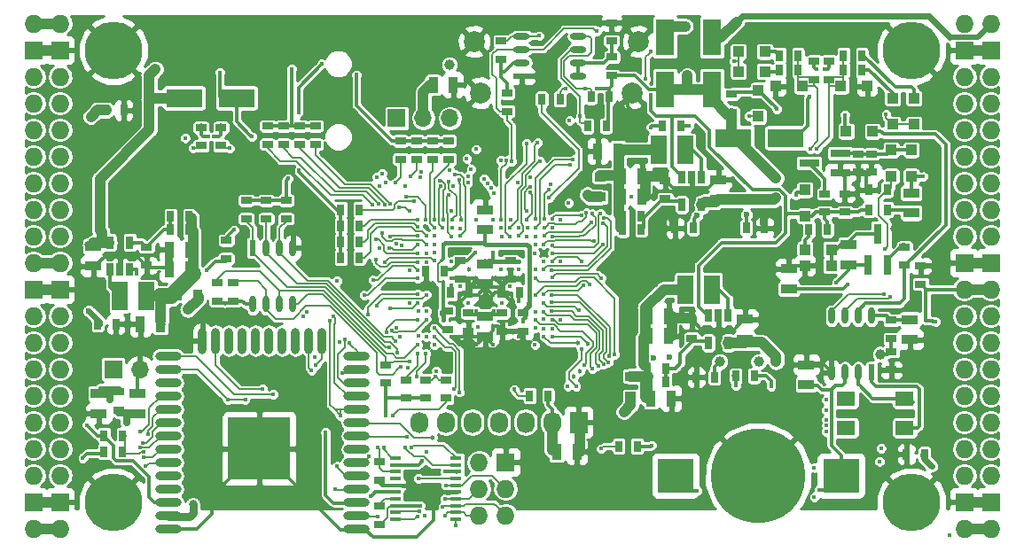
<source format=gbl>
G04 #@! TF.GenerationSoftware,KiCad,Pcbnew,5.0.0-rc2-dev-unknown+dfsg1+20180318-2*
G04 #@! TF.CreationDate,2018-06-04T00:03:04+02:00*
G04 #@! TF.ProjectId,ulx3s,756C7833732E6B696361645F70636200,rev?*
G04 #@! TF.SameCoordinates,Original*
G04 #@! TF.FileFunction,Copper,L4,Bot,Signal*
G04 #@! TF.FilePolarity,Positive*
%FSLAX46Y46*%
G04 Gerber Fmt 4.6, Leading zero omitted, Abs format (unit mm)*
G04 Created by KiCad (PCBNEW 5.0.0-rc2-dev-unknown+dfsg1+20180318-2) date Mon Jun  4 00:03:04 2018*
%MOMM*%
%LPD*%
G01*
G04 APERTURE LIST*
%ADD10O,1.727200X1.727200*%
%ADD11R,1.727200X1.727200*%
%ADD12R,0.700000X1.200000*%
%ADD13C,5.500000*%
%ADD14R,1.000000X0.400000*%
%ADD15R,1.727200X2.032000*%
%ADD16O,1.727200X2.032000*%
%ADD17R,3.500000X3.300000*%
%ADD18C,9.000000*%
%ADD19R,0.600000X1.550000*%
%ADD20O,0.600000X1.550000*%
%ADD21O,2.500000X0.900000*%
%ADD22O,0.900000X2.500000*%
%ADD23R,6.000000X6.000000*%
%ADD24R,1.800000X1.400000*%
%ADD25R,0.970000X1.500000*%
%ADD26R,1.500000X0.970000*%
%ADD27R,0.670000X1.000000*%
%ADD28R,1.000000X0.670000*%
%ADD29C,2.000000*%
%ADD30R,1.000000X1.000000*%
%ADD31R,0.800000X1.900000*%
%ADD32R,1.900000X0.800000*%
%ADD33R,3.500000X1.800000*%
%ADD34R,1.800000X3.500000*%
%ADD35C,0.300000*%
%ADD36R,1.000000X0.845000*%
%ADD37R,0.845000X1.000000*%
%ADD38R,1.700000X1.700000*%
%ADD39O,1.700000X1.700000*%
%ADD40R,1.550000X0.600000*%
%ADD41O,1.550000X0.600000*%
%ADD42R,1.500000X2.700000*%
%ADD43C,0.400000*%
%ADD44C,0.700000*%
%ADD45C,0.454000*%
%ADD46C,0.600000*%
%ADD47C,1.000000*%
%ADD48C,0.800000*%
%ADD49C,0.300000*%
%ADD50C,0.500000*%
%ADD51C,1.000000*%
%ADD52C,0.600000*%
%ADD53C,0.400000*%
%ADD54C,0.800000*%
%ADD55C,0.700000*%
%ADD56C,0.190000*%
%ADD57C,0.200000*%
%ADD58C,1.500000*%
%ADD59C,0.127000*%
%ADD60C,0.180000*%
%ADD61C,1.200000*%
%ADD62C,0.254000*%
G04 APERTURE END LIST*
D10*
X97910000Y-62690000D03*
X95370000Y-62690000D03*
D11*
X97910000Y-65230000D03*
X95370000Y-65230000D03*
D10*
X97910000Y-67770000D03*
X95370000Y-67770000D03*
X97910000Y-70310000D03*
X95370000Y-70310000D03*
X97910000Y-72850000D03*
X95370000Y-72850000D03*
X97910000Y-75390000D03*
X95370000Y-75390000D03*
X97910000Y-77930000D03*
X95370000Y-77930000D03*
X97910000Y-80470000D03*
X95370000Y-80470000D03*
X97910000Y-83010000D03*
X95370000Y-83010000D03*
X97910000Y-85550000D03*
X95370000Y-85550000D03*
D11*
X97910000Y-88090000D03*
X95370000Y-88090000D03*
D10*
X97910000Y-90630000D03*
X95370000Y-90630000D03*
X97910000Y-93170000D03*
X95370000Y-93170000D03*
X97910000Y-95710000D03*
X95370000Y-95710000D03*
X97910000Y-98250000D03*
X95370000Y-98250000D03*
X97910000Y-100790000D03*
X95370000Y-100790000D03*
X97910000Y-103330000D03*
X95370000Y-103330000D03*
X97910000Y-105870000D03*
X95370000Y-105870000D03*
D11*
X97910000Y-108410000D03*
X95370000Y-108410000D03*
D10*
X97910000Y-110950000D03*
X95370000Y-110950000D03*
D12*
X159825000Y-90600000D03*
X160775000Y-90600000D03*
X161725000Y-90600000D03*
X161725000Y-93200000D03*
X159825000Y-93200000D03*
X104575000Y-86215000D03*
X103625000Y-86215000D03*
X102675000Y-86215000D03*
X102675000Y-83615000D03*
X104575000Y-83615000D03*
X157285000Y-77392000D03*
X158235000Y-77392000D03*
X159185000Y-77392000D03*
X159185000Y-79992000D03*
X157285000Y-79992000D03*
D10*
X184270000Y-110950000D03*
X186810000Y-110950000D03*
D11*
X184270000Y-108410000D03*
X186810000Y-108410000D03*
D10*
X184270000Y-105870000D03*
X186810000Y-105870000D03*
X184270000Y-103330000D03*
X186810000Y-103330000D03*
X184270000Y-100790000D03*
X186810000Y-100790000D03*
X184270000Y-98250000D03*
X186810000Y-98250000D03*
X184270000Y-95710000D03*
X186810000Y-95710000D03*
X184270000Y-93170000D03*
X186810000Y-93170000D03*
X184270000Y-90630000D03*
X186810000Y-90630000D03*
X184270000Y-88090000D03*
X186810000Y-88090000D03*
D11*
X184270000Y-85550000D03*
X186810000Y-85550000D03*
D10*
X184270000Y-83010000D03*
X186810000Y-83010000D03*
X184270000Y-80470000D03*
X186810000Y-80470000D03*
X184270000Y-77930000D03*
X186810000Y-77930000D03*
X184270000Y-75390000D03*
X186810000Y-75390000D03*
X184270000Y-72850000D03*
X186810000Y-72850000D03*
X184270000Y-70310000D03*
X186810000Y-70310000D03*
X184270000Y-67770000D03*
X186810000Y-67770000D03*
D11*
X184270000Y-65230000D03*
X186810000Y-65230000D03*
D10*
X184270000Y-62690000D03*
X186810000Y-62690000D03*
D13*
X102990000Y-108410000D03*
X179190000Y-108410000D03*
X179190000Y-65230000D03*
X102990000Y-65230000D03*
D14*
X135735000Y-104215000D03*
X135735000Y-104865000D03*
X135735000Y-105515000D03*
X135735000Y-106165000D03*
X135735000Y-106815000D03*
X135735000Y-107465000D03*
X135735000Y-108115000D03*
X135735000Y-108765000D03*
X135735000Y-109415000D03*
X135735000Y-110065000D03*
X129935000Y-110065000D03*
X129935000Y-109415000D03*
X129935000Y-108765000D03*
X129935000Y-108115000D03*
X129935000Y-107465000D03*
X129935000Y-106815000D03*
X129935000Y-106165000D03*
X129935000Y-105515000D03*
X129935000Y-104865000D03*
X129935000Y-104215000D03*
D11*
X140455000Y-104600000D03*
D10*
X137915000Y-104600000D03*
X140455000Y-107140000D03*
X137915000Y-107140000D03*
X140455000Y-109680000D03*
X137915000Y-109680000D03*
D15*
X147440000Y-100790000D03*
D16*
X144900000Y-100790000D03*
X142360000Y-100790000D03*
X139820000Y-100790000D03*
X137280000Y-100790000D03*
X134740000Y-100790000D03*
X132200000Y-100790000D03*
D17*
X172485000Y-105870000D03*
X156685000Y-105870000D03*
D18*
X164585000Y-105870000D03*
D19*
X175395000Y-96015000D03*
D20*
X174125000Y-96015000D03*
X172855000Y-96015000D03*
X171585000Y-96015000D03*
X171585000Y-90615000D03*
X172855000Y-90615000D03*
X174125000Y-90615000D03*
X175395000Y-90615000D03*
D19*
X116325000Y-84120000D03*
D20*
X117595000Y-84120000D03*
X118865000Y-84120000D03*
X120135000Y-84120000D03*
X120135000Y-89520000D03*
X118865000Y-89520000D03*
X117595000Y-89520000D03*
X116325000Y-89520000D03*
D21*
X126230000Y-111000000D03*
X126230000Y-109730000D03*
X126230000Y-108460000D03*
X126230000Y-107190000D03*
X126230000Y-105920000D03*
X126230000Y-104650000D03*
X126230000Y-103380000D03*
X126230000Y-102110000D03*
X126230000Y-100840000D03*
X126230000Y-99570000D03*
X126230000Y-98300000D03*
X126230000Y-97030000D03*
X126230000Y-95760000D03*
X126230000Y-94490000D03*
D22*
X122945000Y-93000000D03*
X121675000Y-93000000D03*
X120405000Y-93000000D03*
X119135000Y-93000000D03*
X117865000Y-93000000D03*
X116595000Y-93000000D03*
X115325000Y-93000000D03*
X114055000Y-93000000D03*
X112785000Y-93000000D03*
X111515000Y-93000000D03*
D21*
X108230000Y-94490000D03*
X108230000Y-95760000D03*
X108230000Y-97030000D03*
X108230000Y-98300000D03*
X108230000Y-99570000D03*
X108230000Y-100840000D03*
X108230000Y-102110000D03*
X108230000Y-103380000D03*
X108230000Y-104650000D03*
X108230000Y-105920000D03*
X108230000Y-107190000D03*
X108230000Y-108460000D03*
X108230000Y-109730000D03*
X108230000Y-111000000D03*
D23*
X116930000Y-103300000D03*
D24*
X178576000Y-98522000D03*
X172976000Y-98522000D03*
X172976000Y-101322000D03*
X178576000Y-101322000D03*
D25*
X133546000Y-68550000D03*
X135456000Y-68550000D03*
D26*
X101085000Y-83960000D03*
X101085000Y-85870000D03*
D27*
X153985000Y-96910000D03*
X155735000Y-96910000D03*
D25*
X156015000Y-90630000D03*
X154105000Y-90630000D03*
X154105000Y-92535000D03*
X156015000Y-92535000D03*
D26*
X163315000Y-90945000D03*
X163315000Y-92855000D03*
D27*
X151645000Y-82375000D03*
X153395000Y-82375000D03*
D25*
X153475000Y-79200000D03*
X151565000Y-79200000D03*
X153475000Y-77295000D03*
X151565000Y-77295000D03*
D26*
X160775000Y-79520000D03*
X160775000Y-77610000D03*
D27*
X108465000Y-81105000D03*
X110215000Y-81105000D03*
D25*
X108385000Y-84280000D03*
X110295000Y-84280000D03*
X110295000Y-86185000D03*
X108385000Y-86185000D03*
D26*
X173221000Y-83833000D03*
X173221000Y-85743000D03*
D28*
X175380000Y-76900000D03*
X175380000Y-75150000D03*
D26*
X105276000Y-99967000D03*
X105276000Y-98057000D03*
X167506000Y-88029000D03*
X167506000Y-86119000D03*
X138500000Y-90665000D03*
X138500000Y-92575000D03*
D28*
X150589600Y-64359000D03*
X150589600Y-62609000D03*
D26*
X138500000Y-82375000D03*
X138500000Y-80465000D03*
X138500000Y-87575000D03*
X138500000Y-85665000D03*
X101593000Y-99967000D03*
X101593000Y-98057000D03*
D25*
X154359000Y-98504000D03*
X156269000Y-98504000D03*
X105591000Y-91392000D03*
X107501000Y-91392000D03*
X151189000Y-74882000D03*
X149279000Y-74882000D03*
D28*
X140900000Y-87095000D03*
X140900000Y-85345000D03*
X136100000Y-87095000D03*
X136100000Y-85345000D03*
X136900000Y-92095000D03*
X136900000Y-90345000D03*
X140100000Y-90345000D03*
X140100000Y-92095000D03*
X142100000Y-92095000D03*
X142100000Y-90345000D03*
X134900000Y-90145000D03*
X134900000Y-91895000D03*
D27*
X135225000Y-88420000D03*
X136975000Y-88420000D03*
X140025000Y-88420000D03*
X141775000Y-88420000D03*
X163425000Y-82220000D03*
X165175000Y-82220000D03*
X158375000Y-82220000D03*
X156625000Y-82220000D03*
D28*
X177300000Y-94025000D03*
X177300000Y-95775000D03*
D25*
X145342000Y-103584000D03*
X147252000Y-103584000D03*
D27*
X103995000Y-70963000D03*
X102245000Y-70963000D03*
X103245000Y-91410000D03*
X101495000Y-91410000D03*
D28*
X180094000Y-87586000D03*
X180094000Y-85836000D03*
D27*
X180473000Y-103856000D03*
X178723000Y-103856000D03*
X158645000Y-96490000D03*
X160395000Y-96490000D03*
X132827200Y-86330000D03*
X134577200Y-86330000D03*
D26*
X169172000Y-95281000D03*
X169172000Y-97191000D03*
X179190000Y-80790000D03*
X179190000Y-78880000D03*
D29*
X152546000Y-69312000D03*
X138046000Y-69312000D03*
X153146000Y-64412000D03*
X137446000Y-64412000D03*
D30*
X169050000Y-84280000D03*
X171550000Y-84280000D03*
X169030000Y-78585000D03*
X169030000Y-81085000D03*
X171550000Y-85804000D03*
X169050000Y-85804000D03*
X179190000Y-74775000D03*
X179190000Y-77275000D03*
X177285000Y-77275000D03*
X177285000Y-74775000D03*
X172987000Y-72977000D03*
X175487000Y-72977000D03*
X164585000Y-69060000D03*
X164585000Y-71560000D03*
X168756000Y-68659000D03*
X166256000Y-68659000D03*
X174979000Y-68659000D03*
X172479000Y-68659000D03*
X165200000Y-67262000D03*
X162700000Y-67262000D03*
X162700000Y-65357000D03*
X165200000Y-65357000D03*
X177412000Y-72322000D03*
X177412000Y-69822000D03*
X179444000Y-69822000D03*
X179444000Y-72322000D03*
D31*
X176015000Y-82780000D03*
X175065000Y-85780000D03*
X176965000Y-85780000D03*
D32*
X172435000Y-75075000D03*
X172435000Y-76975000D03*
X169435000Y-76025000D03*
D33*
X114761000Y-69802000D03*
X109761000Y-69802000D03*
X167212000Y-73612000D03*
X162212000Y-73612000D03*
D34*
X155695000Y-69000000D03*
X155695000Y-64000000D03*
X160140000Y-69000000D03*
X160140000Y-64000000D03*
D35*
X182888000Y-111603000D03*
D28*
X113277000Y-74360000D03*
X113277000Y-72610000D03*
X111372000Y-72610000D03*
X111372000Y-74360000D03*
D27*
X155455000Y-72487000D03*
X157205000Y-72487000D03*
D28*
X171331000Y-66278000D03*
X171331000Y-68028000D03*
X169919000Y-68028000D03*
X169919000Y-66278000D03*
D27*
X174477000Y-65738000D03*
X172727000Y-65738000D03*
D28*
X128390000Y-106321000D03*
X128390000Y-104571000D03*
X117722000Y-72483000D03*
X117722000Y-74233000D03*
X119246000Y-74233000D03*
X119246000Y-72483000D03*
X120770000Y-72483000D03*
X120770000Y-74233000D03*
X122294000Y-74233000D03*
X122294000Y-72483000D03*
D27*
X145655000Y-69900000D03*
X143905000Y-69900000D03*
D36*
X152393000Y-96398500D03*
X152393000Y-98323500D03*
D37*
X111064500Y-88598000D03*
X109139500Y-88598000D03*
D36*
X149472000Y-77348500D03*
X149472000Y-79273500D03*
D38*
X102990000Y-95710000D03*
D39*
X105530000Y-95710000D03*
D38*
X130056000Y-71725000D03*
D39*
X132596000Y-71725000D03*
X135136000Y-71725000D03*
D27*
X166631000Y-65738000D03*
X168381000Y-65738000D03*
D28*
X134740000Y-96740000D03*
X134740000Y-98490000D03*
D40*
X141980000Y-67706500D03*
D41*
X141980000Y-66436500D03*
X141980000Y-65166500D03*
X141980000Y-63896500D03*
X147380000Y-63896500D03*
X147380000Y-65166500D03*
X147380000Y-66436500D03*
X147380000Y-67706500D03*
D26*
X179078000Y-90963000D03*
X179078000Y-92873000D03*
D28*
X177300000Y-92793000D03*
X177300000Y-91043000D03*
D42*
X160140000Y-88090000D03*
X157600000Y-88090000D03*
X103625000Y-88725000D03*
X106165000Y-88725000D03*
X155060000Y-74755000D03*
X157600000Y-74755000D03*
D27*
X171175000Y-82375000D03*
X169425000Y-82375000D03*
D28*
X172840000Y-78960000D03*
X172840000Y-80710000D03*
X162045000Y-71185000D03*
X162045000Y-69435000D03*
D27*
X176890000Y-80470000D03*
X175140000Y-80470000D03*
D28*
X174110000Y-75150000D03*
X174110000Y-76900000D03*
X178555000Y-85790000D03*
X178555000Y-84040000D03*
X113785000Y-85155000D03*
X113785000Y-83405000D03*
X170935000Y-80710000D03*
X170935000Y-78960000D03*
X128390000Y-110555000D03*
X128390000Y-108805000D03*
D27*
X151264000Y-103076000D03*
X153014000Y-103076000D03*
D28*
X119500000Y-81345000D03*
X119500000Y-79595000D03*
X114420000Y-89219000D03*
X114420000Y-87469000D03*
D27*
X175140000Y-78565000D03*
X176890000Y-78565000D03*
X124721000Y-85060000D03*
X126471000Y-85060000D03*
X126471000Y-83536000D03*
X124721000Y-83536000D03*
X124721000Y-82012000D03*
X126471000Y-82012000D03*
X126471000Y-80470000D03*
X124721000Y-80470000D03*
D28*
X130422000Y-73898000D03*
X130422000Y-75648000D03*
X131961000Y-73898000D03*
X131961000Y-75648000D03*
X133485000Y-73898000D03*
X133485000Y-75648000D03*
X135009000Y-75648000D03*
X135009000Y-73898000D03*
X140025500Y-66105000D03*
X140025500Y-64355000D03*
X140597000Y-71076000D03*
X140597000Y-69326000D03*
X150615000Y-67647000D03*
X150615000Y-65897000D03*
D27*
X148300000Y-72487000D03*
X150050000Y-72487000D03*
X150362000Y-69693000D03*
X148612000Y-69693000D03*
D28*
X129025000Y-95300000D03*
X129025000Y-97050000D03*
X117595000Y-79595000D03*
X117595000Y-81345000D03*
X112896000Y-89219000D03*
X112896000Y-87469000D03*
X115690000Y-79595000D03*
X115690000Y-81345000D03*
D27*
X142755000Y-98250000D03*
X144505000Y-98250000D03*
D28*
X132835000Y-98490000D03*
X132835000Y-96740000D03*
X130930000Y-96740000D03*
X130930000Y-98490000D03*
D27*
X102115000Y-103600000D03*
X103865000Y-103600000D03*
X102115000Y-102060000D03*
X103865000Y-102060000D03*
D28*
X103498000Y-99633000D03*
X103498000Y-97883000D03*
D27*
X164190000Y-96345000D03*
X162440000Y-96345000D03*
X168381000Y-67135000D03*
X166631000Y-67135000D03*
X174475000Y-67120000D03*
X172725000Y-67120000D03*
X153985000Y-95640000D03*
X155735000Y-95640000D03*
X110215000Y-82375000D03*
X108465000Y-82375000D03*
X151645000Y-81105000D03*
X153395000Y-81105000D03*
D28*
X158235000Y-92775000D03*
X158235000Y-91025000D03*
X106165000Y-85790000D03*
X106165000Y-84040000D03*
X155695000Y-79440000D03*
X155695000Y-77690000D03*
D43*
X124632693Y-93120351D03*
D44*
X112784000Y-102840000D03*
D43*
X141742847Y-69038361D03*
X152408000Y-72169500D03*
X138480000Y-92600000D03*
X140080000Y-92600000D03*
X135280000Y-87000000D03*
X145687392Y-90996646D03*
D45*
X141675979Y-86986521D03*
D43*
X140876932Y-84552536D03*
X132882184Y-84635369D03*
X132879996Y-82103336D03*
X140922639Y-81447441D03*
X177287984Y-96778661D03*
D46*
X152510125Y-81695229D03*
D43*
X131264297Y-86227110D03*
X173856000Y-71538990D03*
D47*
X164947008Y-63194069D03*
X175494572Y-64322557D03*
D43*
X135342764Y-89381630D03*
X144103496Y-84660400D03*
D47*
X177658444Y-82281349D03*
D43*
X145680000Y-81405125D03*
X145691238Y-94166752D03*
D47*
X162956098Y-95078488D03*
X158539988Y-94868772D03*
D46*
X161075765Y-80992022D03*
X164882869Y-80938986D03*
X156262773Y-81349374D03*
D43*
X149169500Y-68867500D03*
D46*
X123437000Y-108972000D03*
D43*
X135281276Y-80583119D03*
X131279502Y-89407325D03*
X170309539Y-85441529D03*
X145672808Y-85396062D03*
X133216000Y-107465000D03*
X137680000Y-88600000D03*
X142480000Y-95000000D03*
X141680000Y-92600000D03*
X135284627Y-94985297D03*
X135288625Y-94225619D03*
X134455822Y-94267172D03*
X136095958Y-93369652D03*
D45*
X139264636Y-91615205D03*
D47*
X116880503Y-64802940D03*
X106974809Y-64953974D03*
D43*
X140874194Y-91433353D03*
X142480000Y-94200000D03*
X140880000Y-93400000D03*
X139280000Y-93400000D03*
X137680000Y-93400000D03*
X136880000Y-92600000D03*
X135280000Y-92600000D03*
X132880000Y-91800000D03*
X132880000Y-93400000D03*
D45*
X139280000Y-87000000D03*
X137680000Y-87000000D03*
X136080000Y-84600000D03*
X139280000Y-88600000D03*
D47*
X166275426Y-77459534D03*
X107021491Y-67043629D03*
D43*
X172047074Y-87438453D03*
D47*
X166255545Y-79350736D03*
X157807568Y-67669269D03*
X101707889Y-82423180D03*
X166284693Y-95025145D03*
X157600000Y-62944000D03*
D43*
X119692151Y-77494120D03*
X135263000Y-87727000D03*
X141740000Y-89250994D03*
D46*
X156091000Y-94585000D03*
D43*
X140032430Y-67286930D03*
X137803000Y-91664000D03*
D46*
X181155918Y-104980708D03*
D43*
X171089123Y-98665996D03*
X171089123Y-99619659D03*
D47*
X135105588Y-66616618D03*
D43*
X181491000Y-91156000D03*
X113660608Y-89375718D03*
D47*
X148268387Y-79050018D03*
D43*
X114513935Y-82409431D03*
X109840000Y-73620000D03*
X132110753Y-92527478D03*
X165803369Y-97344883D03*
D47*
X160905403Y-95006436D03*
D46*
X158731133Y-81048929D03*
X154593901Y-94607945D03*
D47*
X164625730Y-94982471D03*
D46*
X163462982Y-80942429D03*
D47*
X176254940Y-94288458D03*
D48*
X110593913Y-108636458D03*
D43*
X180340784Y-77316932D03*
X173137949Y-87594275D03*
D44*
X102710050Y-98594954D03*
D43*
X129005202Y-100174798D03*
X176305593Y-103279812D03*
X100080000Y-104200000D03*
X139272517Y-84611349D03*
X141680000Y-86200000D03*
X132880000Y-92600000D03*
X141680000Y-85400000D03*
X121494155Y-90235621D03*
X130019546Y-91732979D03*
X121166000Y-90648000D03*
X130384540Y-92584728D03*
X146394787Y-97333919D03*
X143300000Y-86220000D03*
X144891603Y-91881937D03*
X147175985Y-97333919D03*
X147700000Y-93820000D03*
X142107219Y-91201016D03*
D47*
X110128890Y-90028152D03*
D43*
X142480000Y-83800000D03*
X134480000Y-83800000D03*
X134480000Y-91000000D03*
X154313000Y-69502500D03*
X120664983Y-71227362D03*
X122926177Y-66532317D03*
X105245010Y-86595559D03*
X128216338Y-109813327D03*
X121928000Y-95855000D03*
X115593957Y-98664957D03*
X113927000Y-98649000D03*
X122309000Y-95347000D03*
X122203636Y-94585375D03*
X117229000Y-97633008D03*
X118245000Y-98141000D03*
X162441000Y-97270000D03*
X169553000Y-74646000D03*
X170188000Y-74646000D03*
X170188000Y-67026000D03*
X170950000Y-67026000D03*
X157996000Y-72487000D03*
X169517039Y-69686488D03*
X170411010Y-107286196D03*
X158716651Y-107325176D03*
X136050273Y-97914229D03*
X132708000Y-109680000D03*
X134750646Y-106810513D03*
X133680000Y-91800000D03*
X135517000Y-97633000D03*
X134675868Y-108131585D03*
D45*
X133449289Y-102232615D03*
D43*
X133680000Y-92600000D03*
X132928488Y-103601340D03*
X127419091Y-104077728D03*
X133685482Y-93402296D03*
X134463998Y-108841973D03*
X131986331Y-96404793D03*
X131039072Y-102187000D03*
X134636872Y-109719950D03*
X132846234Y-94197073D03*
X176700000Y-84220000D03*
X143260000Y-84620000D03*
X120739932Y-76694083D03*
X126204504Y-67585368D03*
X148090000Y-68867500D03*
X147582000Y-71534498D03*
X127810351Y-87182069D03*
X132083026Y-86260405D03*
X124849021Y-96102869D03*
X113157250Y-67343629D03*
X116198000Y-73474420D03*
X127586603Y-107875044D03*
X146233418Y-68946082D03*
X131453853Y-103208291D03*
X149787294Y-81774991D03*
X144080000Y-86200000D03*
X149553145Y-86989440D03*
X144894316Y-86977564D03*
X144896700Y-83863953D03*
X149527221Y-80838006D03*
D45*
X147343891Y-93217126D03*
D43*
X144113248Y-92588762D03*
X149853189Y-81252115D03*
X144875155Y-86292748D03*
X144916886Y-83019942D03*
X148696112Y-80861847D03*
D45*
X148349010Y-93322307D03*
D43*
X144882352Y-92577990D03*
X144902941Y-91037926D03*
X148747982Y-95669626D03*
X144867244Y-90193915D03*
X149795895Y-95251084D03*
X144856756Y-89349904D03*
X150278898Y-95040253D03*
X150345974Y-94517527D03*
X144877648Y-88622010D03*
X150889207Y-94332565D03*
X143280000Y-87000000D03*
X129972715Y-93035096D03*
X131084713Y-95564177D03*
X130422000Y-95456000D03*
X131316164Y-94959140D03*
X130123373Y-94122671D03*
X132031990Y-93400000D03*
X129362027Y-93645784D03*
X141280657Y-97642010D03*
X133852393Y-95875797D03*
X133762848Y-96395146D03*
X132080000Y-94200000D03*
X128452683Y-84116867D03*
X105890482Y-103613569D03*
X129449238Y-89937935D03*
X130839477Y-103208987D03*
X132075624Y-89410644D03*
X128806823Y-103185900D03*
X128136791Y-89611518D03*
X132162861Y-106185868D03*
X132880000Y-88600000D03*
X126970181Y-88659309D03*
X124322162Y-105002357D03*
X132080000Y-87000000D03*
X125525099Y-93236764D03*
X124202418Y-107207639D03*
X110599084Y-74589383D03*
X132024412Y-109766775D03*
X114104080Y-74612196D03*
X132219727Y-109277292D03*
X131677570Y-79697994D03*
X132088008Y-81408008D03*
X132079995Y-82103334D03*
X132872609Y-82947347D03*
X133664491Y-81414685D03*
X133648389Y-82190597D03*
X131353451Y-77264702D03*
X129920953Y-77910818D03*
X129568570Y-92005655D03*
X132880000Y-91000000D03*
X129055731Y-92162718D03*
X132077338Y-91002010D03*
X131265176Y-80621782D03*
X130272149Y-80238214D03*
X128091794Y-85277024D03*
X132089786Y-85479378D03*
X146565997Y-71979003D03*
X134250176Y-78253806D03*
X163703220Y-71542164D03*
X134433979Y-82180155D03*
X135656559Y-110610712D03*
X149577281Y-103320847D03*
X132468001Y-104503413D03*
D44*
X104260000Y-100790000D03*
D43*
X111895217Y-86253790D03*
X169934000Y-107920000D03*
X169934000Y-105126000D03*
X142571021Y-82204353D03*
X143287402Y-83042010D03*
X154425580Y-102987766D03*
X168166438Y-79108038D03*
X112614274Y-73474420D03*
X112074854Y-73474420D03*
X176185734Y-104520755D03*
X143269694Y-93414905D03*
X171089123Y-101653244D03*
X143280000Y-91800000D03*
X171089123Y-101086833D03*
X144064831Y-91877646D03*
X171089123Y-100559822D03*
X144080000Y-90956495D03*
X135315381Y-82193851D03*
X135414395Y-78229653D03*
X135129679Y-76730134D03*
X136124555Y-82260038D03*
X135587699Y-77140701D03*
X136080000Y-83000000D03*
X142785835Y-77341923D03*
X142460000Y-83020000D03*
X143280000Y-83800000D03*
X125110333Y-92897638D03*
X182888000Y-111603000D03*
X124361185Y-87274371D03*
X124361184Y-87274370D03*
X172853718Y-71407275D03*
X166353476Y-70835462D03*
X123273881Y-101715917D03*
X129660000Y-100155000D03*
X128247798Y-103208979D03*
X127301115Y-90454353D03*
X132084049Y-88558274D03*
X120008000Y-67008000D03*
X129437600Y-79946788D03*
X133680000Y-83000000D03*
X128908575Y-79985477D03*
X133680000Y-83800000D03*
X128328791Y-79953099D03*
X130487935Y-83869856D03*
X133623139Y-85366416D03*
X127749884Y-79991140D03*
X128913013Y-85505853D03*
X129992018Y-83691508D03*
X136080000Y-87800000D03*
X137624890Y-90122896D03*
X139322319Y-90164039D03*
X140080000Y-89400000D03*
X136880000Y-89400000D03*
X140896226Y-87816226D03*
D45*
X136938110Y-86196311D03*
D43*
X140014602Y-86192969D03*
D47*
X151758000Y-99774000D03*
D43*
X135021320Y-79024950D03*
X135280000Y-83022010D03*
X154298000Y-72596000D03*
X100450000Y-101044000D03*
X132285867Y-108754446D03*
X134707351Y-105508447D03*
X139280000Y-81400000D03*
X139314656Y-78918689D03*
X139039938Y-78419090D03*
X138722927Y-77981589D03*
X138405916Y-77551542D03*
X137625200Y-74696800D03*
X137680000Y-81400000D03*
X136742593Y-75579407D03*
X137174375Y-76624866D03*
X136863200Y-77287600D03*
X136894606Y-77861070D03*
X136048819Y-77645502D03*
X136233339Y-81437235D03*
X135359567Y-81395445D03*
X135034780Y-77831198D03*
X134508502Y-81406751D03*
X134177298Y-77721089D03*
D45*
X146942280Y-96452058D03*
X147534467Y-95913260D03*
D43*
X147928857Y-95339016D03*
X143322010Y-91000657D03*
X149284391Y-95377990D03*
X144077013Y-90266968D03*
X147430953Y-90112484D03*
X144076240Y-89395301D03*
X143322010Y-90201951D03*
X147910791Y-87683418D03*
X144082832Y-88584510D03*
X148483539Y-87623462D03*
X143322010Y-88595030D03*
X144102010Y-85397219D03*
X144889349Y-85448737D03*
X147687390Y-85374093D03*
X144912409Y-84657964D03*
X149732494Y-83807694D03*
X148921512Y-83442010D03*
X144103186Y-83777990D03*
X144131413Y-83000000D03*
X148610661Y-81705858D03*
X144888125Y-82175931D03*
X144176662Y-82199998D03*
X148175253Y-80781550D03*
X144887777Y-81331919D03*
X147688311Y-80983115D03*
X142450323Y-81420000D03*
X142811300Y-78846033D03*
X142784407Y-78283067D03*
X142460000Y-80620000D03*
X144138346Y-81383767D03*
X144606344Y-78517346D03*
X144791531Y-78023942D03*
X146587441Y-76174058D03*
X143332651Y-82197990D03*
X146909804Y-75707894D03*
X143294334Y-81377293D03*
X143708879Y-75817300D03*
X141727010Y-82998875D03*
X141727010Y-82194937D03*
X140028978Y-82200000D03*
X141624813Y-77914503D03*
X142436989Y-74138000D03*
X140861329Y-83041266D03*
X143518000Y-74074500D03*
X140872990Y-82177164D03*
X132309031Y-77342560D03*
X132428734Y-76829323D03*
X128644933Y-77015661D03*
X128152012Y-77332672D03*
X128446805Y-78179514D03*
X128961752Y-77878818D03*
X130878594Y-78253288D03*
X132820479Y-81400981D03*
X130952639Y-79249008D03*
X129458086Y-83004065D03*
X132079024Y-82947345D03*
X105572759Y-101661319D03*
X132881746Y-83791358D03*
X128691780Y-82737217D03*
X106276126Y-101893466D03*
X105840996Y-102767214D03*
X129302562Y-84153497D03*
X132083682Y-83791356D03*
X128062071Y-83328884D03*
X105553144Y-103208669D03*
X132092886Y-84635367D03*
X105847765Y-104138847D03*
X133671942Y-84595200D03*
X132896883Y-85469380D03*
X106088753Y-104974041D03*
X123709657Y-91064721D03*
X124707442Y-100126977D03*
X132900000Y-90180000D03*
X124015020Y-90635192D03*
X132100000Y-90157990D03*
X139992737Y-75748003D03*
X162271466Y-66284958D03*
X140028978Y-81400000D03*
X140517734Y-75793988D03*
X176797084Y-71341791D03*
X154313000Y-65375000D03*
X153805000Y-67996270D03*
X176605426Y-88507160D03*
X152497066Y-79193467D03*
X146481406Y-79819384D03*
X143650666Y-63862520D03*
X177211069Y-88764025D03*
X141042112Y-75846610D03*
X140060000Y-83020000D03*
X149134122Y-63424051D03*
X144606344Y-79361357D03*
D47*
X100855891Y-71574861D03*
D43*
X135280000Y-85400000D03*
D46*
X100652119Y-90162239D03*
D43*
X137550785Y-84577294D03*
X135280000Y-86200000D03*
D49*
X152154000Y-69704000D02*
X152154000Y-70610213D01*
X152154000Y-70610213D02*
X152408000Y-70864213D01*
X152408000Y-70864213D02*
X152408000Y-72169500D01*
X152903398Y-83282000D02*
X152510125Y-82888727D01*
X154588000Y-83282000D02*
X152903398Y-83282000D01*
X152510125Y-82888727D02*
X152510125Y-82119493D01*
X155650000Y-82220000D02*
X154588000Y-83282000D01*
X156262773Y-81349374D02*
X156262773Y-81932773D01*
X156550000Y-82220000D02*
X155650000Y-82220000D01*
X156262773Y-81932773D02*
X156550000Y-82220000D01*
X152510125Y-82119493D02*
X152510125Y-81695229D01*
X169172000Y-95193500D02*
X170763500Y-95193500D01*
X170763500Y-95193500D02*
X171585000Y-96015000D01*
D50*
X136188509Y-87050148D02*
X136609374Y-87050148D01*
X136609374Y-87050148D02*
X136850000Y-87290774D01*
X136850000Y-87290774D02*
X136850000Y-88027041D01*
D49*
X135280000Y-87000000D02*
X136070000Y-87000000D01*
X136070000Y-87000000D02*
X136100000Y-86970000D01*
X141662500Y-87000000D02*
X141675979Y-86986521D01*
X139280000Y-87000000D02*
X141662500Y-87000000D01*
X141354953Y-86986521D02*
X141675979Y-86986521D01*
X140773938Y-86994997D02*
X140782414Y-86986521D01*
X140782414Y-86986521D02*
X141354953Y-86986521D01*
X133680000Y-91000000D02*
X132880000Y-91800000D01*
X134450000Y-91770000D02*
X133680000Y-91000000D01*
X134900000Y-91770000D02*
X134450000Y-91770000D01*
X177300000Y-95850000D02*
X177300000Y-96766645D01*
X177300000Y-96766645D02*
X177287984Y-96778661D01*
X139163860Y-75537864D02*
X137472985Y-77228739D01*
X139163860Y-73733860D02*
X139163860Y-75537864D01*
X137472985Y-77228739D02*
X137472985Y-78092985D01*
X137680000Y-71550000D02*
X137680000Y-72250000D01*
X137680000Y-72250000D02*
X139163860Y-73733860D01*
X138500000Y-79120000D02*
X138500000Y-80170000D01*
X137472985Y-78092985D02*
X138500000Y-79120000D01*
X105276000Y-97762000D02*
X105276000Y-95964000D01*
X105276000Y-95964000D02*
X105530000Y-95710000D01*
X138500000Y-87870000D02*
X137137029Y-87870000D01*
X137137029Y-87870000D02*
X136979988Y-88027041D01*
X136979988Y-88027041D02*
X136850000Y-88027041D01*
X140150000Y-88420000D02*
X140150000Y-87836000D01*
X140150000Y-87836000D02*
X140150000Y-87618935D01*
X138500000Y-87870000D02*
X140116000Y-87870000D01*
X140116000Y-87870000D02*
X140150000Y-87836000D01*
X139280000Y-88600000D02*
X139230000Y-88600000D01*
X139230000Y-88600000D02*
X138500000Y-87870000D01*
X137680000Y-88600000D02*
X137770000Y-88600000D01*
X137770000Y-88600000D02*
X138500000Y-87870000D01*
D51*
X147547000Y-103584000D02*
X147547000Y-100897000D01*
D49*
X147547000Y-100897000D02*
X147440000Y-100790000D01*
X175494572Y-64322557D02*
X166075496Y-64322557D01*
X166075496Y-64322557D02*
X165447007Y-63694068D01*
X165447007Y-63694068D02*
X164947008Y-63194069D01*
X164882869Y-80938986D02*
X164882869Y-81852869D01*
X164882869Y-81852869D02*
X165250000Y-82220000D01*
X139264636Y-91615205D02*
X139745205Y-91615205D01*
X139745205Y-91615205D02*
X140100000Y-91970000D01*
D50*
X140150000Y-88420000D02*
X140150000Y-87606614D01*
X140150000Y-87606614D02*
X139543386Y-87000000D01*
D49*
X139543386Y-87000000D02*
X139280000Y-87000000D01*
D50*
X140150000Y-87618935D02*
X140773938Y-86994997D01*
D49*
X137680000Y-87000000D02*
X137680000Y-87050000D01*
X137680000Y-87050000D02*
X138500000Y-87870000D01*
X139280000Y-87000000D02*
X139280000Y-87090000D01*
X139280000Y-87090000D02*
X138500000Y-87870000D01*
X140150000Y-88420000D02*
X141150000Y-89420000D01*
X140150000Y-88420000D02*
X139460000Y-88420000D01*
X139460000Y-88420000D02*
X139280000Y-88600000D01*
X137680000Y-87000000D02*
X137680000Y-87298789D01*
D50*
X137680000Y-87298789D02*
X136850000Y-88128789D01*
D49*
X136850000Y-88128789D02*
X136850000Y-88420000D01*
X136110990Y-86995403D02*
X136110990Y-87288031D01*
X136850000Y-88027041D02*
X136850000Y-88420000D01*
X136110990Y-86995403D02*
X137675403Y-86995403D01*
X137675403Y-86995403D02*
X137680000Y-87000000D01*
X135850000Y-90220000D02*
X135850000Y-89545000D01*
X135850000Y-89545000D02*
X136795000Y-88600000D01*
X136795000Y-88600000D02*
X137397158Y-88600000D01*
X137397158Y-88600000D02*
X137680000Y-88600000D01*
X173236000Y-86249527D02*
X173236000Y-85758000D01*
X172047074Y-87438453D02*
X173236000Y-86249527D01*
X173236000Y-85758000D02*
X173221000Y-85743000D01*
X173221000Y-85743000D02*
X175028000Y-85743000D01*
X175028000Y-85743000D02*
X175065000Y-85780000D01*
D51*
X166245264Y-79350736D02*
X166076000Y-79520000D01*
X166255545Y-79350736D02*
X166245264Y-79350736D01*
X166076000Y-79520000D02*
X160775000Y-79520000D01*
D49*
X160742000Y-79520000D02*
X160536000Y-79726000D01*
X160775000Y-79520000D02*
X160742000Y-79520000D01*
D51*
X160536000Y-79726000D02*
X159451000Y-79726000D01*
X159451000Y-79726000D02*
X159185000Y-79992000D01*
D49*
X150249000Y-69806000D02*
X150249000Y-72016000D01*
X150249000Y-72016000D02*
X150050000Y-72215000D01*
X150362000Y-69693000D02*
X150249000Y-69806000D01*
X150615000Y-67647000D02*
X152770962Y-67647000D01*
X152770962Y-67647000D02*
X154123962Y-69000000D01*
X150362000Y-68881500D02*
X150615000Y-68628500D01*
X150615000Y-68628500D02*
X150615000Y-67647000D01*
X154123962Y-69000000D02*
X155695000Y-69000000D01*
X149452342Y-68867500D02*
X150376000Y-68867500D01*
X150362000Y-68881500D02*
X150376000Y-68867500D01*
X150362000Y-69693000D02*
X150362000Y-68881500D01*
X149169500Y-68867500D02*
X149452342Y-68867500D01*
X133415999Y-107664999D02*
X133216000Y-107465000D01*
X133612013Y-107861013D02*
X133415999Y-107664999D01*
X131991648Y-111780338D02*
X133612013Y-110159973D01*
X127810434Y-111780338D02*
X131991648Y-111780338D01*
X133612013Y-110159973D02*
X133612013Y-107861013D01*
X127060434Y-111030338D02*
X127810434Y-111780338D01*
X126260434Y-111030338D02*
X127060434Y-111030338D01*
D51*
X184270000Y-108410000D02*
X186810000Y-108410000D01*
X184270000Y-85550000D02*
X186810000Y-85550000D01*
X184270000Y-65230000D02*
X186810000Y-65230000D01*
X95370000Y-65230000D02*
X97910000Y-65230000D01*
X95370000Y-88090000D02*
X97910000Y-88090000D01*
X95370000Y-108410000D02*
X97910000Y-108410000D01*
D49*
X108260434Y-111030338D02*
X109060434Y-111030338D01*
X109060434Y-111030338D02*
X109140772Y-110950000D01*
X110957617Y-110950000D02*
X112380000Y-109527617D01*
X109140772Y-110950000D02*
X110957617Y-110950000D01*
X112380000Y-109527617D02*
X112380000Y-107854384D01*
X112380000Y-107854384D02*
X116904046Y-103330338D01*
X116904046Y-103330338D02*
X116960434Y-103330338D01*
X167506000Y-85824000D02*
X169927068Y-85824000D01*
X169927068Y-85824000D02*
X170109540Y-85641528D01*
X170109540Y-85641528D02*
X170309539Y-85441529D01*
X133216000Y-107465000D02*
X132214478Y-107465000D01*
X135735000Y-107465000D02*
X133216000Y-107465000D01*
X132214478Y-107465000D02*
X131572496Y-106823018D01*
X131572496Y-106823018D02*
X129919874Y-106823018D01*
X126260434Y-111030338D02*
X124660659Y-111030338D01*
X124660659Y-111030338D02*
X116960659Y-103330338D01*
X116960659Y-103330338D02*
X116960434Y-103330338D01*
X129935000Y-106815000D02*
X128659000Y-106815000D01*
X128659000Y-106815000D02*
X128390000Y-106546000D01*
X128390000Y-106546000D02*
X128558000Y-106546000D01*
X136126306Y-93400000D02*
X136095958Y-93369652D01*
X136880000Y-92600000D02*
X136110348Y-93369652D01*
X136049652Y-93369652D02*
X136095958Y-93369652D01*
X137680000Y-93400000D02*
X136126306Y-93400000D01*
X135280000Y-92600000D02*
X136049652Y-93369652D01*
X136110348Y-93369652D02*
X136095958Y-93369652D01*
X139264636Y-92054364D02*
X139264636Y-91936231D01*
X139264636Y-91936231D02*
X139264636Y-91615205D01*
X138550000Y-92769000D02*
X139264636Y-92054364D01*
X136880000Y-92600000D02*
X137680000Y-93400000D01*
X136880000Y-92600000D02*
X138381000Y-92600000D01*
X138381000Y-92600000D02*
X138550000Y-92769000D01*
X135280000Y-92600000D02*
X136880000Y-92600000D01*
X138550000Y-92769000D02*
X138649000Y-92769000D01*
X138649000Y-92769000D02*
X139280000Y-93400000D01*
X138550000Y-92769000D02*
X138311000Y-92769000D01*
X138311000Y-92769000D02*
X137680000Y-93400000D01*
X102210000Y-84915000D02*
X103625000Y-84915000D01*
X103625000Y-84915000D02*
X105215000Y-84915000D01*
X103625000Y-86215000D02*
X103625000Y-84915000D01*
X105215000Y-84915000D02*
X106165000Y-85865000D01*
X106165000Y-85865000D02*
X106165000Y-86015000D01*
X101085000Y-86165000D02*
X101085000Y-86040000D01*
X101085000Y-86040000D02*
X102210000Y-84915000D01*
X106165000Y-86015000D02*
X107920000Y-86015000D01*
X107920000Y-86015000D02*
X108090000Y-86185000D01*
D51*
X153770000Y-77295000D02*
X155525000Y-77295000D01*
D49*
X155525000Y-77295000D02*
X155695000Y-77465000D01*
D51*
X153770000Y-79200000D02*
X153770000Y-77295000D01*
D49*
X174110000Y-77125000D02*
X174745000Y-77125000D01*
X174745000Y-77125000D02*
X175230000Y-77125000D01*
X174915000Y-78565000D02*
X174915000Y-77295000D01*
X174915000Y-77295000D02*
X174745000Y-77125000D01*
X172840000Y-78735000D02*
X172840000Y-77380000D01*
X172840000Y-77380000D02*
X172435000Y-76975000D01*
X175230000Y-77125000D02*
X175380000Y-76975000D01*
X172435000Y-76975000D02*
X173960000Y-76975000D01*
X173960000Y-76975000D02*
X174110000Y-77125000D01*
X159850000Y-78365000D02*
X158235000Y-78365000D01*
X158235000Y-78365000D02*
X156445000Y-78365000D01*
X158235000Y-77235000D02*
X158235000Y-78365000D01*
X160775000Y-77315000D02*
X160775000Y-77440000D01*
X160775000Y-77440000D02*
X159850000Y-78365000D01*
X156445000Y-78365000D02*
X155695000Y-77615000D01*
X155695000Y-77615000D02*
X155695000Y-77465000D01*
D51*
X156310000Y-90630000D02*
X156310000Y-92535000D01*
X158235000Y-90800000D02*
X156480000Y-90800000D01*
D49*
X156480000Y-90800000D02*
X156310000Y-90630000D01*
X163315000Y-90650000D02*
X163315000Y-90834602D01*
X163315000Y-90834602D02*
X162249602Y-91900000D01*
X162249602Y-91900000D02*
X160775000Y-91900000D01*
X101085000Y-86165000D02*
X101085000Y-85929893D01*
X106165000Y-85944374D02*
X106165000Y-86015000D01*
X159185000Y-91900000D02*
X160775000Y-91900000D01*
X160775000Y-90600000D02*
X160775000Y-91900000D01*
X158235000Y-90800000D02*
X158235000Y-90950000D01*
X158235000Y-90950000D02*
X159185000Y-91900000D01*
X108090000Y-84280000D02*
X108090000Y-86185000D01*
X108070000Y-84260000D02*
X108090000Y-84280000D01*
D51*
X162045000Y-71410000D02*
X162045000Y-73229108D01*
X162045000Y-73229108D02*
X165775427Y-76959535D01*
X165775427Y-76959535D02*
X166275426Y-77459534D01*
X106407114Y-69940886D02*
X106407114Y-67658006D01*
X106521492Y-67543628D02*
X107021491Y-67043629D01*
X106407114Y-67658006D02*
X106521492Y-67543628D01*
X106407114Y-69940886D02*
X106407114Y-72833672D01*
X106407114Y-72833672D02*
X101707889Y-77532897D01*
X101707889Y-77532897D02*
X101707889Y-81716074D01*
X101707889Y-81716074D02*
X101707889Y-82423180D01*
X162045000Y-71410000D02*
X162045000Y-71260000D01*
X155695000Y-69000000D02*
X157800000Y-69000000D01*
X157800000Y-69000000D02*
X160140000Y-69000000D01*
D49*
X157807568Y-68376375D02*
X157800000Y-68383943D01*
D51*
X157807568Y-67669269D02*
X157807568Y-68376375D01*
X157800000Y-68383943D02*
X157800000Y-69000000D01*
D49*
X101733051Y-82423180D02*
X101707889Y-82423180D01*
X101913492Y-82603621D02*
X101733051Y-82423180D01*
D51*
X166284693Y-94494693D02*
X166284693Y-95025145D01*
X164940000Y-93150000D02*
X166284693Y-94494693D01*
X163315000Y-93150000D02*
X164940000Y-93150000D01*
D49*
X101085000Y-83665000D02*
X101684316Y-83665000D01*
X101684316Y-83665000D02*
X101913492Y-83435824D01*
D51*
X101913492Y-83435824D02*
X101913492Y-82603621D01*
D49*
X160140000Y-69000000D02*
X160140000Y-69850000D01*
D51*
X160140000Y-69850000D02*
X161700000Y-71410000D01*
D49*
X110610000Y-69548000D02*
X110610000Y-69802000D01*
D51*
X109975000Y-69802000D02*
X106546000Y-69802000D01*
X106546000Y-69802000D02*
X106419000Y-69929000D01*
X106419000Y-69929000D02*
X106407114Y-69940886D01*
D49*
X106419000Y-69675000D02*
X106419000Y-69929000D01*
X100572432Y-83665000D02*
X100424079Y-83813353D01*
X101085000Y-83665000D02*
X100572432Y-83665000D01*
X160790000Y-79800000D02*
X160775000Y-79815000D01*
X164925000Y-93150000D02*
X164240000Y-93150000D01*
X164240000Y-93150000D02*
X163315000Y-93150000D01*
X101085000Y-83665000D02*
X101085000Y-83790000D01*
X160755000Y-79835000D02*
X160775000Y-79815000D01*
D51*
X161725000Y-93200000D02*
X163265000Y-93200000D01*
D49*
X163265000Y-93200000D02*
X163315000Y-93150000D01*
D51*
X101085000Y-83665000D02*
X102625000Y-83665000D01*
D49*
X102625000Y-83665000D02*
X102675000Y-83615000D01*
X161700000Y-71410000D02*
X162045000Y-71410000D01*
X162045000Y-71753000D02*
X162045000Y-71410000D01*
X155695000Y-64000000D02*
X155695000Y-63368337D01*
X155695000Y-63368337D02*
X156119337Y-62944000D01*
D51*
X156119337Y-62944000D02*
X157600000Y-62944000D01*
D52*
X180881400Y-61996800D02*
X163076000Y-61996800D01*
X163076000Y-61996800D02*
X162542600Y-62530200D01*
D49*
X183000000Y-63960000D02*
X182844600Y-63960000D01*
D52*
X182844600Y-63960000D02*
X180881400Y-61996800D01*
D51*
X160140000Y-64000000D02*
X161015414Y-64000000D01*
X161015414Y-64000000D02*
X162542600Y-62530200D01*
D50*
X185540000Y-63960000D02*
X186810000Y-62690000D01*
X183000000Y-63960000D02*
X185540000Y-63960000D01*
D49*
X177300000Y-92793000D02*
X177300000Y-94025000D01*
X167506000Y-88029000D02*
X172703224Y-88029000D01*
X172703224Y-88029000D02*
X173137949Y-87594275D01*
X144900000Y-99523000D02*
X144505000Y-99128000D01*
X144900000Y-100790000D02*
X144900000Y-99523000D01*
X144505000Y-99128000D02*
X144505000Y-98250000D01*
D51*
X144900000Y-100790000D02*
X144900000Y-103437000D01*
D49*
X144730000Y-100620000D02*
X144900000Y-100790000D01*
X144900000Y-103437000D02*
X145047000Y-103584000D01*
X129025000Y-98522000D02*
X129025000Y-98800000D01*
X129025000Y-97275000D02*
X129025000Y-98522000D01*
X130930000Y-98490000D02*
X129057000Y-98490000D01*
X129057000Y-98490000D02*
X129025000Y-98522000D01*
X132835000Y-98490000D02*
X130930000Y-98490000D01*
X117595000Y-79595000D02*
X115690000Y-79595000D01*
X119500000Y-79595000D02*
X117595000Y-79595000D01*
X119500000Y-79595000D02*
X119500000Y-77686271D01*
X119500000Y-77686271D02*
X119692151Y-77494120D01*
X160395000Y-96490000D02*
X160395000Y-95516839D01*
X160395000Y-95516839D02*
X160905403Y-95006436D01*
X140597000Y-69326000D02*
X140597000Y-68356323D01*
X140597000Y-68356323D02*
X140028677Y-67788000D01*
X140028677Y-67788000D02*
X140032430Y-67286930D01*
X141186500Y-66436500D02*
X140336070Y-67286930D01*
X141980000Y-66436500D02*
X141186500Y-66436500D01*
X140336070Y-67286930D02*
X140032430Y-67286930D01*
D51*
X149472000Y-79273500D02*
X148491869Y-79273500D01*
X148491869Y-79273500D02*
X148268387Y-79050018D01*
D49*
X139272517Y-85259517D02*
X139327000Y-85314000D01*
X139272517Y-84611349D02*
X139272517Y-85259517D01*
X139327000Y-85314000D02*
X138851000Y-85314000D01*
X138851000Y-85314000D02*
X138500000Y-85665000D01*
X135350000Y-88420000D02*
X135263000Y-88333000D01*
X135263000Y-88333000D02*
X135263000Y-88009842D01*
X135263000Y-88009842D02*
X135263000Y-87727000D01*
X141740000Y-89250994D02*
X141740000Y-88455000D01*
X141740000Y-88455000D02*
X141775000Y-88420000D01*
X115593000Y-89520000D02*
X115292000Y-89219000D01*
X116325000Y-89520000D02*
X115593000Y-89520000D01*
X115292000Y-89219000D02*
X114420000Y-89219000D01*
X113660608Y-89375718D02*
X114263282Y-89375718D01*
X114263282Y-89375718D02*
X114420000Y-89219000D01*
X113660608Y-89375718D02*
X113052718Y-89375718D01*
X113052718Y-89375718D02*
X112896000Y-89219000D01*
X140025500Y-66330000D02*
X140032430Y-67286930D01*
X141980000Y-66435000D02*
X141612000Y-66435000D01*
D52*
X180363731Y-104188521D02*
X180855919Y-104680709D01*
X180363731Y-103837683D02*
X180363731Y-104188521D01*
X180855919Y-104680709D02*
X181155918Y-104980708D01*
X180348000Y-103856000D02*
X180348000Y-103938888D01*
D49*
X176254940Y-94288458D02*
X176961542Y-94288458D01*
X176961542Y-94288458D02*
X177300000Y-93950000D01*
X101877202Y-103767545D02*
X100512455Y-103767545D01*
X100512455Y-103767545D02*
X100080000Y-104200000D01*
X180094000Y-87461000D02*
X180094000Y-87564000D01*
X180094000Y-87564000D02*
X180620000Y-88090000D01*
X180602000Y-91105000D02*
X180602000Y-88108000D01*
X184270000Y-88090000D02*
X180620000Y-88090000D01*
X180620000Y-88090000D02*
X180602000Y-88108000D01*
X181253000Y-91156000D02*
X181491000Y-91156000D01*
X180602000Y-91105000D02*
X181202000Y-91105000D01*
X181202000Y-91105000D02*
X181253000Y-91156000D01*
X113660608Y-89434608D02*
X113660608Y-89375718D01*
X113670000Y-89444000D02*
X113660608Y-89434608D01*
X113660608Y-89429392D02*
X113660608Y-89375718D01*
X113646000Y-89444000D02*
X113660608Y-89429392D01*
X149080093Y-79019093D02*
X149472000Y-79411000D01*
X163462982Y-80942429D02*
X163462982Y-82107018D01*
X163462982Y-82107018D02*
X163350000Y-82220000D01*
X158450000Y-82220000D02*
X158450000Y-81330062D01*
X158450000Y-81330062D02*
X158731133Y-81048929D01*
D53*
X141680000Y-85400000D02*
X140900000Y-85400000D01*
X140900000Y-85400000D02*
X138530000Y-85400000D01*
D49*
X140500000Y-85470000D02*
X140830000Y-85470000D01*
X140830000Y-85470000D02*
X140900000Y-85400000D01*
X138430000Y-85440000D02*
X138500000Y-85370000D01*
X138530000Y-85400000D02*
X138500000Y-85370000D01*
X113785000Y-83138366D02*
X114313936Y-82609430D01*
X113785000Y-83180000D02*
X113785000Y-83138366D01*
X114313936Y-82609430D02*
X114513935Y-82409431D01*
X179190000Y-78735000D02*
X179190000Y-77275000D01*
X165803369Y-96833369D02*
X165803369Y-97062041D01*
X165315000Y-96345000D02*
X165803369Y-96833369D01*
X165803369Y-97062041D02*
X165803369Y-97344883D01*
X164415000Y-96345000D02*
X165315000Y-96345000D01*
D54*
X110593913Y-109202143D02*
X110593913Y-108636458D01*
X110593913Y-109476859D02*
X110593913Y-109202143D01*
X110310434Y-109760338D02*
X110593913Y-109476859D01*
X108260434Y-109760338D02*
X110310434Y-109760338D01*
D49*
X179190000Y-77075000D02*
X179431932Y-77316932D01*
X179431932Y-77316932D02*
X180057942Y-77316932D01*
X180057942Y-77316932D02*
X180340784Y-77316932D01*
D51*
X184270000Y-110950000D02*
X186810000Y-110950000D01*
X184270000Y-88090000D02*
X186810000Y-88090000D01*
D49*
X129025000Y-98800000D02*
X129025000Y-100155000D01*
D55*
X102710050Y-97683950D02*
X102710050Y-98099980D01*
X102736000Y-97658000D02*
X102710050Y-97683950D01*
X102710050Y-98099980D02*
X102710050Y-98594954D01*
X102736000Y-97658000D02*
X101870000Y-97658000D01*
X103498000Y-97658000D02*
X102736000Y-97658000D01*
D49*
X101870000Y-97658000D02*
X101720000Y-97508000D01*
X129025000Y-100155000D02*
X129005202Y-100174798D01*
X129025000Y-97275000D02*
X129025000Y-98175000D01*
X116305000Y-89500000D02*
X116325000Y-89520000D01*
D56*
X146493162Y-96651096D02*
X146975986Y-97133920D01*
X146975986Y-97133920D02*
X147175985Y-97333919D01*
X147700000Y-93820000D02*
X147700000Y-94825565D01*
X147700000Y-94825565D02*
X146493162Y-96032403D01*
X146493162Y-96032403D02*
X146493162Y-96651096D01*
D49*
X158235000Y-93000000D02*
X159625000Y-93000000D01*
X157145126Y-94239874D02*
X158235000Y-93150000D01*
X155735000Y-95640000D02*
X156687000Y-95640000D01*
X158235000Y-93150000D02*
X158235000Y-93000000D01*
X157145126Y-95181874D02*
X157145126Y-94239874D01*
X156687000Y-95640000D02*
X157145126Y-95181874D01*
X159625000Y-93000000D02*
X159825000Y-93200000D01*
X155735000Y-95640000D02*
X155735000Y-96910000D01*
D53*
X142480000Y-83800000D02*
X142679999Y-83999999D01*
X142521001Y-89778999D02*
X142480000Y-89820000D01*
X142679999Y-89620001D02*
X142521001Y-89778999D01*
X142679999Y-83999999D02*
X142679999Y-89620001D01*
D49*
X138500000Y-82375000D02*
X138500000Y-83750000D01*
X138500000Y-83750000D02*
X138550000Y-83800000D01*
D57*
X133967600Y-85642798D02*
X133967600Y-87244400D01*
X134296398Y-85314000D02*
X133967600Y-85642798D01*
X133967600Y-87244400D02*
X134125802Y-87402602D01*
X134125802Y-87402602D02*
X134480000Y-87402602D01*
D49*
X134310500Y-85314000D02*
X134296398Y-85314000D01*
X134480000Y-83800000D02*
X134480000Y-85144500D01*
X134480000Y-85144500D02*
X134310500Y-85314000D01*
X134480000Y-87402602D02*
X134480000Y-90620000D01*
X142280331Y-90715424D02*
X142107219Y-90888536D01*
X142107219Y-90918174D02*
X142107219Y-91201016D01*
X142107219Y-90888536D02*
X142107219Y-90918174D01*
D53*
X142280331Y-90019669D02*
X142280331Y-90715424D01*
X142480000Y-89820000D02*
X142280331Y-90019669D01*
D49*
X142100000Y-90470000D02*
X142280331Y-90650331D01*
X142280331Y-90650331D02*
X142280331Y-90715424D01*
D53*
X138350001Y-83600001D02*
X138550000Y-83800000D01*
X134480000Y-83800000D02*
X134679999Y-83600001D01*
X134679999Y-83600001D02*
X138350001Y-83600001D01*
X134480000Y-90620000D02*
X134480000Y-90220000D01*
D49*
X134900000Y-90270000D02*
X134530000Y-90270000D01*
X134530000Y-90270000D02*
X134480000Y-90220000D01*
X142650000Y-89420000D02*
X142650000Y-89650000D01*
X142650000Y-89650000D02*
X142480000Y-89820000D01*
D53*
X134480000Y-91000000D02*
X134480000Y-90620000D01*
D49*
X134350000Y-90220000D02*
X134350000Y-90490000D01*
X134350000Y-90490000D02*
X134480000Y-90620000D01*
D51*
X111124699Y-88838819D02*
X111124699Y-89032343D01*
X111124699Y-89032343D02*
X110128890Y-90028152D01*
D53*
X138550000Y-83800000D02*
X142480000Y-83800000D01*
D49*
X158880000Y-89754000D02*
X159726000Y-90600000D01*
X158880000Y-85800000D02*
X158880000Y-89754000D01*
X166265000Y-83600000D02*
X161080000Y-83600000D01*
X161080000Y-83600000D02*
X158880000Y-85800000D01*
X167183550Y-81105000D02*
X167183550Y-82681450D01*
X167183550Y-82681450D02*
X166265000Y-83600000D01*
X159726000Y-90600000D02*
X159825000Y-90600000D01*
X157156000Y-77235000D02*
X156319773Y-76398773D01*
X156319773Y-76398773D02*
X156319773Y-71574763D01*
X157285000Y-77235000D02*
X157156000Y-77235000D01*
X156319773Y-71574763D02*
X156330000Y-71564536D01*
X170935000Y-81362000D02*
X171175000Y-81602000D01*
X171175000Y-81602000D02*
X171175000Y-82375000D01*
X170935000Y-80710000D02*
X170935000Y-81362000D01*
X174157000Y-80710000D02*
X174397000Y-80470000D01*
X174397000Y-80470000D02*
X175140000Y-80470000D01*
X172840000Y-80710000D02*
X174157000Y-80710000D01*
X170935000Y-80710000D02*
X172840000Y-80710000D01*
X169718000Y-81085000D02*
X170093000Y-80710000D01*
X169030000Y-81085000D02*
X169718000Y-81085000D01*
X170093000Y-80710000D02*
X170935000Y-80710000D01*
X156330000Y-71564536D02*
X154861587Y-71564536D01*
X154313000Y-69785342D02*
X154313000Y-69502500D01*
X154313000Y-71015949D02*
X154313000Y-69785342D01*
X154861587Y-71564536D02*
X154313000Y-71015949D01*
X120664983Y-70944520D02*
X120664983Y-71227362D01*
X120664983Y-68793511D02*
X120664983Y-70944520D01*
X122926177Y-66532317D02*
X120664983Y-68793511D01*
X156330000Y-71564536D02*
X158568523Y-71564536D01*
X166628506Y-78573735D02*
X167183550Y-79128779D01*
X164021390Y-78573735D02*
X166628506Y-78573735D01*
X159926293Y-72922306D02*
X159926293Y-74478638D01*
X158568523Y-71564536D02*
X159926293Y-72922306D01*
X167183550Y-79128779D02*
X167183550Y-81105000D01*
X159926293Y-74478638D02*
X164021390Y-78573735D01*
X105245010Y-86312717D02*
X105245010Y-86595559D01*
X105245010Y-86235010D02*
X105245010Y-86312717D01*
X104575000Y-86215000D02*
X105225000Y-86215000D01*
X105225000Y-86215000D02*
X105245010Y-86235010D01*
X169030000Y-80885000D02*
X167403550Y-80885000D01*
X167403550Y-80885000D02*
X167183550Y-81105000D01*
X168980000Y-80885000D02*
X169030000Y-80885000D01*
X155210000Y-79665000D02*
X155695000Y-79665000D01*
X153620000Y-81105000D02*
X153770000Y-81105000D01*
X153770000Y-81105000D02*
X155210000Y-79665000D01*
X153620000Y-81105000D02*
X153620000Y-82225000D01*
X153620000Y-82225000D02*
X153470000Y-82375000D01*
X155695000Y-79665000D02*
X157115000Y-79665000D01*
X157115000Y-79665000D02*
X157285000Y-79835000D01*
X108465000Y-82375000D02*
X108465000Y-81105000D01*
X107830000Y-82375000D02*
X108465000Y-82375000D01*
X104575000Y-83615000D02*
X105740000Y-83615000D01*
X105740000Y-83615000D02*
X106165000Y-84040000D01*
X107830000Y-82375000D02*
X106165000Y-84040000D01*
X104775000Y-83815000D02*
X104575000Y-83615000D01*
D56*
X127933496Y-109813327D02*
X128216338Y-109813327D01*
X127113423Y-109813327D02*
X127933496Y-109813327D01*
X127107096Y-109807000D02*
X127113423Y-109813327D01*
D49*
X178570000Y-88970840D02*
X178570000Y-86930000D01*
X178116463Y-89424377D02*
X178570000Y-88970840D01*
X182481998Y-81938002D02*
X182481998Y-74236998D01*
X174840623Y-89424377D02*
X178116463Y-89424377D01*
X178555000Y-85865000D02*
X182481998Y-81938002D01*
X178570000Y-86930000D02*
X178555000Y-86915000D01*
X174125000Y-90615000D02*
X174125000Y-90140000D01*
X182481998Y-74236998D02*
X181494000Y-73249000D01*
X174125000Y-90140000D02*
X174840623Y-89424377D01*
X178555000Y-86915000D02*
X178555000Y-85865000D01*
X181494000Y-73249000D02*
X176559000Y-73249000D01*
X176559000Y-73249000D02*
X176287000Y-72977000D01*
X176287000Y-72977000D02*
X175487000Y-72977000D01*
D56*
X121728001Y-95655001D02*
X121928000Y-95855000D01*
X121675000Y-95602000D02*
X121728001Y-95655001D01*
X121675000Y-93000000D02*
X121675000Y-95602000D01*
X115578000Y-98649000D02*
X115593957Y-98664957D01*
X113927000Y-98649000D02*
X115578000Y-98649000D01*
X111038000Y-95760000D02*
X113727001Y-98449001D01*
X108230000Y-95760000D02*
X111038000Y-95760000D01*
X113727001Y-98449001D02*
X113927000Y-98649000D01*
X122945000Y-94711000D02*
X122309000Y-95347000D01*
X122945000Y-93000000D02*
X122945000Y-94711000D01*
X118484000Y-90884000D02*
X120178438Y-90884000D01*
X123662394Y-89685756D02*
X128136000Y-94159362D01*
X121376682Y-89685756D02*
X123662394Y-89685756D01*
X130222001Y-95655999D02*
X130422000Y-95456000D01*
X128136000Y-95964000D02*
X128390000Y-96218000D01*
X129660000Y-96218000D02*
X130222001Y-95655999D01*
X128390000Y-96218000D02*
X129660000Y-96218000D01*
X117595000Y-89520000D02*
X117595000Y-89995000D01*
X128136000Y-94159362D02*
X128136000Y-95964000D01*
X120178438Y-90884000D02*
X121376682Y-89685756D01*
X117595000Y-89995000D02*
X118484000Y-90884000D01*
X112785000Y-95348000D02*
X115070008Y-97633008D01*
X112785000Y-93000000D02*
X112785000Y-95348000D01*
X116946158Y-97633008D02*
X117229000Y-97633008D01*
X115070008Y-97633008D02*
X116946158Y-97633008D01*
X114551564Y-98141000D02*
X117962158Y-98141000D01*
X117962158Y-98141000D02*
X118245000Y-98141000D01*
X108230000Y-94490000D02*
X110900564Y-94490000D01*
X110900564Y-94490000D02*
X114551564Y-98141000D01*
D49*
X162440000Y-97269000D02*
X162441000Y-97270000D01*
X162440000Y-96345000D02*
X162440000Y-97269000D01*
D56*
X169919000Y-68553000D02*
X169813000Y-68659000D01*
X169813000Y-68659000D02*
X168756000Y-68659000D01*
X170260999Y-73938001D02*
X170260999Y-68894999D01*
X169919000Y-68553000D02*
X169919000Y-68028000D01*
X169553000Y-74646000D02*
X170260999Y-73938001D01*
X170260999Y-68894999D02*
X169919000Y-68553000D01*
X171331000Y-68677000D02*
X171331000Y-68028000D01*
X171331000Y-73503000D02*
X171331000Y-68677000D01*
X172479000Y-68659000D02*
X171349000Y-68659000D01*
X171349000Y-68659000D02*
X171331000Y-68677000D01*
X170188000Y-74646000D02*
X171331000Y-73503000D01*
D49*
X169919000Y-66278000D02*
X169919000Y-66913000D01*
X170032000Y-67026000D02*
X170188000Y-67026000D01*
X169919000Y-66913000D02*
X170032000Y-67026000D01*
X171331000Y-66278000D02*
X171331000Y-66913000D01*
X171331000Y-66913000D02*
X171218000Y-67026000D01*
X171218000Y-67026000D02*
X170950000Y-67026000D01*
X157205000Y-72487000D02*
X157996000Y-72487000D01*
X168301000Y-73485000D02*
X169317040Y-72468960D01*
X168141000Y-73485000D02*
X168301000Y-73485000D01*
X169317040Y-69886487D02*
X169517039Y-69686488D01*
X169317040Y-72468960D02*
X169317040Y-69886487D01*
X171252736Y-107286196D02*
X170411010Y-107286196D01*
X169172000Y-97278500D02*
X170222000Y-97278500D01*
X170222000Y-97278500D02*
X170619505Y-97676005D01*
X170619505Y-97676005D02*
X171566133Y-97676005D01*
X172855000Y-96015000D02*
X172855000Y-97011291D01*
X172855000Y-97011291D02*
X172567532Y-97298759D01*
X172567532Y-97298759D02*
X171943379Y-97298759D01*
X171943379Y-97298759D02*
X171566133Y-97676005D01*
X171566133Y-97676005D02*
X171566133Y-103001133D01*
X172485000Y-103920000D02*
X172485000Y-105870000D01*
X171566133Y-103001133D02*
X172485000Y-103920000D01*
X172585000Y-105870000D02*
X172485000Y-105870000D01*
X158433809Y-107325176D02*
X158716651Y-107325176D01*
X158140176Y-107325176D02*
X158433809Y-107325176D01*
X156685000Y-105870000D02*
X158140176Y-107325176D01*
D56*
X135059378Y-93301878D02*
X135425772Y-93301878D01*
X133879999Y-92122499D02*
X135059378Y-93301878D01*
X133879999Y-91999999D02*
X133879999Y-92122499D01*
X136050273Y-93926379D02*
X136050273Y-97631387D01*
X136050273Y-97631387D02*
X136050273Y-97914229D01*
X133680000Y-91800000D02*
X133879999Y-91999999D01*
X135425772Y-93301878D02*
X136050273Y-93926379D01*
X137254415Y-105873269D02*
X139188269Y-105873269D01*
X139188269Y-105873269D02*
X140455000Y-107140000D01*
X135735000Y-106856777D02*
X135718950Y-106872827D01*
X135718950Y-106872827D02*
X135656636Y-106810513D01*
X135656636Y-106810513D02*
X135033488Y-106810513D01*
X135033488Y-106810513D02*
X134750646Y-106810513D01*
X137254415Y-105873269D02*
X136254857Y-106872827D01*
X135735000Y-106815000D02*
X135735000Y-106856777D01*
X136254857Y-106872827D02*
X135718950Y-106872827D01*
X133680000Y-92600000D02*
X134698889Y-93618889D01*
X135294462Y-93618889D02*
X135716999Y-94041426D01*
X135716999Y-97433001D02*
X135517000Y-97633000D01*
X135716999Y-94041426D02*
X135716999Y-97433001D01*
X134698889Y-93618889D02*
X135294462Y-93618889D01*
X133449289Y-102232615D02*
X131722624Y-102232615D01*
X127700434Y-100870338D02*
X126260434Y-100870338D01*
X131722624Y-102232615D02*
X130360347Y-100870338D01*
X130360347Y-100870338D02*
X127700434Y-100870338D01*
X135735000Y-108115000D02*
X136940000Y-108115000D01*
X136940000Y-108115000D02*
X137915000Y-107140000D01*
X135644172Y-108131585D02*
X134958710Y-108131585D01*
X134958710Y-108131585D02*
X134675868Y-108131585D01*
X135669098Y-108106659D02*
X135644172Y-108131585D01*
X135726659Y-108106659D02*
X135669098Y-108106659D01*
X135735000Y-108115000D02*
X135726659Y-108106659D01*
X126816481Y-104680338D02*
X127219092Y-104277727D01*
X127219092Y-104277727D02*
X127419091Y-104077728D01*
X126260434Y-104680338D02*
X126816481Y-104680338D01*
X135735000Y-108765000D02*
X136425000Y-108765000D01*
X136595601Y-108594399D02*
X139369399Y-108594399D01*
X139369399Y-108594399D02*
X139591401Y-108816401D01*
X136425000Y-108765000D02*
X136595601Y-108594399D01*
X139591401Y-108816401D02*
X140455000Y-109680000D01*
X134540971Y-108765000D02*
X134463998Y-108841973D01*
X135735000Y-108765000D02*
X134540971Y-108765000D01*
X132846234Y-94197073D02*
X132846234Y-95083073D01*
X132846234Y-95083073D02*
X131986331Y-95942976D01*
X131986331Y-95942976D02*
X131986331Y-96121951D01*
X131986331Y-96121951D02*
X131986331Y-96404793D01*
X126260434Y-102140338D02*
X130992410Y-102140338D01*
X130992410Y-102140338D02*
X131039072Y-102187000D01*
X136690000Y-109680000D02*
X137915000Y-109680000D01*
X135735000Y-109415000D02*
X136425000Y-109415000D01*
X136425000Y-109415000D02*
X136690000Y-109680000D01*
X134636872Y-109719950D02*
X134941822Y-109415000D01*
X134941822Y-109415000D02*
X135735000Y-109415000D01*
D49*
X171984000Y-84280000D02*
X172431000Y-83833000D01*
X171550000Y-84280000D02*
X171984000Y-84280000D01*
X172431000Y-83833000D02*
X173221000Y-83833000D01*
X171550000Y-84280000D02*
X171550000Y-85804000D01*
X176015000Y-82780000D02*
X173979000Y-82780000D01*
X173979000Y-82780000D02*
X173221000Y-83538000D01*
X177285000Y-74775000D02*
X179190000Y-74775000D01*
X175380000Y-75150000D02*
X176910000Y-75150000D01*
X176910000Y-75150000D02*
X177285000Y-74775000D01*
X174110000Y-75150000D02*
X175380000Y-75150000D01*
X172435000Y-75075000D02*
X174035000Y-75075000D01*
X174035000Y-75075000D02*
X174110000Y-75150000D01*
X169050000Y-83404000D02*
X169425000Y-83029000D01*
X169050000Y-84280000D02*
X169050000Y-83404000D01*
X169425000Y-83029000D02*
X169425000Y-82375000D01*
X177115000Y-80470000D02*
X178725000Y-80470000D01*
X178725000Y-80470000D02*
X179190000Y-80935000D01*
X178380000Y-83815000D02*
X178555000Y-83815000D01*
X176965000Y-85780000D02*
X176965000Y-85230000D01*
X176965000Y-85230000D02*
X178380000Y-83815000D01*
X175395000Y-96015000D02*
X175395000Y-96949042D01*
X175395000Y-96949042D02*
X175804356Y-97358398D01*
X175804356Y-97358398D02*
X179709993Y-97358398D01*
X179709993Y-97358398D02*
X179951592Y-97599997D01*
X179951592Y-97599997D02*
X179951592Y-101133258D01*
X179951592Y-101133258D02*
X179762850Y-101322000D01*
X179762850Y-101322000D02*
X178576000Y-101322000D01*
X174182087Y-97182087D02*
X175522000Y-98522000D01*
X175522000Y-98522000D02*
X178576000Y-98522000D01*
X174125000Y-97182087D02*
X174182087Y-97182087D01*
X174125000Y-96015000D02*
X174125000Y-97182087D01*
X179332000Y-98870000D02*
X179344000Y-98882000D01*
X170935000Y-78735000D02*
X170935000Y-77525000D01*
X170935000Y-77525000D02*
X169435000Y-76025000D01*
D56*
X177115000Y-78565000D02*
X176965000Y-78565000D01*
X176965000Y-78565000D02*
X176100000Y-79430000D01*
X176100000Y-79430000D02*
X176100000Y-80981630D01*
X176100000Y-80981630D02*
X176936434Y-81818064D01*
X176936434Y-81818064D02*
X176936434Y-84006426D01*
X176936434Y-84006426D02*
X176722860Y-84220000D01*
X176722860Y-84220000D02*
X176700000Y-84220000D01*
X177285000Y-77075000D02*
X177285000Y-78395000D01*
X177285000Y-78395000D02*
X177115000Y-78565000D01*
D49*
X124721000Y-83536000D02*
X124721000Y-85060000D01*
X124721000Y-82012000D02*
X124721000Y-83536000D01*
X124721000Y-80470000D02*
X124721000Y-82012000D01*
X124346000Y-80470000D02*
X124721000Y-80470000D01*
X120739932Y-76863932D02*
X120739932Y-76694083D01*
X124346000Y-80470000D02*
X120739932Y-76863932D01*
X124496000Y-80470000D02*
X124346000Y-80470000D01*
X133485000Y-73898000D02*
X135009000Y-73898000D01*
X131961000Y-73898000D02*
X133485000Y-73898000D01*
X130422000Y-73898000D02*
X131961000Y-73898000D01*
X130422000Y-73898000D02*
X129622000Y-73898000D01*
X129622000Y-73898000D02*
X126204504Y-70480504D01*
X126204504Y-70480504D02*
X126204504Y-70205504D01*
X126204504Y-70205504D02*
X126204504Y-67585368D01*
D56*
X147380000Y-63895000D02*
X148403021Y-63895000D01*
X148403021Y-63895000D02*
X148608485Y-64100464D01*
X148608485Y-64100464D02*
X148608485Y-65471704D01*
X148324189Y-65756000D02*
X146566000Y-65756000D01*
X148608485Y-65471704D02*
X148324189Y-65756000D01*
X146058000Y-67725543D02*
X147199957Y-68867500D01*
X146566000Y-65756000D02*
X146058000Y-66264000D01*
X146058000Y-66264000D02*
X146058000Y-67725543D01*
X147199957Y-68867500D02*
X148090000Y-68867500D01*
X148090000Y-68867500D02*
X148476500Y-68867500D01*
X148476500Y-68867500D02*
X148612000Y-69003000D01*
X148612000Y-69003000D02*
X148612000Y-69693000D01*
X148397500Y-69566000D02*
X148524500Y-69693000D01*
X146708679Y-65165000D02*
X145740989Y-66132690D01*
X145740989Y-67856853D02*
X147582000Y-69697864D01*
X147582000Y-71251656D02*
X147582000Y-71534498D01*
X145740989Y-66132690D02*
X145740989Y-67856853D01*
X147380000Y-65165000D02*
X146708679Y-65165000D01*
X147582000Y-69697864D02*
X147582000Y-71251656D01*
X147582000Y-72106000D02*
X147709000Y-72233000D01*
X147727000Y-72215000D02*
X148300000Y-72215000D01*
X147582000Y-71534498D02*
X147582000Y-72106000D01*
X147709000Y-72233000D02*
X147727000Y-72215000D01*
D49*
X150615000Y-65672000D02*
X150615000Y-64384400D01*
X150615000Y-64384400D02*
X150589600Y-64359000D01*
X147380000Y-66436500D02*
X149850500Y-66436500D01*
X149850500Y-66436500D02*
X150615000Y-65672000D01*
X147380000Y-67705000D02*
X147380000Y-66435000D01*
D56*
X129660000Y-85804000D02*
X128281931Y-87182069D01*
X128281931Y-87182069D02*
X128093193Y-87182069D01*
X128093193Y-87182069D02*
X127810351Y-87182069D01*
X132083026Y-86260405D02*
X131626621Y-85804000D01*
X131626621Y-85804000D02*
X129660000Y-85804000D01*
X108260434Y-95790338D02*
X107460434Y-95790338D01*
X125887131Y-96102869D02*
X125131863Y-96102869D01*
X126230000Y-95760000D02*
X125887131Y-96102869D01*
X125131863Y-96102869D02*
X124849021Y-96102869D01*
D49*
X113157250Y-69682250D02*
X113157250Y-67626471D01*
X113277000Y-69802000D02*
X113157250Y-69682250D01*
X113157250Y-67626471D02*
X113157250Y-67343629D01*
X114761000Y-72037420D02*
X115998001Y-73274421D01*
X114761000Y-69802000D02*
X114761000Y-72037420D01*
X115998001Y-73274421D02*
X116198000Y-73474420D01*
X127786602Y-107675045D02*
X127586603Y-107875044D01*
X129935000Y-107465000D02*
X127996647Y-107465000D01*
X127996647Y-107465000D02*
X127786602Y-107675045D01*
D56*
X145655000Y-69210000D02*
X145918918Y-68946082D01*
X145655000Y-69900000D02*
X145655000Y-69210000D01*
X145918918Y-68946082D02*
X146233418Y-68946082D01*
X129935000Y-108115000D02*
X128895397Y-108115000D01*
X128895397Y-108115000D02*
X128373228Y-108637169D01*
X134529260Y-103008292D02*
X131653852Y-103008292D01*
X135760266Y-104239298D02*
X134529260Y-103008292D01*
X131653852Y-103008292D02*
X131453853Y-103208291D01*
X149987293Y-81974990D02*
X149787294Y-81774991D01*
X150154496Y-84010256D02*
X150154496Y-82142193D01*
X148299372Y-85865380D02*
X150154496Y-84010256D01*
X145206679Y-85865380D02*
X148299372Y-85865380D01*
X144409261Y-85870739D02*
X145201320Y-85870739D01*
X145201320Y-85870739D02*
X145206679Y-85865380D01*
X144080000Y-86200000D02*
X144409261Y-85870739D01*
X150154496Y-82142193D02*
X149987293Y-81974990D01*
X149533922Y-86909940D02*
X149553145Y-86929163D01*
X149553145Y-86929163D02*
X149553145Y-86989440D01*
X144894316Y-86977564D02*
X145244485Y-86627395D01*
X145244485Y-86627395D02*
X149251377Y-86627395D01*
X149251377Y-86627395D02*
X149533922Y-86909940D01*
X149343514Y-83644024D02*
X148923586Y-84063952D01*
X149349682Y-81015545D02*
X149349682Y-83481067D01*
X145096699Y-84063952D02*
X144896700Y-83863953D01*
X148923586Y-84063952D02*
X145096699Y-84063952D01*
X149343514Y-83487235D02*
X149343514Y-83644024D01*
X149527221Y-80838006D02*
X149349682Y-81015545D01*
X149349682Y-83481067D02*
X149343514Y-83487235D01*
X147022865Y-93217126D02*
X147343891Y-93217126D01*
X144741612Y-93217126D02*
X147022865Y-93217126D01*
X144113248Y-92588762D02*
X144741612Y-93217126D01*
X150471507Y-84141566D02*
X150471507Y-81587591D01*
X150471507Y-81587591D02*
X150136031Y-81252115D01*
X144875155Y-86292748D02*
X148320325Y-86292748D01*
X150136031Y-81252115D02*
X149853189Y-81252115D01*
X148320325Y-86292748D02*
X150471507Y-84141566D01*
X147466871Y-82991358D02*
X147438287Y-83019942D01*
X145199728Y-83019942D02*
X144916886Y-83019942D01*
X147438287Y-83019942D02*
X145199728Y-83019942D01*
X148896111Y-81061846D02*
X148696112Y-80861847D01*
X148142234Y-82797999D02*
X149032671Y-81907562D01*
X149032671Y-81198406D02*
X148896111Y-81061846D01*
X149032671Y-81907562D02*
X149032671Y-81198406D01*
X147904080Y-82991358D02*
X148097439Y-82797999D01*
X147466871Y-82991358D02*
X147904080Y-82991358D01*
X148097439Y-82797999D02*
X148142234Y-82797999D01*
X147481096Y-83005583D02*
X147466871Y-82991358D01*
X144882352Y-92577990D02*
X147604693Y-92577990D01*
X147604693Y-92577990D02*
X148122011Y-93095308D01*
X148122011Y-93095308D02*
X148349010Y-93322307D01*
X145129543Y-91037926D02*
X144902941Y-91037926D01*
X148291913Y-91418647D02*
X145510264Y-91418647D01*
X148747982Y-95669626D02*
X148547983Y-95469627D01*
X149115023Y-92241757D02*
X148291913Y-91418647D01*
X148547983Y-94236179D02*
X149115023Y-93669139D01*
X148547983Y-95469627D02*
X148547983Y-94236179D01*
X149115023Y-93669139D02*
X149115023Y-92241757D01*
X145510264Y-91418647D02*
X145129543Y-91037926D01*
X148424131Y-90654224D02*
X147228392Y-90654224D01*
X149368234Y-94823423D02*
X149368234Y-94312568D01*
X149749045Y-93931759D02*
X149749045Y-91979138D01*
X149795895Y-95251084D02*
X149368234Y-94823423D01*
X147228392Y-90654224D02*
X146768083Y-90193915D01*
X149749045Y-91979138D02*
X148424131Y-90654224D01*
X145150086Y-90193915D02*
X144867244Y-90193915D01*
X146768083Y-90193915D02*
X145150086Y-90193915D01*
X149368234Y-94312568D02*
X149749045Y-93931759D01*
X147568131Y-89349904D02*
X145139598Y-89349904D01*
X150066056Y-94063069D02*
X150066056Y-91847829D01*
X149828669Y-94300455D02*
X149880355Y-94248770D01*
X150278898Y-95040253D02*
X150259189Y-95040253D01*
X149880355Y-94248770D02*
X150066056Y-94063069D01*
X145139598Y-89349904D02*
X144856756Y-89349904D01*
X150259189Y-95040253D02*
X149828669Y-94609733D01*
X149828669Y-94609733D02*
X149828669Y-94300455D01*
X150066056Y-91847829D02*
X147568131Y-89349904D01*
X150345974Y-94234685D02*
X150345974Y-94517527D01*
X150383067Y-91716519D02*
X150383067Y-94197592D01*
X150383067Y-94197592D02*
X150345974Y-94234685D01*
X144877648Y-88622010D02*
X147288558Y-88622010D01*
X147288558Y-88622010D02*
X150383067Y-91716519D01*
X143280000Y-87000000D02*
X143680000Y-87400000D01*
X143680000Y-87400000D02*
X147121326Y-87400000D01*
X148879491Y-86944406D02*
X150889207Y-88954122D01*
X147576920Y-86944406D02*
X148879491Y-86944406D01*
X147121326Y-87400000D02*
X147576920Y-86944406D01*
X150889207Y-88954122D02*
X150889207Y-94049723D01*
X150889207Y-94049723D02*
X150889207Y-94332565D01*
X129572546Y-92634927D02*
X129772716Y-92835097D01*
X118865000Y-84120000D02*
X118865000Y-84595000D01*
X121524946Y-87254946D02*
X123473189Y-87254946D01*
X118865000Y-84595000D02*
X121524946Y-87254946D01*
X123473189Y-87254946D02*
X128853170Y-92634927D01*
X128853170Y-92634927D02*
X129572546Y-92634927D01*
X129772716Y-92835097D02*
X129972715Y-93035096D01*
X118865000Y-84120000D02*
X118865000Y-82205000D01*
X118865000Y-82205000D02*
X119500000Y-81570000D01*
X116780000Y-87300000D02*
X117595000Y-88115000D01*
X117595000Y-88115000D02*
X117595000Y-89520000D01*
X114480000Y-87300000D02*
X116780000Y-87300000D01*
X121590000Y-88555000D02*
X122979963Y-88555000D01*
X129025000Y-94600041D02*
X129025000Y-95075000D01*
X122979963Y-88555000D02*
X129025000Y-94600041D01*
X120135000Y-89520000D02*
X120625000Y-89520000D01*
X120625000Y-89520000D02*
X121590000Y-88555000D01*
X131033322Y-94959140D02*
X131316164Y-94959140D01*
X129780860Y-94959140D02*
X131033322Y-94959140D01*
X129665000Y-95075000D02*
X129780860Y-94959140D01*
X129025000Y-95075000D02*
X129665000Y-95075000D01*
X117595000Y-84595000D02*
X120571957Y-87571957D01*
X130123373Y-93810316D02*
X130123373Y-93839829D01*
X128880982Y-93111060D02*
X129424117Y-93111060D01*
X123341880Y-87571957D02*
X128880982Y-93111060D01*
X120571957Y-87571957D02*
X123341880Y-87571957D01*
X117595000Y-84120000D02*
X117595000Y-84595000D01*
X130123373Y-93839829D02*
X130123373Y-94122671D01*
X129424117Y-93111060D02*
X130123373Y-93810316D01*
X117595000Y-84120000D02*
X117595000Y-81570000D01*
X112896000Y-87094000D02*
X113641512Y-86348488D01*
X112896000Y-87244000D02*
X112896000Y-87094000D01*
X116993488Y-86348488D02*
X118865000Y-88220000D01*
X113641512Y-86348488D02*
X116993488Y-86348488D01*
X118865000Y-88220000D02*
X118865000Y-88235000D01*
X130035425Y-94635823D02*
X129652601Y-94252999D01*
X130796167Y-94635823D02*
X130035425Y-94635823D01*
X129652601Y-94252999D02*
X129126279Y-94252999D01*
X132031990Y-93400000D02*
X130796167Y-94635823D01*
X118865000Y-88235000D02*
X118865000Y-89520000D01*
X129126279Y-94252999D02*
X123079262Y-88205979D01*
X123079262Y-88205979D02*
X118894021Y-88205979D01*
X118894021Y-88205979D02*
X118865000Y-88235000D01*
X118865000Y-89520000D02*
X118865000Y-89045000D01*
X129079185Y-93645784D02*
X129362027Y-93645784D01*
X116325000Y-84120000D02*
X116325000Y-84595000D01*
X119618968Y-87888968D02*
X123210571Y-87888968D01*
X123210571Y-87888968D02*
X128967385Y-93645784D01*
X128967385Y-93645784D02*
X129079185Y-93645784D01*
X116325000Y-84595000D02*
X119618968Y-87888968D01*
X116325000Y-84120000D02*
X116325000Y-82205000D01*
X116325000Y-82205000D02*
X115690000Y-81570000D01*
X142530000Y-98250000D02*
X141740000Y-98250000D01*
X141740000Y-98250000D02*
X141280657Y-97790657D01*
X141280657Y-97790657D02*
X141280657Y-97642010D01*
X132835000Y-96740000D02*
X133417994Y-96740000D01*
X133417994Y-96740000D02*
X133762848Y-96395146D01*
X134120000Y-96740000D02*
X134740000Y-96740000D01*
X133984702Y-96617000D02*
X133997000Y-96617000D01*
X133997000Y-96617000D02*
X134120000Y-96740000D01*
X133762848Y-96395146D02*
X133984702Y-96617000D01*
X132080000Y-94200000D02*
X132080000Y-95400986D01*
X132080000Y-95400986D02*
X130965986Y-96515000D01*
X130965986Y-96515000D02*
X130930000Y-96515000D01*
X104090000Y-103800000D02*
X104090000Y-102060000D01*
X105673123Y-103613569D02*
X105486692Y-103800000D01*
X105486692Y-103800000D02*
X104090000Y-103800000D01*
X105673123Y-103613569D02*
X105890482Y-103613569D01*
X103945000Y-103965000D02*
X104090000Y-103965000D01*
D49*
X103940000Y-102060000D02*
X104090000Y-102060000D01*
D56*
X131548333Y-89937935D02*
X129732080Y-89937935D01*
X132075624Y-89410644D02*
X131548333Y-89937935D01*
X129732080Y-89937935D02*
X129449238Y-89937935D01*
X133454150Y-104865000D02*
X132670562Y-104081412D01*
X135735000Y-104865000D02*
X133454150Y-104865000D01*
X131711902Y-104081412D02*
X131039476Y-103408986D01*
X131039476Y-103408986D02*
X130839477Y-103208987D01*
X132670562Y-104081412D02*
X131711902Y-104081412D01*
X128806823Y-103386823D02*
X128806823Y-103185900D01*
X129635000Y-104215000D02*
X128806823Y-103386823D01*
X129935000Y-104215000D02*
X129635000Y-104215000D01*
X128768025Y-88980284D02*
X128336790Y-89411519D01*
X128336790Y-89411519D02*
X128136791Y-89611518D01*
X132499716Y-88980284D02*
X128768025Y-88980284D01*
X132880000Y-88600000D02*
X132499716Y-88980284D01*
X135792529Y-106185868D02*
X132445703Y-106185868D01*
X135798078Y-106180319D02*
X135792529Y-106185868D01*
X132445703Y-106185868D02*
X132162861Y-106185868D01*
X132080000Y-87000000D02*
X128972000Y-87000000D01*
X128972000Y-87000000D02*
X127312691Y-88659309D01*
X127312691Y-88659309D02*
X127253023Y-88659309D01*
X127253023Y-88659309D02*
X126970181Y-88659309D01*
X125270143Y-105950338D02*
X124522161Y-105202356D01*
X126260434Y-105950338D02*
X125270143Y-105950338D01*
X124522161Y-105202356D02*
X124322162Y-105002357D01*
X126260434Y-93972099D02*
X125725098Y-93436763D01*
X125725098Y-93436763D02*
X125525099Y-93236764D01*
X126260434Y-94520338D02*
X126260434Y-93972099D01*
X126260434Y-107220338D02*
X124215117Y-107220338D01*
X124215117Y-107220338D02*
X124202418Y-107207639D01*
X111372000Y-74585000D02*
X110603467Y-74585000D01*
X110603467Y-74585000D02*
X110599084Y-74589383D01*
X129989706Y-110093313D02*
X131697874Y-110093313D01*
X131824413Y-109966774D02*
X132024412Y-109766775D01*
X131697874Y-110093313D02*
X131824413Y-109966774D01*
X114076884Y-74585000D02*
X114104080Y-74612196D01*
X113277000Y-74585000D02*
X114076884Y-74585000D01*
X129920049Y-109454792D02*
X130097549Y-109277292D01*
X131936885Y-109277292D02*
X132219727Y-109277292D01*
X130097549Y-109277292D02*
X131936885Y-109277292D01*
X126696000Y-80470000D02*
X129693056Y-80470000D01*
X129693056Y-80470000D02*
X129850148Y-80312908D01*
X129850148Y-80035653D02*
X130187807Y-79697994D01*
X130187807Y-79697994D02*
X131394728Y-79697994D01*
X131394728Y-79697994D02*
X131677570Y-79697994D01*
X129850148Y-80312908D02*
X129850148Y-80035653D01*
X126471000Y-82012000D02*
X126996000Y-82012000D01*
X126996000Y-82012000D02*
X127599992Y-81408008D01*
X131805166Y-81408008D02*
X132088008Y-81408008D01*
X127599992Y-81408008D02*
X131805166Y-81408008D01*
X127008000Y-83536000D02*
X127287901Y-83256099D01*
X126996000Y-83536000D02*
X127008000Y-83536000D01*
X131734661Y-81758000D02*
X132079995Y-82103334D01*
X127287901Y-83256099D02*
X127287901Y-82418901D01*
X127287901Y-82418901D02*
X127948802Y-81758000D01*
X127948802Y-81758000D02*
X131734661Y-81758000D01*
X126471000Y-83536000D02*
X126996000Y-83536000D01*
X126996000Y-83536000D02*
X127008000Y-83548000D01*
X126471000Y-83536000D02*
X126471000Y-83371000D01*
X127604911Y-82812089D02*
X128278000Y-82139000D01*
X132672610Y-82747348D02*
X132872609Y-82947347D01*
X127604911Y-84451089D02*
X127604911Y-82812089D01*
X126471000Y-85060000D02*
X126996000Y-85060000D01*
X131491102Y-82139000D02*
X131877442Y-82525340D01*
X128278000Y-82139000D02*
X131491102Y-82139000D01*
X126996000Y-85060000D02*
X127604911Y-84451089D01*
X131877442Y-82525340D02*
X132450602Y-82525340D01*
X132450602Y-82525340D02*
X132672610Y-82747348D01*
X135009000Y-75648000D02*
X135009000Y-76173000D01*
X135009000Y-76173000D02*
X133664491Y-77517509D01*
X133664491Y-77517509D02*
X133664491Y-81131843D01*
X133664491Y-81131843D02*
X133664491Y-81414685D01*
X133247364Y-77012636D02*
X133485000Y-76775000D01*
X133485000Y-76775000D02*
X133485000Y-75648000D01*
X133242489Y-81784697D02*
X133242489Y-81170099D01*
X133242489Y-81170099D02*
X133247364Y-81165224D01*
X133648389Y-82190597D02*
X133242489Y-81784697D01*
X133247364Y-81165224D02*
X133247364Y-77012636D01*
X131961000Y-75648000D02*
X131961000Y-76657153D01*
X131961000Y-76657153D02*
X131353451Y-77264702D01*
X130120952Y-77710819D02*
X129920953Y-77910818D01*
X130422000Y-77409771D02*
X130120952Y-77710819D01*
X130422000Y-75873000D02*
X130422000Y-77409771D01*
X131813818Y-92066182D02*
X130278523Y-92066182D01*
X130278523Y-92066182D02*
X130139051Y-92205654D01*
X130139051Y-92205654D02*
X129768569Y-92205654D01*
X132880000Y-91000000D02*
X131813818Y-92066182D01*
X129768569Y-92205654D02*
X129568570Y-92005655D01*
X129933597Y-91002010D02*
X129055731Y-91879876D01*
X132077338Y-91002010D02*
X129933597Y-91002010D01*
X129055731Y-91879876D02*
X129055731Y-92162718D01*
X131065177Y-80421783D02*
X131265176Y-80621782D01*
X130881608Y-80238214D02*
X131065177Y-80421783D01*
X130272149Y-80238214D02*
X130881608Y-80238214D01*
X128483586Y-85951658D02*
X128091794Y-85559866D01*
X128091794Y-85559866D02*
X128091794Y-85277024D01*
X129064022Y-85951658D02*
X128483586Y-85951658D01*
X129536302Y-85479378D02*
X129064022Y-85951658D01*
X132089786Y-85479378D02*
X129536302Y-85479378D01*
X134086501Y-81174054D02*
X134050177Y-81137730D01*
X134086501Y-81832677D02*
X134086501Y-81174054D01*
X134050177Y-78453805D02*
X134250176Y-78253806D01*
X134050177Y-81137730D02*
X134050177Y-78453805D01*
X134433979Y-82180155D02*
X134086501Y-81832677D01*
X163986062Y-71542164D02*
X163703220Y-71542164D01*
X164402836Y-71542164D02*
X163986062Y-71542164D01*
X164585000Y-71360000D02*
X164402836Y-71542164D01*
X135656559Y-110327870D02*
X135656559Y-110610712D01*
X135815000Y-110065000D02*
X135656559Y-110223441D01*
X135656559Y-110223441D02*
X135656559Y-110327870D01*
X149822128Y-103076000D02*
X149777280Y-103120848D01*
X151039000Y-103076000D02*
X149822128Y-103076000D01*
X149777280Y-103120848D02*
X149577281Y-103320847D01*
D49*
X132268002Y-104703412D02*
X132468001Y-104503413D01*
X132103678Y-104867736D02*
X132268002Y-104703412D01*
X129931513Y-104867736D02*
X132103678Y-104867736D01*
D55*
X104260000Y-100790000D02*
X104300570Y-100749430D01*
X104300570Y-100749430D02*
X104300570Y-99898570D01*
X104300570Y-99898570D02*
X104260000Y-99858000D01*
X103498000Y-99858000D02*
X104260000Y-99858000D01*
X104260000Y-99858000D02*
X104872000Y-99858000D01*
D49*
X104872000Y-99858000D02*
X105276000Y-100262000D01*
X112095216Y-86053791D02*
X111895217Y-86253790D01*
X112769007Y-85380000D02*
X112095216Y-86053791D01*
X113785000Y-85380000D02*
X112769007Y-85380000D01*
X162215000Y-96345000D02*
X162365000Y-96345000D01*
D56*
X168381000Y-67135000D02*
X168381000Y-67915000D01*
X168381000Y-67915000D02*
X168381000Y-68284000D01*
X168381000Y-67915000D02*
X168456000Y-67840000D01*
X168456000Y-67840000D02*
X169919000Y-67840000D01*
X168381000Y-68284000D02*
X168756000Y-68659000D01*
X168381000Y-65738000D02*
X168381000Y-67135000D01*
D49*
X154337346Y-103076000D02*
X154425580Y-102987766D01*
X153239000Y-103076000D02*
X154337346Y-103076000D01*
X169030000Y-78785000D02*
X168280000Y-78785000D01*
X168166438Y-78898562D02*
X168166438Y-79108038D01*
X168280000Y-78785000D02*
X168166438Y-78898562D01*
X113087580Y-73474420D02*
X112897116Y-73474420D01*
X113277000Y-73285000D02*
X113087580Y-73474420D01*
X112897116Y-73474420D02*
X112614274Y-73474420D01*
X113277000Y-72385000D02*
X113277000Y-73285000D01*
X111792012Y-73474420D02*
X112074854Y-73474420D01*
X111561420Y-73474420D02*
X111792012Y-73474420D01*
X111372000Y-72385000D02*
X111372000Y-73285000D01*
X111372000Y-73285000D02*
X111561420Y-73474420D01*
D56*
X136472596Y-77470758D02*
X136142539Y-77140701D01*
X136080000Y-83000000D02*
X136655341Y-82424659D01*
X136655341Y-82424659D02*
X136655341Y-78267325D01*
X136472596Y-78084580D02*
X136472596Y-77470758D01*
X136655341Y-78267325D02*
X136472596Y-78084580D01*
X135870541Y-77140701D02*
X135587699Y-77140701D01*
X136142539Y-77140701D02*
X135870541Y-77140701D01*
X172725000Y-67915000D02*
X172725000Y-68413000D01*
X172725000Y-67120000D02*
X172725000Y-67915000D01*
X171316000Y-67840000D02*
X172650000Y-67840000D01*
X172650000Y-67840000D02*
X172725000Y-67915000D01*
X172725000Y-68413000D02*
X172479000Y-68659000D01*
X172727000Y-65738000D02*
X172727000Y-67118000D01*
X172727000Y-67118000D02*
X172725000Y-67120000D01*
D49*
X172852000Y-67118000D02*
X172850000Y-67120000D01*
D56*
X124988658Y-97060338D02*
X124427011Y-96498691D01*
X125103089Y-93665231D02*
X125103089Y-92904882D01*
X124427011Y-94341309D02*
X125103089Y-93665231D01*
X126260434Y-97060338D02*
X124988658Y-97060338D01*
X124427011Y-96498691D02*
X124427011Y-94341309D01*
X125103089Y-92904882D02*
X125110333Y-92897638D01*
D49*
X172853718Y-71407275D02*
X172853718Y-72843718D01*
X172853718Y-72843718D02*
X172987000Y-72977000D01*
X164728014Y-69210000D02*
X166153477Y-70635463D01*
X162045000Y-69210000D02*
X164728014Y-69210000D01*
X166153477Y-70635463D02*
X166353476Y-70835462D01*
X123273881Y-107738881D02*
X123273881Y-101998759D01*
X124025338Y-108490338D02*
X123273881Y-107738881D01*
X126260434Y-108490338D02*
X124025338Y-108490338D01*
X123273881Y-101998759D02*
X123273881Y-101715917D01*
D56*
X134073010Y-99551990D02*
X134073010Y-99531990D01*
X134073010Y-99531990D02*
X134740000Y-98865000D01*
X134740000Y-98865000D02*
X134740000Y-98715000D01*
X129660000Y-100155000D02*
X130263010Y-99551990D01*
X130263010Y-99551990D02*
X134073010Y-99551990D01*
D51*
X151270000Y-75149000D02*
X151664000Y-74755000D01*
X151270000Y-77295000D02*
X151270000Y-75149000D01*
X151664000Y-74755000D02*
X152885000Y-74755000D01*
X149472000Y-77211000D02*
X151186000Y-77211000D01*
D49*
X151186000Y-77211000D02*
X151270000Y-77295000D01*
D51*
X151038211Y-77289735D02*
X151095040Y-77232906D01*
D49*
X151330000Y-75000000D02*
X151330000Y-77235000D01*
X151330000Y-77235000D02*
X151270000Y-77295000D01*
D51*
X151270000Y-77295000D02*
X151264735Y-77289735D01*
X151420000Y-81105000D02*
X151420000Y-82225000D01*
D49*
X151420000Y-82225000D02*
X151570000Y-82375000D01*
D51*
X151270000Y-79200000D02*
X151270000Y-80955000D01*
D49*
X151270000Y-80955000D02*
X151420000Y-81105000D01*
D51*
X151270000Y-77295000D02*
X151270000Y-79200000D01*
D49*
X151790000Y-76775000D02*
X151270000Y-77295000D01*
X152885000Y-74755000D02*
X153030000Y-74755000D01*
X154044000Y-74469000D02*
X154330000Y-74755000D01*
D51*
X153030000Y-74755000D02*
X154330000Y-74755000D01*
D49*
X109139500Y-88598000D02*
X108621879Y-88598000D01*
X108621879Y-88598000D02*
X108494879Y-88725000D01*
X106182500Y-88725000D02*
X107530000Y-88725000D01*
D58*
X110633895Y-86585984D02*
X108494879Y-88725000D01*
X108494879Y-88725000D02*
X107530000Y-88725000D01*
D51*
X107530000Y-88725000D02*
X107530000Y-91126000D01*
D49*
X107530000Y-91126000D02*
X107796000Y-91392000D01*
D51*
X110440000Y-82375000D02*
X110440000Y-81255000D01*
D49*
X110440000Y-81255000D02*
X110290000Y-81105000D01*
D51*
X110590000Y-84280000D02*
X110590000Y-82525000D01*
D49*
X110590000Y-82525000D02*
X110440000Y-82375000D01*
D51*
X110590000Y-86185000D02*
X110590000Y-84280000D01*
D49*
X110070000Y-86705000D02*
X110590000Y-86185000D01*
X160870000Y-88090000D02*
X161725000Y-88945000D01*
X161725000Y-88945000D02*
X161725000Y-90600000D01*
X159185000Y-77235000D02*
X159185000Y-75610000D01*
X159185000Y-75610000D02*
X158330000Y-74755000D01*
X102675000Y-86215000D02*
X102675000Y-87870000D01*
X102675000Y-87870000D02*
X103530000Y-88725000D01*
D56*
X128390000Y-103351181D02*
X128247798Y-103208979D01*
X128390000Y-104346000D02*
X128390000Y-103351181D01*
X127301115Y-89821873D02*
X127301115Y-90171511D01*
X127301115Y-90171511D02*
X127301115Y-90454353D01*
X128564714Y-88558274D02*
X127301115Y-89821873D01*
X132084049Y-88558274D02*
X128564714Y-88558274D01*
X129935000Y-105515000D02*
X128769000Y-105515000D01*
X128769000Y-105515000D02*
X128390000Y-105136000D01*
X128390000Y-105136000D02*
X128390000Y-104346000D01*
D49*
X120023000Y-72483000D02*
X120770000Y-72483000D01*
X119246000Y-72483000D02*
X120023000Y-72483000D01*
X120008000Y-72468000D02*
X120023000Y-72483000D01*
X120008000Y-67008000D02*
X120008000Y-72468000D01*
X120770000Y-72483000D02*
X122294000Y-72483000D01*
X117722000Y-72483000D02*
X119246000Y-72483000D01*
D56*
X122294000Y-74458000D02*
X122294000Y-75248000D01*
X122294000Y-75248000D02*
X125128989Y-78082989D01*
X129437600Y-79917689D02*
X129437600Y-79946788D01*
X125128989Y-78082989D02*
X127602900Y-78082989D01*
X127602900Y-78082989D02*
X129437600Y-79917689D01*
X128908575Y-79928406D02*
X128908575Y-79985477D01*
X120770000Y-74608000D02*
X124562000Y-78400000D01*
X124562000Y-78400000D02*
X127380169Y-78400000D01*
X127380169Y-78400000D02*
X128908575Y-79928406D01*
D59*
X120770000Y-74608000D02*
X120770000Y-74458000D01*
D56*
X127109160Y-78733468D02*
X128128792Y-79753100D01*
X124138083Y-78733468D02*
X127109160Y-78733468D01*
X120106784Y-75468784D02*
X120873399Y-75468784D01*
X119246000Y-74608000D02*
X120106784Y-75468784D01*
X120873399Y-75468784D02*
X124138083Y-78733468D01*
X128128792Y-79753100D02*
X128328791Y-79953099D01*
D59*
X119246000Y-74608000D02*
X119246000Y-74458000D01*
D60*
X133423140Y-85166417D02*
X133623139Y-85366416D01*
X129366491Y-85052375D02*
X133309098Y-85052375D01*
X133309098Y-85052375D02*
X133423140Y-85166417D01*
X128913013Y-85505853D02*
X129366491Y-85052375D01*
D56*
X127549885Y-79791141D02*
X127749884Y-79991140D01*
X117722000Y-74608000D02*
X118926604Y-75812604D01*
X118926604Y-75812604D02*
X120493601Y-75812604D01*
X126830736Y-79071992D02*
X127549885Y-79791141D01*
X123752989Y-79071992D02*
X126830736Y-79071992D01*
X120493601Y-75812604D02*
X123752989Y-79071992D01*
D59*
X117722000Y-74608000D02*
X117722000Y-74458000D01*
D51*
X152393000Y-96398500D02*
X154096500Y-96398500D01*
D49*
X154096500Y-96398500D02*
X154110000Y-96385000D01*
D51*
X153810000Y-92535000D02*
X153620686Y-92724314D01*
X153620686Y-92724314D02*
X153620686Y-95220686D01*
X153620686Y-95220686D02*
X153810000Y-95410000D01*
D61*
X153910000Y-96910000D02*
X153910000Y-98350000D01*
D49*
X153910000Y-98350000D02*
X154064000Y-98504000D01*
X153733519Y-97228519D02*
X153733519Y-96686345D01*
X153810000Y-95410000D02*
X154110000Y-95710000D01*
X154110000Y-95710000D02*
X154110000Y-96385000D01*
D51*
X156870000Y-88090000D02*
X155570000Y-88090000D01*
X155570000Y-88090000D02*
X153810000Y-89850000D01*
X153810000Y-89850000D02*
X153810000Y-90630000D01*
X153810000Y-92535000D02*
X153810000Y-90630000D01*
D49*
X153695000Y-90515000D02*
X153810000Y-90630000D01*
X139122320Y-90364038D02*
X139322319Y-90164039D01*
X139090358Y-90396000D02*
X139122320Y-90364038D01*
X138550000Y-90396000D02*
X139090358Y-90396000D01*
X140100000Y-90470000D02*
X138600000Y-90470000D01*
X138600000Y-90470000D02*
X138500000Y-90370000D01*
X136900000Y-90470000D02*
X138400000Y-90470000D01*
X138400000Y-90470000D02*
X138500000Y-90370000D01*
D51*
X152393000Y-98392000D02*
X152393000Y-99139000D01*
X152393000Y-99139000D02*
X151758000Y-99774000D01*
D56*
X134821321Y-79224949D02*
X135021320Y-79024950D01*
X134893371Y-82635381D02*
X134893371Y-81635148D01*
X134930512Y-81598007D02*
X134930512Y-80843075D01*
X135280000Y-83022010D02*
X134893371Y-82635381D01*
X134821321Y-80733884D02*
X134821321Y-79224949D01*
X134893371Y-81635148D02*
X134930512Y-81598007D01*
X134930512Y-80843075D02*
X134821321Y-80733884D01*
D49*
X155455000Y-72487000D02*
X154407000Y-72487000D01*
X154407000Y-72487000D02*
X154298000Y-72596000D01*
X154298000Y-72596000D02*
X154298000Y-72599000D01*
X108230000Y-108460000D02*
X106940000Y-108460000D01*
X106940000Y-108460000D02*
X106380588Y-107900588D01*
X103264094Y-104452765D02*
X102990000Y-104178671D01*
X102990000Y-104178671D02*
X102990000Y-103010000D01*
X106380588Y-107900588D02*
X106380588Y-105958588D01*
X104874765Y-104452765D02*
X103264094Y-104452765D01*
X106380588Y-105958588D02*
X104874765Y-104452765D01*
X102990000Y-103010000D02*
X102040000Y-102060000D01*
X102040000Y-102060000D02*
X101890000Y-102060000D01*
D56*
X107460434Y-108490338D02*
X108260434Y-108490338D01*
X109060434Y-108490338D02*
X108260434Y-108490338D01*
D49*
X101890000Y-102060000D02*
X101466000Y-102060000D01*
X101466000Y-102060000D02*
X100450000Y-101044000D01*
X134707351Y-105508447D02*
X135728447Y-105508447D01*
X135728447Y-105508447D02*
X135735000Y-105515000D01*
D57*
X129935000Y-108765000D02*
X129386398Y-108765000D01*
X129386398Y-108765000D02*
X129140000Y-109011398D01*
X129140000Y-109011398D02*
X129140000Y-109880000D01*
X129140000Y-109880000D02*
X128390000Y-110630000D01*
D49*
X132003025Y-108754446D02*
X132285867Y-108754446D01*
X129923825Y-108754446D02*
X132003025Y-108754446D01*
X129908439Y-108769832D02*
X129923825Y-108754446D01*
X135798078Y-105537513D02*
X135769012Y-105508447D01*
D56*
X136048819Y-77928344D02*
X136048819Y-77645502D01*
X136233339Y-81437235D02*
X136233339Y-81154393D01*
X136133923Y-81054977D02*
X136133923Y-78013448D01*
X136233339Y-81154393D02*
X136133923Y-81054977D01*
X136133923Y-78013448D02*
X136048819Y-77928344D01*
X135559566Y-81195446D02*
X135359567Y-81395445D01*
X135221719Y-78605111D02*
X135739058Y-79122450D01*
X134989189Y-77876789D02*
X134989189Y-78480302D01*
X135034780Y-77831198D02*
X134989189Y-77876789D01*
X134989189Y-78480302D02*
X135113998Y-78605111D01*
X135739058Y-79122450D02*
X135739058Y-81015954D01*
X135739058Y-81015954D02*
X135559566Y-81195446D01*
X135113998Y-78605111D02*
X135221719Y-78605111D01*
X134672178Y-78051244D02*
X134672178Y-78456368D01*
X134502438Y-81117845D02*
X134508502Y-81123909D01*
X134502438Y-78626108D02*
X134502438Y-81117845D01*
X134342023Y-77721089D02*
X134672178Y-78051244D01*
X134177298Y-77721089D02*
X134342023Y-77721089D01*
X134508502Y-81123909D02*
X134508502Y-81406751D01*
X134672178Y-78456368D02*
X134502438Y-78626108D01*
X148128856Y-94206985D02*
X148128856Y-95139017D01*
X145077799Y-91459936D02*
X145720815Y-92102952D01*
X148798012Y-93537829D02*
X148128856Y-94206985D01*
X148128856Y-95139017D02*
X147928857Y-95339016D01*
X145720815Y-92102952D02*
X147794179Y-92102952D01*
X147794179Y-92102952D02*
X148798012Y-93106785D01*
X144698557Y-91459936D02*
X145077799Y-91459936D01*
X144694026Y-91455405D02*
X144698557Y-91459936D01*
X143322010Y-91000657D02*
X143776758Y-91455405D01*
X148798012Y-93106785D02*
X148798012Y-93537829D01*
X143776758Y-91455405D02*
X144694026Y-91455405D01*
X149040547Y-94191935D02*
X149040547Y-95134146D01*
X147048101Y-90971235D02*
X148292821Y-90971235D01*
X149432034Y-93800449D02*
X149040547Y-94191935D01*
X146641337Y-90564471D02*
X147048101Y-90971235D01*
X145468984Y-90615925D02*
X145520438Y-90564471D01*
X149084392Y-95177991D02*
X149284391Y-95377990D01*
X144425970Y-90615925D02*
X145468984Y-90615925D01*
X148292821Y-90971235D02*
X149432034Y-92110448D01*
X145520438Y-90564471D02*
X146641337Y-90564471D01*
X144077013Y-90266968D02*
X144425970Y-90615925D01*
X149432034Y-92110448D02*
X149432034Y-93800449D01*
X149040547Y-95134146D02*
X149084392Y-95177991D01*
X147230954Y-89912485D02*
X147430953Y-90112484D01*
X144076240Y-89395301D02*
X144452853Y-89771914D01*
X147090383Y-89771914D02*
X147230954Y-89912485D01*
X144452853Y-89771914D02*
X147090383Y-89771914D01*
X147710792Y-87883417D02*
X147910791Y-87683418D01*
X147416219Y-88177990D02*
X147710792Y-87883417D01*
X144489352Y-88177990D02*
X147416219Y-88177990D01*
X144082832Y-88584510D02*
X144489352Y-88177990D01*
X144161052Y-87755988D02*
X147213659Y-87755988D01*
X143322010Y-88595030D02*
X144161052Y-87755988D01*
X148283540Y-87423463D02*
X148483539Y-87623462D01*
X147708230Y-87261417D02*
X148121494Y-87261417D01*
X147213659Y-87755988D02*
X147708230Y-87261417D01*
X148121494Y-87261417D02*
X148283540Y-87423463D01*
X145089348Y-85248738D02*
X144889349Y-85448737D01*
X145364025Y-84974061D02*
X145089348Y-85248738D01*
X147287358Y-84974061D02*
X145364025Y-84974061D01*
X147687390Y-85374093D02*
X147287358Y-84974061D01*
X145195251Y-84657964D02*
X144912409Y-84657964D01*
X145198399Y-84654816D02*
X145195251Y-84657964D01*
X148885372Y-84654816D02*
X145198399Y-84654816D01*
X149732494Y-83807694D02*
X148885372Y-84654816D01*
X148638670Y-83442010D02*
X148921512Y-83442010D01*
X145148032Y-83413358D02*
X148610018Y-83413358D01*
X145119447Y-83441943D02*
X145148032Y-83413358D01*
X144439233Y-83441943D02*
X145119447Y-83441943D01*
X144103186Y-83777990D02*
X144439233Y-83441943D01*
X148610018Y-83413358D02*
X148638670Y-83442010D01*
X144331412Y-82800001D02*
X144131413Y-83000000D01*
X144533481Y-82597932D02*
X144331412Y-82800001D01*
X147718587Y-82597932D02*
X144533481Y-82597932D01*
X148610661Y-81705858D02*
X147718587Y-82597932D01*
X147163498Y-81827126D02*
X145163544Y-81827126D01*
X144622739Y-81753921D02*
X144376661Y-81999999D01*
X144376661Y-81999999D02*
X144176662Y-82199998D01*
X145090339Y-81753921D02*
X144622739Y-81753921D01*
X145163544Y-81827126D02*
X145090339Y-81753921D01*
X147404881Y-81585743D02*
X147163498Y-81827126D01*
X148175253Y-81145674D02*
X147735184Y-81585743D01*
X147735184Y-81585743D02*
X147404881Y-81585743D01*
X148175253Y-80781550D02*
X148175253Y-81145674D01*
X145236581Y-80983115D02*
X145087776Y-81131920D01*
X147688311Y-80983115D02*
X145236581Y-80983115D01*
X145087776Y-81131920D02*
X144887777Y-81331919D01*
X143011299Y-80859024D02*
X142650322Y-81220001D01*
X143011299Y-79046032D02*
X143011299Y-80859024D01*
X142811300Y-78846033D02*
X143011299Y-79046032D01*
X142650322Y-81220001D02*
X142450323Y-81420000D01*
X142260001Y-78800519D02*
X142577454Y-78483066D01*
X142584408Y-78483066D02*
X142784407Y-78283067D01*
X142460000Y-80620000D02*
X142260001Y-80420001D01*
X142577454Y-78483066D02*
X142584408Y-78483066D01*
X142260001Y-80420001D02*
X142260001Y-78800519D01*
X144138346Y-78985344D02*
X144138346Y-81100925D01*
X144606344Y-78517346D02*
X144138346Y-78985344D01*
X144138346Y-81100925D02*
X144138346Y-81383767D01*
X143716344Y-81814297D02*
X143716344Y-77613505D01*
X143716344Y-77613505D02*
X145155791Y-76174058D01*
X145155791Y-76174058D02*
X146304599Y-76174058D01*
X143332651Y-82197990D02*
X143716344Y-81814297D01*
X146304599Y-76174058D02*
X146587441Y-76174058D01*
X143294334Y-81377293D02*
X143294334Y-81094451D01*
X143294334Y-81094451D02*
X143331031Y-81057754D01*
X143331031Y-77475572D02*
X145098709Y-75707894D01*
X143331031Y-81057754D02*
X143331031Y-77475572D01*
X145098709Y-75707894D02*
X146626962Y-75707894D01*
X146626962Y-75707894D02*
X146909804Y-75707894D01*
X143508880Y-76017299D02*
X143708879Y-75817300D01*
X142363825Y-77162354D02*
X143508880Y-76017299D01*
X142363825Y-78248374D02*
X142363825Y-77162354D01*
X141938136Y-78674063D02*
X142363825Y-78248374D01*
X141727010Y-82998875D02*
X142149011Y-82576874D01*
X142149011Y-82576874D02*
X142149011Y-81992376D01*
X142149011Y-81992376D02*
X141938136Y-81781501D01*
X141938136Y-81781501D02*
X141938136Y-78674063D01*
X142436989Y-74420842D02*
X142436989Y-74138000D01*
X140450988Y-78069012D02*
X142436989Y-76083011D01*
X140861329Y-83041266D02*
X140450988Y-82630925D01*
X140450988Y-82630925D02*
X140450988Y-78069012D01*
X142436989Y-76083011D02*
X142436989Y-74420842D01*
X140872990Y-82177164D02*
X141593193Y-81456961D01*
X142046814Y-77018013D02*
X143191001Y-75873826D01*
X143191001Y-74401499D02*
X143318001Y-74274499D01*
X143191001Y-75873826D02*
X143191001Y-74401499D01*
X141593193Y-81456961D02*
X141593193Y-78570685D01*
X143318001Y-74274499D02*
X143518000Y-74074500D01*
X142046814Y-78117064D02*
X142046814Y-77018013D01*
X141593193Y-78570685D02*
X142046814Y-78117064D01*
X132820479Y-80043341D02*
X132820479Y-81118139D01*
X130952639Y-79249008D02*
X132026146Y-79249008D01*
X132026146Y-79249008D02*
X132820479Y-80043341D01*
X132820479Y-81118139D02*
X132820479Y-81400981D01*
X106370500Y-99420272D02*
X106370500Y-101011111D01*
X108260434Y-98330338D02*
X107460434Y-98330338D01*
X106370500Y-101011111D02*
X105721859Y-101659752D01*
X107460434Y-98330338D02*
X106370500Y-99420272D01*
X105721859Y-101659752D02*
X105574326Y-101659752D01*
X105574326Y-101659752D02*
X105572759Y-101661319D01*
X129514806Y-82947345D02*
X129458086Y-83004065D01*
X132079024Y-82947345D02*
X129514806Y-82947345D01*
X108260434Y-99600338D02*
X107460434Y-99600338D01*
X106276126Y-101628731D02*
X106276126Y-101893466D01*
X106740491Y-100320281D02*
X106740490Y-101164367D01*
X106740490Y-101164367D02*
X106276126Y-101628731D01*
X107460434Y-99600338D02*
X106740491Y-100320281D01*
X132459740Y-83369352D02*
X132681747Y-83591359D01*
X128691780Y-82737217D02*
X128691780Y-83020059D01*
X132681747Y-83591359D02*
X132881746Y-83791358D01*
X129789457Y-83269507D02*
X130521951Y-83269507D01*
X130521951Y-83269507D02*
X130621796Y-83369352D01*
X129631738Y-83427226D02*
X129789457Y-83269507D01*
X129098947Y-83427226D02*
X129631738Y-83427226D01*
X130621796Y-83369352D02*
X132459740Y-83369352D01*
X128691780Y-83020059D02*
X129098947Y-83427226D01*
X106123838Y-102767214D02*
X105840996Y-102767214D01*
X107482839Y-100870338D02*
X106698136Y-101655041D01*
X108260434Y-100870338D02*
X107482839Y-100870338D01*
X106698136Y-102192916D02*
X106123838Y-102767214D01*
X106698136Y-101655041D02*
X106698136Y-102192916D01*
X129724871Y-84292964D02*
X129585404Y-84153497D01*
X132083682Y-83791356D02*
X131582074Y-84292964D01*
X129585404Y-84153497D02*
X129302562Y-84153497D01*
X131582074Y-84292964D02*
X129724871Y-84292964D01*
X129120385Y-84635367D02*
X128876590Y-84391572D01*
X132092886Y-84635367D02*
X129120385Y-84635367D01*
X128876590Y-83860561D02*
X128344913Y-83328884D01*
X128344913Y-83328884D02*
X128062071Y-83328884D01*
X128876590Y-84391572D02*
X128876590Y-83860561D01*
X105570245Y-103191568D02*
X105553144Y-103208669D01*
X107460434Y-102140338D02*
X106409204Y-103191568D01*
X108260434Y-102140338D02*
X107460434Y-102140338D01*
X106409204Y-103191568D02*
X105570245Y-103191568D01*
X107460434Y-103410338D02*
X106731925Y-104138847D01*
X106130607Y-104138847D02*
X105847765Y-104138847D01*
X106731925Y-104138847D02*
X106130607Y-104138847D01*
X108260434Y-103410338D02*
X107460434Y-103410338D01*
X106288752Y-104774042D02*
X106088753Y-104974041D01*
X106382456Y-104680338D02*
X106288752Y-104774042D01*
X108260434Y-104680338D02*
X106382456Y-104680338D01*
X124087000Y-99506535D02*
X123709657Y-99129192D01*
X124707442Y-100126977D02*
X124087000Y-99506535D01*
X124790000Y-99570000D02*
X124150465Y-99570000D01*
X124150465Y-99570000D02*
X124087000Y-99506535D01*
X123709657Y-99129192D02*
X123709657Y-91347563D01*
X123709657Y-91347563D02*
X123709657Y-91064721D01*
X126230000Y-99570000D02*
X124790000Y-99570000D01*
X124790000Y-99570000D02*
X124707442Y-99652558D01*
X124707442Y-99652558D02*
X124707442Y-99844135D01*
X124707442Y-99844135D02*
X124707442Y-100126977D01*
X126230000Y-98300000D02*
X125430000Y-98300000D01*
X124110000Y-96980000D02*
X124110000Y-91410000D01*
X124215019Y-90835191D02*
X124015020Y-90635192D01*
X124215019Y-91304981D02*
X124215019Y-90835191D01*
X124110000Y-91410000D02*
X124215019Y-91304981D01*
X125430000Y-98300000D02*
X124110000Y-96980000D01*
X162700000Y-65357000D02*
X162700000Y-66246000D01*
X162700000Y-66246000D02*
X162700000Y-67262000D01*
X162271466Y-66284958D02*
X162661042Y-66284958D01*
X162661042Y-66284958D02*
X162700000Y-66246000D01*
X140028978Y-76565586D02*
X140028978Y-81117158D01*
X140517734Y-76076830D02*
X140028978Y-76565586D01*
X140028978Y-81117158D02*
X140028978Y-81400000D01*
X140517734Y-75793988D02*
X140517734Y-76076830D01*
X176797084Y-71341791D02*
X176797084Y-71707084D01*
X176797084Y-71707084D02*
X177412000Y-72322000D01*
X179444000Y-72322000D02*
X177412000Y-72322000D01*
D49*
X165200000Y-67262000D02*
X166629000Y-67262000D01*
X166629000Y-67262000D02*
X166756000Y-67135000D01*
X165200000Y-65357000D02*
X166250000Y-65357000D01*
X166250000Y-65357000D02*
X166631000Y-65738000D01*
X174350000Y-67120000D02*
X175171500Y-67120000D01*
X174350000Y-67268000D02*
X174350000Y-67120000D01*
X175171500Y-67120000D02*
X177412000Y-69360500D01*
X177412000Y-69360500D02*
X177412000Y-69822000D01*
X174615000Y-65738000D02*
X177647129Y-68770129D01*
X179444000Y-69022000D02*
X179444000Y-69822000D01*
X174352000Y-65738000D02*
X174615000Y-65738000D01*
X179192129Y-68770129D02*
X179444000Y-69022000D01*
X177647129Y-68770129D02*
X179192129Y-68770129D01*
D56*
X141059500Y-63896500D02*
X140601000Y-64355000D01*
X141980000Y-63896500D02*
X141059500Y-63896500D01*
X140601000Y-64355000D02*
X140025500Y-64355000D01*
X153805000Y-67996270D02*
X153805000Y-65883000D01*
X154113001Y-65574999D02*
X154313000Y-65375000D01*
X153805000Y-65883000D02*
X154113001Y-65574999D01*
X176322584Y-88507160D02*
X176605426Y-88507160D01*
X173217840Y-88507160D02*
X176322584Y-88507160D01*
X171585000Y-90140000D02*
X173217840Y-88507160D01*
X171585000Y-90615000D02*
X171585000Y-90140000D01*
X141980000Y-63895000D02*
X143618186Y-63895000D01*
X143618186Y-63895000D02*
X143650666Y-63862520D01*
X139581000Y-67915000D02*
X139581000Y-70750000D01*
X141980000Y-65166500D02*
X139662500Y-65166500D01*
X139662500Y-65166500D02*
X139200000Y-65629000D01*
X139581000Y-70750000D02*
X139907000Y-71076000D01*
X139200000Y-67534000D02*
X139581000Y-67915000D01*
X139200000Y-65629000D02*
X139200000Y-67534000D01*
X139907000Y-71076000D02*
X140597000Y-71076000D01*
X141042112Y-72409112D02*
X141027112Y-72409112D01*
X141042112Y-75846610D02*
X141042112Y-72409112D01*
X141027112Y-72409112D02*
X140597000Y-71979000D01*
X140597000Y-71979000D02*
X140597000Y-71076000D01*
X174030976Y-88964024D02*
X177011070Y-88964024D01*
X172855000Y-90140000D02*
X174030976Y-88964024D01*
X177011070Y-88964024D02*
X177211069Y-88764025D01*
X172855000Y-90615000D02*
X172855000Y-90140000D01*
X141980000Y-65166500D02*
X144062966Y-65166500D01*
X144062966Y-65166500D02*
X144064466Y-65165000D01*
X144064466Y-65165000D02*
X146054668Y-63174798D01*
X146054668Y-63174798D02*
X148884869Y-63174798D01*
X148884869Y-63174798D02*
X148934123Y-63224052D01*
X148934123Y-63224052D02*
X149134122Y-63424051D01*
X147440000Y-76527701D02*
X147440000Y-74758000D01*
X144606344Y-79361357D02*
X147440000Y-76527701D01*
X147440000Y-74758000D02*
X143905000Y-71223000D01*
X143905000Y-71223000D02*
X143905000Y-69900000D01*
D49*
X136100000Y-85345000D02*
X136783079Y-85345000D01*
X136783079Y-85345000D02*
X137550785Y-84577294D01*
X134830000Y-86200000D02*
X135280000Y-86200000D01*
D52*
X101643971Y-91409703D02*
X101643971Y-91139971D01*
X101643971Y-91139971D02*
X100666239Y-90162239D01*
D51*
X132596000Y-71725000D02*
X132596000Y-69205000D01*
X132596000Y-69205000D02*
X133251000Y-68550000D01*
D49*
X133251000Y-68594624D02*
X133251000Y-68550000D01*
D51*
X102370000Y-70963000D02*
X101467752Y-70963000D01*
X101467752Y-70963000D02*
X100855891Y-71574861D01*
D49*
X100666239Y-90162239D02*
X100652119Y-90162239D01*
D51*
X95370000Y-62690000D02*
X97910000Y-62690000D01*
X95370000Y-85550000D02*
X97910000Y-85550000D01*
X95370000Y-110950000D02*
X97910000Y-110950000D01*
D49*
X133231000Y-68530000D02*
X133251000Y-68550000D01*
X135280000Y-86200000D02*
X135370000Y-86200000D01*
X135370000Y-86200000D02*
X136100000Y-85470000D01*
D53*
X136152023Y-85438343D02*
X136153680Y-85440000D01*
D49*
X175395000Y-90615000D02*
X176872000Y-90615000D01*
X176872000Y-90615000D02*
X177300000Y-91043000D01*
X177300000Y-91043000D02*
X178998000Y-91043000D01*
X178998000Y-91043000D02*
X179078000Y-90963000D01*
D62*
G36*
X153921536Y-75910000D02*
X153760750Y-75910000D01*
X153602000Y-76068750D01*
X153602000Y-77168000D01*
X153622000Y-77168000D01*
X153622000Y-77422000D01*
X153602000Y-77422000D01*
X153602000Y-79073000D01*
X154436250Y-79073000D01*
X154595000Y-78914250D01*
X154595000Y-78323690D01*
X154563441Y-78247500D01*
X154581642Y-78203558D01*
X154656673Y-78384698D01*
X154835301Y-78563327D01*
X155068690Y-78660000D01*
X155409250Y-78660000D01*
X155568000Y-78501250D01*
X155568000Y-77817000D01*
X155548000Y-77817000D01*
X155548000Y-77563000D01*
X155568000Y-77563000D01*
X155568000Y-76878750D01*
X155409250Y-76720000D01*
X155068690Y-76720000D01*
X154835301Y-76816673D01*
X154656673Y-76995302D01*
X154585140Y-77167998D01*
X154436252Y-77167998D01*
X154595000Y-77009250D01*
X154595000Y-76493464D01*
X155797207Y-76493464D01*
X155819583Y-76605958D01*
X155929816Y-76770934D01*
X155822000Y-76878750D01*
X155822000Y-77563000D01*
X155842000Y-77563000D01*
X155842000Y-77817000D01*
X155822000Y-77817000D01*
X155822000Y-78501250D01*
X155980750Y-78660000D01*
X156321310Y-78660000D01*
X156554699Y-78563327D01*
X156733327Y-78384698D01*
X156755786Y-78330478D01*
X156786341Y-78350894D01*
X156935000Y-78380464D01*
X157375438Y-78380464D01*
X157525302Y-78530327D01*
X157758691Y-78627000D01*
X157949250Y-78627000D01*
X158108000Y-78468250D01*
X158108000Y-77519000D01*
X158088000Y-77519000D01*
X158088000Y-77265000D01*
X158108000Y-77265000D01*
X158108000Y-77245000D01*
X158362000Y-77245000D01*
X158362000Y-77265000D01*
X158382000Y-77265000D01*
X158382000Y-77519000D01*
X158362000Y-77519000D01*
X158362000Y-78468250D01*
X158520750Y-78627000D01*
X158711309Y-78627000D01*
X158944698Y-78530327D01*
X159094562Y-78380464D01*
X159455924Y-78380464D01*
X159486673Y-78454698D01*
X159665301Y-78633327D01*
X159835102Y-78703661D01*
X159750314Y-78760314D01*
X159693729Y-78845000D01*
X159537767Y-78845000D01*
X159451000Y-78827741D01*
X159364233Y-78845000D01*
X159107251Y-78896117D01*
X158946487Y-79003536D01*
X158835000Y-79003536D01*
X158686341Y-79033106D01*
X158560314Y-79117314D01*
X158476106Y-79243341D01*
X158446536Y-79392000D01*
X158446536Y-79511434D01*
X158355117Y-79648252D01*
X158286742Y-79992000D01*
X158355117Y-80335748D01*
X158424104Y-80438995D01*
X158345377Y-80471605D01*
X158153809Y-80663173D01*
X158050133Y-80913470D01*
X158050133Y-80972734D01*
X158037551Y-80991564D01*
X158037549Y-80991566D01*
X157949810Y-81122877D01*
X157938702Y-81178723D01*
X157919000Y-81277768D01*
X157919000Y-81277772D01*
X157908599Y-81330062D01*
X157913882Y-81356622D01*
X157891341Y-81361106D01*
X157765314Y-81445314D01*
X157681106Y-81571341D01*
X157651536Y-81720000D01*
X157651536Y-82720000D01*
X157681106Y-82868659D01*
X157765314Y-82994686D01*
X157891341Y-83078894D01*
X158040000Y-83108464D01*
X158710000Y-83108464D01*
X158858659Y-83078894D01*
X158984686Y-82994686D01*
X159068894Y-82868659D01*
X159098464Y-82720000D01*
X159098464Y-81720000D01*
X159082639Y-81640440D01*
X159116889Y-81626253D01*
X159308457Y-81434685D01*
X159412133Y-81184388D01*
X159412133Y-80980464D01*
X159535000Y-80980464D01*
X159683659Y-80950894D01*
X159809686Y-80866686D01*
X159893894Y-80740659D01*
X159920480Y-80607000D01*
X160622767Y-80607000D01*
X160879749Y-80555883D01*
X161111548Y-80401000D01*
X163041331Y-80401000D01*
X162885658Y-80556673D01*
X162781982Y-80806970D01*
X162781982Y-81077888D01*
X162885658Y-81328185D01*
X162927696Y-81370223D01*
X162815314Y-81445314D01*
X162731106Y-81571341D01*
X162701536Y-81720000D01*
X162701536Y-82720000D01*
X162731106Y-82868659D01*
X162815314Y-82994686D01*
X162926533Y-83069000D01*
X161132294Y-83069000D01*
X161080000Y-83058598D01*
X160872814Y-83099810D01*
X160747375Y-83183626D01*
X160697171Y-83217171D01*
X160667550Y-83261502D01*
X158541505Y-85387548D01*
X158497171Y-85417171D01*
X158379810Y-85592815D01*
X158349000Y-85747707D01*
X158349000Y-85747710D01*
X158338599Y-85800000D01*
X158349000Y-85852290D01*
X158349000Y-86351536D01*
X156850000Y-86351536D01*
X156701341Y-86381106D01*
X156575314Y-86465314D01*
X156491106Y-86591341D01*
X156461536Y-86740000D01*
X156461536Y-87209000D01*
X155656767Y-87209000D01*
X155570000Y-87191741D01*
X155483233Y-87209000D01*
X155226251Y-87260117D01*
X154934835Y-87454835D01*
X154885685Y-87528393D01*
X153248396Y-89165683D01*
X153174835Y-89214835D01*
X152980117Y-89506252D01*
X152929000Y-89763234D01*
X152929000Y-89763237D01*
X152911742Y-89850000D01*
X152929000Y-89936763D01*
X152929000Y-90716767D01*
X152929001Y-90716772D01*
X152929000Y-92173739D01*
X152790803Y-92380566D01*
X152739686Y-92637548D01*
X152739686Y-92637551D01*
X152722428Y-92724314D01*
X152739686Y-92811077D01*
X152739687Y-95133919D01*
X152722428Y-95220686D01*
X152781467Y-95517500D01*
X152306233Y-95517500D01*
X152049251Y-95568617D01*
X152020937Y-95587536D01*
X151893000Y-95587536D01*
X151744341Y-95617106D01*
X151618314Y-95701314D01*
X151534106Y-95827341D01*
X151504536Y-95976000D01*
X151504536Y-96349257D01*
X151494741Y-96398500D01*
X151504536Y-96447743D01*
X151504536Y-96821000D01*
X151534106Y-96969659D01*
X151618314Y-97095686D01*
X151744341Y-97179894D01*
X151893000Y-97209464D01*
X152020937Y-97209464D01*
X152049251Y-97228383D01*
X152306233Y-97279500D01*
X152929000Y-97279500D01*
X152929000Y-97519697D01*
X152893000Y-97512536D01*
X152487488Y-97512536D01*
X152393000Y-97493741D01*
X152298511Y-97512536D01*
X151893000Y-97512536D01*
X151744341Y-97542106D01*
X151618314Y-97626314D01*
X151534106Y-97752341D01*
X151504536Y-97901000D01*
X151504536Y-98746000D01*
X151510433Y-98775646D01*
X151258956Y-99027123D01*
X151258953Y-99027124D01*
X151011124Y-99274953D01*
X150977264Y-99356698D01*
X150928117Y-99430252D01*
X150910859Y-99517015D01*
X150877000Y-99598758D01*
X150877000Y-99687237D01*
X150859742Y-99774000D01*
X150877000Y-99860763D01*
X150877000Y-99949242D01*
X150910859Y-100030985D01*
X150928117Y-100117748D01*
X150977264Y-100191303D01*
X151011124Y-100273047D01*
X151073688Y-100335611D01*
X151122835Y-100409165D01*
X151196389Y-100458312D01*
X151258953Y-100520876D01*
X151340697Y-100554736D01*
X151414252Y-100603883D01*
X151501015Y-100621141D01*
X151582758Y-100655000D01*
X151671237Y-100655000D01*
X151758000Y-100672258D01*
X151844763Y-100655000D01*
X151933242Y-100655000D01*
X152014985Y-100621141D01*
X152101748Y-100603883D01*
X152175302Y-100554736D01*
X152257047Y-100520876D01*
X152504876Y-100273047D01*
X152504877Y-100273044D01*
X152954607Y-99823315D01*
X153028165Y-99774165D01*
X153222883Y-99482749D01*
X153274000Y-99225767D01*
X153291259Y-99139000D01*
X153286076Y-99112944D01*
X153485536Y-99246219D01*
X153485536Y-99254000D01*
X153515106Y-99402659D01*
X153599314Y-99528686D01*
X153725341Y-99612894D01*
X153874000Y-99642464D01*
X154844000Y-99642464D01*
X154992659Y-99612894D01*
X155118686Y-99528686D01*
X155175339Y-99443898D01*
X155245673Y-99613699D01*
X155424302Y-99792327D01*
X155657691Y-99889000D01*
X155983250Y-99889000D01*
X156142000Y-99730250D01*
X156142000Y-98631000D01*
X156396000Y-98631000D01*
X156396000Y-99730250D01*
X156554750Y-99889000D01*
X156880309Y-99889000D01*
X157113698Y-99792327D01*
X157292327Y-99613699D01*
X157389000Y-99380310D01*
X157389000Y-98789750D01*
X157230250Y-98631000D01*
X156396000Y-98631000D01*
X156142000Y-98631000D01*
X156122000Y-98631000D01*
X156122000Y-98377000D01*
X156142000Y-98377000D01*
X156142000Y-98357000D01*
X156396000Y-98357000D01*
X156396000Y-98377000D01*
X157230250Y-98377000D01*
X157389000Y-98218250D01*
X157389000Y-97627690D01*
X157292327Y-97394301D01*
X157113698Y-97215673D01*
X156880309Y-97119000D01*
X156554750Y-97119000D01*
X156458464Y-97215286D01*
X156458464Y-96775750D01*
X157675000Y-96775750D01*
X157675000Y-97116310D01*
X157771673Y-97349699D01*
X157950302Y-97528327D01*
X158183691Y-97625000D01*
X158359250Y-97625000D01*
X158518000Y-97466250D01*
X158518000Y-96617000D01*
X158772000Y-96617000D01*
X158772000Y-97466250D01*
X158930750Y-97625000D01*
X159106309Y-97625000D01*
X159339698Y-97528327D01*
X159518327Y-97349699D01*
X159615000Y-97116310D01*
X159615000Y-96775750D01*
X159456250Y-96617000D01*
X158772000Y-96617000D01*
X158518000Y-96617000D01*
X157833750Y-96617000D01*
X157675000Y-96775750D01*
X156458464Y-96775750D01*
X156458464Y-96410000D01*
X156431611Y-96275000D01*
X156452298Y-96171000D01*
X156634710Y-96171000D01*
X156687000Y-96181401D01*
X156739290Y-96171000D01*
X156739294Y-96171000D01*
X156894186Y-96140190D01*
X157069829Y-96022829D01*
X157099452Y-95978495D01*
X157214257Y-95863690D01*
X157675000Y-95863690D01*
X157675000Y-96204250D01*
X157833750Y-96363000D01*
X158518000Y-96363000D01*
X158518000Y-95513750D01*
X158772000Y-95513750D01*
X158772000Y-96363000D01*
X159456250Y-96363000D01*
X159615000Y-96204250D01*
X159615000Y-95990000D01*
X159671536Y-95990000D01*
X159671536Y-96990000D01*
X159701106Y-97138659D01*
X159785314Y-97264686D01*
X159911341Y-97348894D01*
X160060000Y-97378464D01*
X160730000Y-97378464D01*
X160878659Y-97348894D01*
X161004686Y-97264686D01*
X161088894Y-97138659D01*
X161118464Y-96990000D01*
X161118464Y-96345000D01*
X161673598Y-96345000D01*
X161714810Y-96552186D01*
X161716536Y-96554769D01*
X161716536Y-96845000D01*
X161746106Y-96993659D01*
X161830314Y-97119686D01*
X161864837Y-97142754D01*
X161860000Y-97154432D01*
X161860000Y-97385568D01*
X161948452Y-97599110D01*
X162111890Y-97762548D01*
X162325432Y-97851000D01*
X162556568Y-97851000D01*
X162770110Y-97762548D01*
X162933548Y-97599110D01*
X163022000Y-97385568D01*
X163022000Y-97154432D01*
X163016729Y-97141707D01*
X163049686Y-97119686D01*
X163133894Y-96993659D01*
X163163464Y-96845000D01*
X163163464Y-95845000D01*
X163133894Y-95696341D01*
X163049686Y-95570314D01*
X162923659Y-95486106D01*
X162775000Y-95456536D01*
X162105000Y-95456536D01*
X161956341Y-95486106D01*
X161830314Y-95570314D01*
X161746106Y-95696341D01*
X161716536Y-95845000D01*
X161716536Y-96135231D01*
X161714810Y-96137814D01*
X161673598Y-96345000D01*
X161118464Y-96345000D01*
X161118464Y-95990000D01*
X161096737Y-95880771D01*
X161404450Y-95753312D01*
X161652279Y-95505483D01*
X161786403Y-95181678D01*
X161786403Y-94831194D01*
X161652279Y-94507389D01*
X161404450Y-94259560D01*
X161080645Y-94125436D01*
X160730161Y-94125436D01*
X160406356Y-94259560D01*
X160158527Y-94507389D01*
X160024403Y-94831194D01*
X160024403Y-95125838D01*
X160012172Y-95134010D01*
X159982551Y-95178341D01*
X159982549Y-95178343D01*
X159894810Y-95309654D01*
X159853599Y-95516839D01*
X159864001Y-95569134D01*
X159864001Y-95662737D01*
X159785314Y-95715314D01*
X159701106Y-95841341D01*
X159671536Y-95990000D01*
X159615000Y-95990000D01*
X159615000Y-95863690D01*
X159518327Y-95630301D01*
X159339698Y-95451673D01*
X159106309Y-95355000D01*
X158930750Y-95355000D01*
X158772000Y-95513750D01*
X158518000Y-95513750D01*
X158359250Y-95355000D01*
X158183691Y-95355000D01*
X157950302Y-95451673D01*
X157771673Y-95630301D01*
X157675000Y-95863690D01*
X157214257Y-95863690D01*
X157483624Y-95594324D01*
X157527955Y-95564703D01*
X157560160Y-95516506D01*
X157645316Y-95389060D01*
X157649773Y-95366652D01*
X157676126Y-95234168D01*
X157676126Y-95234165D01*
X157686527Y-95181875D01*
X157676126Y-95129585D01*
X157676126Y-94459821D01*
X158573495Y-93562452D01*
X158617829Y-93532829D01*
X158619051Y-93531000D01*
X159086536Y-93531000D01*
X159086536Y-93800000D01*
X159116106Y-93948659D01*
X159200314Y-94074686D01*
X159326341Y-94158894D01*
X159475000Y-94188464D01*
X160175000Y-94188464D01*
X160323659Y-94158894D01*
X160449686Y-94074686D01*
X160533894Y-93948659D01*
X160563464Y-93800000D01*
X160563464Y-92600000D01*
X160533894Y-92451341D01*
X160449686Y-92325314D01*
X160323659Y-92241106D01*
X160175000Y-92211536D01*
X159475000Y-92211536D01*
X159326341Y-92241106D01*
X159200314Y-92325314D01*
X159123464Y-92440329D01*
X159123464Y-92440000D01*
X159093894Y-92291341D01*
X159009686Y-92165314D01*
X158883659Y-92081106D01*
X158735000Y-92051536D01*
X157735000Y-92051536D01*
X157586341Y-92081106D01*
X157460314Y-92165314D01*
X157376106Y-92291341D01*
X157346536Y-92440000D01*
X157346536Y-93110000D01*
X157375988Y-93258065D01*
X157072956Y-93561097D01*
X157135000Y-93411310D01*
X157135000Y-92820750D01*
X156976250Y-92662000D01*
X156142000Y-92662000D01*
X156142000Y-92682000D01*
X155888000Y-92682000D01*
X155888000Y-92662000D01*
X155868000Y-92662000D01*
X155868000Y-92408000D01*
X155888000Y-92408000D01*
X155888000Y-90757000D01*
X155868000Y-90757000D01*
X155868000Y-90503000D01*
X155888000Y-90503000D01*
X155888000Y-89403750D01*
X155729250Y-89245000D01*
X155660922Y-89245000D01*
X155934922Y-88971000D01*
X156461536Y-88971000D01*
X156461536Y-89245000D01*
X156300750Y-89245000D01*
X156142000Y-89403750D01*
X156142000Y-90503000D01*
X156162000Y-90503000D01*
X156162000Y-90757000D01*
X156142000Y-90757000D01*
X156142000Y-92408000D01*
X156976250Y-92408000D01*
X157135000Y-92249250D01*
X157135000Y-91658690D01*
X157103441Y-91582500D01*
X157121642Y-91538558D01*
X157196673Y-91719698D01*
X157375301Y-91898327D01*
X157608690Y-91995000D01*
X157949250Y-91995000D01*
X158108000Y-91836250D01*
X158108000Y-91152000D01*
X158088000Y-91152000D01*
X158088000Y-90898000D01*
X158108000Y-90898000D01*
X158108000Y-90213750D01*
X157949250Y-90055000D01*
X157608690Y-90055000D01*
X157375301Y-90151673D01*
X157196673Y-90330302D01*
X157125140Y-90502998D01*
X156976252Y-90502998D01*
X157135000Y-90344250D01*
X157135000Y-89828464D01*
X158350000Y-89828464D01*
X158353281Y-89827811D01*
X158379810Y-89961185D01*
X158467549Y-90092496D01*
X158467551Y-90092498D01*
X158473840Y-90101910D01*
X158362000Y-90213750D01*
X158362000Y-90898000D01*
X158382000Y-90898000D01*
X158382000Y-91152000D01*
X158362000Y-91152000D01*
X158362000Y-91836250D01*
X158520750Y-91995000D01*
X158861310Y-91995000D01*
X159094699Y-91898327D01*
X159273327Y-91719698D01*
X159338900Y-91561392D01*
X159475000Y-91588464D01*
X159915438Y-91588464D01*
X160065302Y-91738327D01*
X160298691Y-91835000D01*
X160489250Y-91835000D01*
X160648000Y-91676250D01*
X160648000Y-90727000D01*
X160628000Y-90727000D01*
X160628000Y-90473000D01*
X160648000Y-90473000D01*
X160648000Y-90453000D01*
X160902000Y-90453000D01*
X160902000Y-90473000D01*
X160922000Y-90473000D01*
X160922000Y-90727000D01*
X160902000Y-90727000D01*
X160902000Y-91676250D01*
X161060750Y-91835000D01*
X161251309Y-91835000D01*
X161484698Y-91738327D01*
X161634562Y-91588464D01*
X161943319Y-91588464D01*
X162026673Y-91789698D01*
X162205301Y-91968327D01*
X162375102Y-92038661D01*
X162290314Y-92095314D01*
X162206106Y-92221341D01*
X162202992Y-92236995D01*
X162075000Y-92211536D01*
X161375000Y-92211536D01*
X161226341Y-92241106D01*
X161100314Y-92325314D01*
X161016106Y-92451341D01*
X160986536Y-92600000D01*
X160986536Y-92719433D01*
X160895117Y-92856251D01*
X160826741Y-93200000D01*
X160895117Y-93543749D01*
X160986536Y-93680567D01*
X160986536Y-93800000D01*
X161016106Y-93948659D01*
X161100314Y-94074686D01*
X161226341Y-94158894D01*
X161375000Y-94188464D01*
X162075000Y-94188464D01*
X162223659Y-94158894D01*
X162340236Y-94081000D01*
X163351767Y-94081000D01*
X163603133Y-94031000D01*
X164575079Y-94031000D01*
X164645550Y-94101471D01*
X164450488Y-94101471D01*
X164126683Y-94235595D01*
X163878854Y-94483424D01*
X163744730Y-94807229D01*
X163744730Y-95157713D01*
X163868506Y-95456536D01*
X163855000Y-95456536D01*
X163706341Y-95486106D01*
X163580314Y-95570314D01*
X163496106Y-95696341D01*
X163466536Y-95845000D01*
X163466536Y-96845000D01*
X163496106Y-96993659D01*
X163580314Y-97119686D01*
X163706341Y-97203894D01*
X163855000Y-97233464D01*
X164525000Y-97233464D01*
X164673659Y-97203894D01*
X164799686Y-97119686D01*
X164883894Y-96993659D01*
X164907298Y-96876000D01*
X165095053Y-96876000D01*
X165272369Y-97053317D01*
X165272369Y-97108604D01*
X165222369Y-97229315D01*
X165222369Y-97460451D01*
X165310821Y-97673993D01*
X165474259Y-97837431D01*
X165687801Y-97925883D01*
X165918937Y-97925883D01*
X166132479Y-97837431D01*
X166295917Y-97673993D01*
X166384369Y-97460451D01*
X166384369Y-97229315D01*
X166334369Y-97108604D01*
X166334369Y-96885658D01*
X166344770Y-96833368D01*
X166334369Y-96781076D01*
X166334369Y-96781075D01*
X166303559Y-96626183D01*
X166280290Y-96591358D01*
X166215820Y-96494872D01*
X166215819Y-96494871D01*
X166186198Y-96450540D01*
X166141867Y-96420919D01*
X165727452Y-96006505D01*
X165697829Y-95962171D01*
X165522186Y-95844810D01*
X165367294Y-95814000D01*
X165367290Y-95814000D01*
X165315000Y-95803599D01*
X165262710Y-95814000D01*
X164920406Y-95814000D01*
X165124777Y-95729347D01*
X165372606Y-95481518D01*
X165443275Y-95310906D01*
X165454810Y-95368894D01*
X165503958Y-95442449D01*
X165537817Y-95524192D01*
X165600383Y-95586758D01*
X165649529Y-95660310D01*
X165723081Y-95709456D01*
X165785646Y-95772021D01*
X165867391Y-95805881D01*
X165940945Y-95855028D01*
X166027709Y-95872287D01*
X166109451Y-95906145D01*
X166197926Y-95906145D01*
X166284693Y-95923404D01*
X166371460Y-95906145D01*
X166459935Y-95906145D01*
X166541676Y-95872287D01*
X166628442Y-95855028D01*
X166701998Y-95805880D01*
X166783740Y-95772021D01*
X166846303Y-95709458D01*
X166919858Y-95660310D01*
X166969006Y-95586755D01*
X167031569Y-95524192D01*
X167065428Y-95442450D01*
X167114576Y-95368894D01*
X167131835Y-95282128D01*
X167165693Y-95200387D01*
X167165693Y-94669691D01*
X167787000Y-94669691D01*
X167787000Y-94995250D01*
X167945750Y-95154000D01*
X169045000Y-95154000D01*
X169045000Y-94319750D01*
X169299000Y-94319750D01*
X169299000Y-95154000D01*
X170398250Y-95154000D01*
X170557000Y-94995250D01*
X170557000Y-94669691D01*
X170460327Y-94436302D01*
X170281699Y-94257673D01*
X170048310Y-94161000D01*
X169457750Y-94161000D01*
X169299000Y-94319750D01*
X169045000Y-94319750D01*
X168886250Y-94161000D01*
X168295690Y-94161000D01*
X168062301Y-94257673D01*
X167883673Y-94436302D01*
X167787000Y-94669691D01*
X167165693Y-94669691D01*
X167165693Y-94581455D01*
X167182951Y-94494692D01*
X167165693Y-94407927D01*
X167165693Y-94407926D01*
X167114576Y-94150944D01*
X166919858Y-93859528D01*
X166846301Y-93810379D01*
X165624317Y-92588395D01*
X165575165Y-92514835D01*
X165283749Y-92320117D01*
X165026767Y-92269000D01*
X165026763Y-92269000D01*
X164940000Y-92251742D01*
X164853237Y-92269000D01*
X164433374Y-92269000D01*
X164423894Y-92221341D01*
X164339686Y-92095314D01*
X164254898Y-92038661D01*
X164424699Y-91968327D01*
X164603327Y-91789698D01*
X164700000Y-91556309D01*
X164700000Y-91230750D01*
X164541250Y-91072000D01*
X163442000Y-91072000D01*
X163442000Y-91092000D01*
X163188000Y-91092000D01*
X163188000Y-91072000D01*
X163168000Y-91072000D01*
X163168000Y-90818000D01*
X163188000Y-90818000D01*
X163188000Y-89983750D01*
X163442000Y-89983750D01*
X163442000Y-90818000D01*
X164541250Y-90818000D01*
X164700000Y-90659250D01*
X164700000Y-90333691D01*
X164603327Y-90100302D01*
X164424699Y-89921673D01*
X164191310Y-89825000D01*
X163600750Y-89825000D01*
X163442000Y-89983750D01*
X163188000Y-89983750D01*
X163029250Y-89825000D01*
X162438690Y-89825000D01*
X162421149Y-89832266D01*
X162349686Y-89725314D01*
X162256000Y-89662715D01*
X162256000Y-88997294D01*
X162266402Y-88945000D01*
X162244385Y-88834316D01*
X162225190Y-88737814D01*
X162107829Y-88562171D01*
X162063495Y-88532548D01*
X161278464Y-87747517D01*
X161278464Y-86740000D01*
X161248894Y-86591341D01*
X161164686Y-86465314D01*
X161038659Y-86381106D01*
X160890000Y-86351536D01*
X159411000Y-86351536D01*
X159411000Y-86019947D01*
X159923256Y-85507691D01*
X166121000Y-85507691D01*
X166121000Y-85833250D01*
X166279750Y-85992000D01*
X167379000Y-85992000D01*
X167379000Y-85157750D01*
X167220250Y-84999000D01*
X166629690Y-84999000D01*
X166396301Y-85095673D01*
X166217673Y-85274302D01*
X166121000Y-85507691D01*
X159923256Y-85507691D01*
X161299948Y-84131000D01*
X166212710Y-84131000D01*
X166265000Y-84141401D01*
X166317290Y-84131000D01*
X166317294Y-84131000D01*
X166472186Y-84100190D01*
X166647829Y-83982829D01*
X166677452Y-83938495D01*
X167522048Y-83093900D01*
X167566379Y-83064279D01*
X167604238Y-83007620D01*
X167683740Y-82888636D01*
X167724952Y-82681450D01*
X167714550Y-82629156D01*
X167714550Y-81416000D01*
X168141536Y-81416000D01*
X168141536Y-81585000D01*
X168171106Y-81733659D01*
X168255314Y-81859686D01*
X168381341Y-81943894D01*
X168530000Y-81973464D01*
X168701536Y-81973464D01*
X168701536Y-82875000D01*
X168722526Y-82980526D01*
X168711503Y-82991550D01*
X168667172Y-83021171D01*
X168637551Y-83065502D01*
X168637549Y-83065504D01*
X168549810Y-83196815D01*
X168537994Y-83256218D01*
X168519000Y-83351706D01*
X168519000Y-83351710D01*
X168509475Y-83399597D01*
X168401341Y-83421106D01*
X168275314Y-83505314D01*
X168191106Y-83631341D01*
X168161536Y-83780000D01*
X168161536Y-84780000D01*
X168163932Y-84792043D01*
X168011673Y-84944301D01*
X167989016Y-84999000D01*
X167791750Y-84999000D01*
X167633000Y-85157750D01*
X167633000Y-85992000D01*
X167653000Y-85992000D01*
X167653000Y-86246000D01*
X167633000Y-86246000D01*
X167633000Y-86266000D01*
X167379000Y-86266000D01*
X167379000Y-86246000D01*
X166279750Y-86246000D01*
X166121000Y-86404750D01*
X166121000Y-86730309D01*
X166217673Y-86963698D01*
X166396301Y-87142327D01*
X166566102Y-87212661D01*
X166481314Y-87269314D01*
X166397106Y-87395341D01*
X166367536Y-87544000D01*
X166367536Y-88514000D01*
X166397106Y-88662659D01*
X166481314Y-88788686D01*
X166607341Y-88872894D01*
X166756000Y-88902464D01*
X168256000Y-88902464D01*
X168404659Y-88872894D01*
X168530686Y-88788686D01*
X168614894Y-88662659D01*
X168635314Y-88560000D01*
X172491835Y-88560000D01*
X171602663Y-89449172D01*
X171585000Y-89445659D01*
X171319287Y-89498513D01*
X171094027Y-89649028D01*
X170943513Y-89874288D01*
X170904000Y-90072932D01*
X170904001Y-91157069D01*
X170943514Y-91355713D01*
X171094028Y-91580973D01*
X171319288Y-91731487D01*
X171585000Y-91784341D01*
X171850713Y-91731487D01*
X172075973Y-91580973D01*
X172220001Y-91365421D01*
X172364028Y-91580973D01*
X172589288Y-91731487D01*
X172855000Y-91784341D01*
X173120713Y-91731487D01*
X173345973Y-91580973D01*
X173490001Y-91365421D01*
X173634028Y-91580973D01*
X173859288Y-91731487D01*
X174125000Y-91784341D01*
X174390713Y-91731487D01*
X174615973Y-91580973D01*
X174760001Y-91365421D01*
X174904028Y-91580973D01*
X175129288Y-91731487D01*
X175395000Y-91784341D01*
X175660713Y-91731487D01*
X175885973Y-91580973D01*
X176036487Y-91355713D01*
X176076000Y-91157069D01*
X176076000Y-91146000D01*
X176411536Y-91146000D01*
X176411536Y-91378000D01*
X176441106Y-91526659D01*
X176525314Y-91652686D01*
X176651341Y-91736894D01*
X176800000Y-91766464D01*
X177800000Y-91766464D01*
X177948659Y-91736894D01*
X178027575Y-91684164D01*
X178053314Y-91722686D01*
X178138102Y-91779339D01*
X177968301Y-91849673D01*
X177789673Y-92028302D01*
X177772593Y-92069536D01*
X176800000Y-92069536D01*
X176651341Y-92099106D01*
X176525314Y-92183314D01*
X176441106Y-92309341D01*
X176411536Y-92458000D01*
X176411536Y-93128000D01*
X176441106Y-93276659D01*
X176525314Y-93402686D01*
X176534764Y-93409000D01*
X176525314Y-93415314D01*
X176508803Y-93440024D01*
X176430182Y-93407458D01*
X176079698Y-93407458D01*
X175755893Y-93541582D01*
X175508064Y-93789411D01*
X175373940Y-94113216D01*
X175373940Y-94463700D01*
X175508064Y-94787505D01*
X175572095Y-94851536D01*
X175095000Y-94851536D01*
X174946341Y-94881106D01*
X174820314Y-94965314D01*
X174736106Y-95091341D01*
X174715033Y-95197282D01*
X174615972Y-95049027D01*
X174390712Y-94898513D01*
X174125000Y-94845659D01*
X173859287Y-94898513D01*
X173634027Y-95049028D01*
X173490000Y-95264579D01*
X173345972Y-95049027D01*
X173120712Y-94898513D01*
X172855000Y-94845659D01*
X172589287Y-94898513D01*
X172377983Y-95039703D01*
X172156343Y-94789052D01*
X171855347Y-94644937D01*
X171712000Y-94774210D01*
X171712000Y-95888000D01*
X171732000Y-95888000D01*
X171732000Y-96142000D01*
X171712000Y-96142000D01*
X171712000Y-96162000D01*
X171458000Y-96162000D01*
X171458000Y-96142000D01*
X170650000Y-96142000D01*
X170650000Y-96617000D01*
X170769773Y-96965142D01*
X170928819Y-97145005D01*
X170839453Y-97145005D01*
X170634452Y-96940005D01*
X170604829Y-96895671D01*
X170429186Y-96778310D01*
X170310464Y-96754695D01*
X170310464Y-96706000D01*
X170280894Y-96557341D01*
X170196686Y-96431314D01*
X170111898Y-96374661D01*
X170281699Y-96304327D01*
X170460327Y-96125698D01*
X170557000Y-95892309D01*
X170557000Y-95566750D01*
X170403250Y-95413000D01*
X170650000Y-95413000D01*
X170650000Y-95888000D01*
X171458000Y-95888000D01*
X171458000Y-94774210D01*
X171314653Y-94644937D01*
X171013657Y-94789052D01*
X170769773Y-95064858D01*
X170650000Y-95413000D01*
X170403250Y-95413000D01*
X170398250Y-95408000D01*
X169299000Y-95408000D01*
X169299000Y-95428000D01*
X169045000Y-95428000D01*
X169045000Y-95408000D01*
X167945750Y-95408000D01*
X167787000Y-95566750D01*
X167787000Y-95892309D01*
X167883673Y-96125698D01*
X168062301Y-96304327D01*
X168232102Y-96374661D01*
X168147314Y-96431314D01*
X168063106Y-96557341D01*
X168033536Y-96706000D01*
X168033536Y-97676000D01*
X168063106Y-97824659D01*
X168147314Y-97950686D01*
X168273341Y-98034894D01*
X168422000Y-98064464D01*
X169922000Y-98064464D01*
X170070659Y-98034894D01*
X170164646Y-97972094D01*
X170207055Y-98014502D01*
X170236676Y-98058834D01*
X170281007Y-98088455D01*
X170281008Y-98088456D01*
X170396319Y-98165504D01*
X170412319Y-98176195D01*
X170567211Y-98207005D01*
X170567215Y-98207005D01*
X170619505Y-98217406D01*
X170671795Y-98207005D01*
X170726456Y-98207005D01*
X170596575Y-98336886D01*
X170508123Y-98550428D01*
X170508123Y-98781564D01*
X170596575Y-98995106D01*
X170744297Y-99142828D01*
X170596575Y-99290549D01*
X170508123Y-99504091D01*
X170508123Y-99735227D01*
X170596575Y-99948769D01*
X170737547Y-100089741D01*
X170596575Y-100230712D01*
X170508123Y-100444254D01*
X170508123Y-100675390D01*
X170569401Y-100823328D01*
X170508123Y-100971265D01*
X170508123Y-101202401D01*
X170577561Y-101370039D01*
X170508123Y-101537676D01*
X170508123Y-101768812D01*
X170596575Y-101982354D01*
X170760013Y-102145792D01*
X170973555Y-102234244D01*
X171035134Y-102234244D01*
X171035134Y-102948838D01*
X171024732Y-103001133D01*
X171065943Y-103208318D01*
X171153682Y-103339629D01*
X171153684Y-103339631D01*
X171183305Y-103383962D01*
X171227636Y-103413583D01*
X171394770Y-103580717D01*
X170735000Y-103580717D01*
X170490357Y-103629380D01*
X170282959Y-103767959D01*
X170144380Y-103975357D01*
X170095717Y-104220000D01*
X170095717Y-104564116D01*
X170049568Y-104545000D01*
X169818432Y-104545000D01*
X169616817Y-104628512D01*
X168981413Y-103026927D01*
X168894092Y-102896242D01*
X168263555Y-102371050D01*
X164764605Y-105870000D01*
X164778748Y-105884143D01*
X164599143Y-106063748D01*
X164585000Y-106049605D01*
X164570858Y-106063748D01*
X164391253Y-105884143D01*
X164405395Y-105870000D01*
X160906445Y-102371050D01*
X160275908Y-102896242D01*
X159465910Y-104771623D01*
X159435247Y-106814223D01*
X160188587Y-108713073D01*
X160275908Y-108843758D01*
X160517516Y-109045000D01*
X141527574Y-109045000D01*
X141352306Y-108782694D01*
X140940619Y-108507613D01*
X140577581Y-108435400D01*
X140332419Y-108435400D01*
X139969381Y-108507613D01*
X139961226Y-108513062D01*
X139739136Y-108290972D01*
X139712576Y-108251222D01*
X139555125Y-108146017D01*
X139416279Y-108118399D01*
X139369399Y-108109074D01*
X139322519Y-108118399D01*
X138690942Y-108118399D01*
X138812306Y-108037306D01*
X139087387Y-107625619D01*
X139183983Y-107140000D01*
X139087387Y-106654381D01*
X138883517Y-106349269D01*
X138991105Y-106349269D01*
X139288062Y-106646226D01*
X139282613Y-106654381D01*
X139186017Y-107140000D01*
X139282613Y-107625619D01*
X139557694Y-108037306D01*
X139969381Y-108312387D01*
X140332419Y-108384600D01*
X140577581Y-108384600D01*
X140940619Y-108312387D01*
X141352306Y-108037306D01*
X141627387Y-107625619D01*
X141723983Y-107140000D01*
X141627387Y-106654381D01*
X141352306Y-106242694D01*
X141136655Y-106098600D01*
X141444910Y-106098600D01*
X141678299Y-106001927D01*
X141856927Y-105823298D01*
X141953600Y-105589909D01*
X141953600Y-104885750D01*
X141794850Y-104727000D01*
X140582000Y-104727000D01*
X140582000Y-104747000D01*
X140328000Y-104747000D01*
X140328000Y-104727000D01*
X140308000Y-104727000D01*
X140308000Y-104473000D01*
X140328000Y-104473000D01*
X140328000Y-103260150D01*
X140582000Y-103260150D01*
X140582000Y-104473000D01*
X141794850Y-104473000D01*
X141953600Y-104314250D01*
X141953600Y-103610091D01*
X141856927Y-103376702D01*
X141678299Y-103198073D01*
X141444910Y-103101400D01*
X140740750Y-103101400D01*
X140582000Y-103260150D01*
X140328000Y-103260150D01*
X140169250Y-103101400D01*
X139465090Y-103101400D01*
X139231701Y-103198073D01*
X139053073Y-103376702D01*
X138956400Y-103610091D01*
X138956400Y-103918345D01*
X138812306Y-103702694D01*
X138400619Y-103427613D01*
X138037581Y-103355400D01*
X137792419Y-103355400D01*
X137429381Y-103427613D01*
X137017694Y-103702694D01*
X136742613Y-104114381D01*
X136646017Y-104600000D01*
X136742613Y-105085619D01*
X136999981Y-105470796D01*
X136911238Y-105530092D01*
X136884682Y-105569836D01*
X136601241Y-105853278D01*
X136598600Y-105840000D01*
X136623464Y-105715000D01*
X136623464Y-105315000D01*
X136598600Y-105190000D01*
X136623464Y-105065000D01*
X136623464Y-104665000D01*
X136598600Y-104540000D01*
X136623464Y-104415000D01*
X136623464Y-104015000D01*
X136593894Y-103866341D01*
X136509686Y-103740314D01*
X136383659Y-103656106D01*
X136235000Y-103626536D01*
X135820669Y-103626536D01*
X134898997Y-102704865D01*
X134872437Y-102665115D01*
X134714986Y-102559910D01*
X134576140Y-102532292D01*
X134529260Y-102522967D01*
X134482380Y-102532292D01*
X133983253Y-102532292D01*
X134057289Y-102353554D01*
X134057289Y-102111676D01*
X133983646Y-101933887D01*
X134254381Y-102114787D01*
X134740000Y-102211383D01*
X135225618Y-102114787D01*
X135637306Y-101839706D01*
X135912387Y-101428019D01*
X135984600Y-101064981D01*
X135984600Y-100515020D01*
X135984600Y-100515019D01*
X136035400Y-100515019D01*
X136035400Y-101064980D01*
X136107613Y-101428018D01*
X136382694Y-101839706D01*
X136794381Y-102114787D01*
X137280000Y-102211383D01*
X137765618Y-102114787D01*
X138177306Y-101839706D01*
X138452387Y-101428019D01*
X138524600Y-101064981D01*
X138524600Y-100515020D01*
X138524600Y-100515019D01*
X138575400Y-100515019D01*
X138575400Y-101064980D01*
X138647613Y-101428018D01*
X138922694Y-101839706D01*
X139334381Y-102114787D01*
X139820000Y-102211383D01*
X140305618Y-102114787D01*
X140717306Y-101839706D01*
X140992387Y-101428019D01*
X141064600Y-101064981D01*
X141064600Y-100515020D01*
X141064600Y-100515019D01*
X141115400Y-100515019D01*
X141115400Y-101064980D01*
X141187613Y-101428018D01*
X141462694Y-101839706D01*
X141874381Y-102114787D01*
X142360000Y-102211383D01*
X142845618Y-102114787D01*
X143257306Y-101839706D01*
X143532387Y-101428019D01*
X143604600Y-101064981D01*
X143604600Y-100515020D01*
X143604600Y-100515019D01*
X143655400Y-100515019D01*
X143655400Y-101064980D01*
X143727613Y-101428018D01*
X144002694Y-101839706D01*
X144019000Y-101850602D01*
X144019001Y-103523767D01*
X144070118Y-103780749D01*
X144264836Y-104072165D01*
X144468536Y-104208273D01*
X144468536Y-104334000D01*
X144498106Y-104482659D01*
X144582314Y-104608686D01*
X144708341Y-104692894D01*
X144857000Y-104722464D01*
X145827000Y-104722464D01*
X145975659Y-104692894D01*
X146101686Y-104608686D01*
X146158339Y-104523898D01*
X146228673Y-104693699D01*
X146407302Y-104872327D01*
X146640691Y-104969000D01*
X146966250Y-104969000D01*
X147125000Y-104810250D01*
X147125000Y-103711000D01*
X147379000Y-103711000D01*
X147379000Y-104810250D01*
X147537750Y-104969000D01*
X147863309Y-104969000D01*
X148096698Y-104872327D01*
X148275327Y-104693699D01*
X148372000Y-104460310D01*
X148372000Y-104220000D01*
X154295717Y-104220000D01*
X154295717Y-107520000D01*
X154344380Y-107764643D01*
X154482959Y-107972041D01*
X154690357Y-108110620D01*
X154935000Y-108159283D01*
X158435000Y-108159283D01*
X158679643Y-108110620D01*
X158887041Y-107972041D01*
X158968872Y-107849573D01*
X159045761Y-107817724D01*
X159209199Y-107654286D01*
X159297651Y-107440744D01*
X159297651Y-107209608D01*
X159209199Y-106996066D01*
X159074283Y-106861150D01*
X159074283Y-104220000D01*
X159025620Y-103975357D01*
X158887041Y-103767959D01*
X158679643Y-103629380D01*
X158435000Y-103580717D01*
X154935000Y-103580717D01*
X154690357Y-103629380D01*
X154482959Y-103767959D01*
X154344380Y-103975357D01*
X154295717Y-104220000D01*
X148372000Y-104220000D01*
X148372000Y-103869750D01*
X148213250Y-103711000D01*
X147379000Y-103711000D01*
X147125000Y-103711000D01*
X147105000Y-103711000D01*
X147105000Y-103457000D01*
X147125000Y-103457000D01*
X147125000Y-103437000D01*
X147379000Y-103437000D01*
X147379000Y-103457000D01*
X148213250Y-103457000D01*
X148372000Y-103298250D01*
X148372000Y-103205279D01*
X148996281Y-103205279D01*
X148996281Y-103436415D01*
X149084733Y-103649957D01*
X149248171Y-103813395D01*
X149461713Y-103901847D01*
X149692849Y-103901847D01*
X149906391Y-103813395D01*
X150069829Y-103649957D01*
X150110404Y-103552000D01*
X150540536Y-103552000D01*
X150540536Y-103576000D01*
X150570106Y-103724659D01*
X150654314Y-103850686D01*
X150780341Y-103934894D01*
X150929000Y-103964464D01*
X151599000Y-103964464D01*
X151747659Y-103934894D01*
X151873686Y-103850686D01*
X151957894Y-103724659D01*
X151987464Y-103576000D01*
X151987464Y-102576000D01*
X152290536Y-102576000D01*
X152290536Y-103576000D01*
X152320106Y-103724659D01*
X152404314Y-103850686D01*
X152530341Y-103934894D01*
X152679000Y-103964464D01*
X153349000Y-103964464D01*
X153497659Y-103934894D01*
X153623686Y-103850686D01*
X153707894Y-103724659D01*
X153731298Y-103607000D01*
X154285056Y-103607000D01*
X154337346Y-103617401D01*
X154389636Y-103607000D01*
X154389640Y-103607000D01*
X154544532Y-103576190D01*
X154579284Y-103552970D01*
X154754690Y-103480314D01*
X154918128Y-103316876D01*
X155006580Y-103103334D01*
X155006580Y-102872198D01*
X154918128Y-102658656D01*
X154754690Y-102495218D01*
X154541148Y-102406766D01*
X154310012Y-102406766D01*
X154096470Y-102495218D01*
X154046688Y-102545000D01*
X153731298Y-102545000D01*
X153707894Y-102427341D01*
X153623686Y-102301314D01*
X153497659Y-102217106D01*
X153368652Y-102191445D01*
X161086050Y-102191445D01*
X164585000Y-105690395D01*
X168083950Y-102191445D01*
X167558758Y-101560908D01*
X165683377Y-100750910D01*
X163640777Y-100720247D01*
X161741927Y-101473587D01*
X161611242Y-101560908D01*
X161086050Y-102191445D01*
X153368652Y-102191445D01*
X153349000Y-102187536D01*
X152679000Y-102187536D01*
X152530341Y-102217106D01*
X152404314Y-102301314D01*
X152320106Y-102427341D01*
X152290536Y-102576000D01*
X151987464Y-102576000D01*
X151957894Y-102427341D01*
X151873686Y-102301314D01*
X151747659Y-102217106D01*
X151599000Y-102187536D01*
X150929000Y-102187536D01*
X150780341Y-102217106D01*
X150654314Y-102301314D01*
X150570106Y-102427341D01*
X150540536Y-102576000D01*
X150540536Y-102600000D01*
X149869008Y-102600000D01*
X149822128Y-102590675D01*
X149775248Y-102600000D01*
X149636402Y-102627618D01*
X149478951Y-102732823D01*
X149474258Y-102739847D01*
X149461713Y-102739847D01*
X149248171Y-102828299D01*
X149084733Y-102991737D01*
X148996281Y-103205279D01*
X148372000Y-103205279D01*
X148372000Y-102707690D01*
X148275327Y-102474301D01*
X148242026Y-102441000D01*
X148429909Y-102441000D01*
X148663298Y-102344327D01*
X148841927Y-102165699D01*
X148938600Y-101932310D01*
X148938600Y-101075750D01*
X148779850Y-100917000D01*
X147567000Y-100917000D01*
X147567000Y-100937000D01*
X147313000Y-100937000D01*
X147313000Y-100917000D01*
X147293000Y-100917000D01*
X147293000Y-100663000D01*
X147313000Y-100663000D01*
X147313000Y-99297750D01*
X147567000Y-99297750D01*
X147567000Y-100663000D01*
X148779850Y-100663000D01*
X148938600Y-100504250D01*
X148938600Y-99647690D01*
X148841927Y-99414301D01*
X148663298Y-99235673D01*
X148429909Y-99139000D01*
X147725750Y-99139000D01*
X147567000Y-99297750D01*
X147313000Y-99297750D01*
X147154250Y-99139000D01*
X146450091Y-99139000D01*
X146216702Y-99235673D01*
X146038073Y-99414301D01*
X145941400Y-99647690D01*
X145941400Y-99955946D01*
X145797306Y-99740294D01*
X145436695Y-99499341D01*
X145431000Y-99470709D01*
X145431000Y-99470706D01*
X145400190Y-99315814D01*
X145282829Y-99140171D01*
X145238495Y-99110548D01*
X145129885Y-99001938D01*
X145198894Y-98898659D01*
X145228464Y-98750000D01*
X145228464Y-97750000D01*
X145198894Y-97601341D01*
X145114686Y-97475314D01*
X144988659Y-97391106D01*
X144840000Y-97361536D01*
X144170000Y-97361536D01*
X144021341Y-97391106D01*
X143895314Y-97475314D01*
X143811106Y-97601341D01*
X143781536Y-97750000D01*
X143781536Y-98750000D01*
X143811106Y-98898659D01*
X143895314Y-99024686D01*
X143973727Y-99077080D01*
X143963599Y-99128000D01*
X143974000Y-99180290D01*
X143974000Y-99180293D01*
X144004810Y-99335185D01*
X144122171Y-99510829D01*
X144166505Y-99540452D01*
X144220688Y-99594635D01*
X144002695Y-99740294D01*
X143727613Y-100151981D01*
X143655400Y-100515019D01*
X143604600Y-100515019D01*
X143532387Y-100151982D01*
X143257306Y-99740294D01*
X142845619Y-99465213D01*
X142360000Y-99368617D01*
X141874382Y-99465213D01*
X141462695Y-99740294D01*
X141187613Y-100151981D01*
X141115400Y-100515019D01*
X141064600Y-100515019D01*
X140992387Y-100151982D01*
X140717306Y-99740294D01*
X140305619Y-99465213D01*
X139820000Y-99368617D01*
X139334382Y-99465213D01*
X138922695Y-99740294D01*
X138647613Y-100151981D01*
X138575400Y-100515019D01*
X138524600Y-100515019D01*
X138452387Y-100151982D01*
X138177306Y-99740294D01*
X137765619Y-99465213D01*
X137280000Y-99368617D01*
X136794382Y-99465213D01*
X136382695Y-99740294D01*
X136107613Y-100151981D01*
X136035400Y-100515019D01*
X135984600Y-100515019D01*
X135912387Y-100151982D01*
X135637306Y-99740294D01*
X135225619Y-99465213D01*
X134881418Y-99396747D01*
X135043430Y-99234735D01*
X135075264Y-99213464D01*
X135240000Y-99213464D01*
X135388659Y-99183894D01*
X135514686Y-99099686D01*
X135598894Y-98973659D01*
X135628464Y-98825000D01*
X135628464Y-98314078D01*
X135721163Y-98406777D01*
X135934705Y-98495229D01*
X136165841Y-98495229D01*
X136379383Y-98406777D01*
X136542821Y-98243339D01*
X136631273Y-98029797D01*
X136631273Y-97798661D01*
X136542821Y-97585119D01*
X136526273Y-97568571D01*
X136526273Y-97526442D01*
X140699657Y-97526442D01*
X140699657Y-97757578D01*
X140788109Y-97971120D01*
X140910612Y-98093623D01*
X140937480Y-98133834D01*
X140977230Y-98160394D01*
X141370265Y-98553430D01*
X141396823Y-98593177D01*
X141554274Y-98698382D01*
X141693120Y-98726000D01*
X141739999Y-98735325D01*
X141786878Y-98726000D01*
X142031536Y-98726000D01*
X142031536Y-98750000D01*
X142061106Y-98898659D01*
X142145314Y-99024686D01*
X142271341Y-99108894D01*
X142420000Y-99138464D01*
X143090000Y-99138464D01*
X143238659Y-99108894D01*
X143364686Y-99024686D01*
X143448894Y-98898659D01*
X143478464Y-98750000D01*
X143478464Y-97750000D01*
X143448894Y-97601341D01*
X143364686Y-97475314D01*
X143238659Y-97391106D01*
X143090000Y-97361536D01*
X142420000Y-97361536D01*
X142271341Y-97391106D01*
X142145314Y-97475314D01*
X142061106Y-97601341D01*
X142031536Y-97750000D01*
X142031536Y-97774000D01*
X141937165Y-97774000D01*
X141861657Y-97698492D01*
X141861657Y-97526442D01*
X141773205Y-97312900D01*
X141609767Y-97149462D01*
X141396225Y-97061010D01*
X141165089Y-97061010D01*
X140951547Y-97149462D01*
X140788109Y-97312900D01*
X140699657Y-97526442D01*
X136526273Y-97526442D01*
X136526273Y-93973259D01*
X136535598Y-93926379D01*
X136498655Y-93740653D01*
X136487231Y-93723556D01*
X136393450Y-93583202D01*
X136353706Y-93556646D01*
X135795509Y-92998450D01*
X135768949Y-92958701D01*
X135611498Y-92853496D01*
X135572710Y-92845781D01*
X135759699Y-92768327D01*
X135825546Y-92702480D01*
X135861673Y-92789698D01*
X136040301Y-92968327D01*
X136273690Y-93065000D01*
X136614250Y-93065000D01*
X136773000Y-92906250D01*
X136773000Y-92222000D01*
X136753000Y-92222000D01*
X136753000Y-91968000D01*
X136773000Y-91968000D01*
X136773000Y-91283750D01*
X136614250Y-91125000D01*
X136273690Y-91125000D01*
X136040301Y-91221673D01*
X135974454Y-91287520D01*
X135938327Y-91200302D01*
X135759699Y-91021673D01*
X135526310Y-90925000D01*
X135185750Y-90925000D01*
X135061000Y-91049750D01*
X135061000Y-90868464D01*
X135400000Y-90868464D01*
X135548659Y-90838894D01*
X135674686Y-90754686D01*
X135758894Y-90628659D01*
X135788464Y-90480000D01*
X135788464Y-89810000D01*
X135758894Y-89661341D01*
X135674686Y-89535314D01*
X135548659Y-89451106D01*
X135400000Y-89421536D01*
X135011000Y-89421536D01*
X135011000Y-89308464D01*
X135560000Y-89308464D01*
X135708659Y-89278894D01*
X135834686Y-89194686D01*
X135918894Y-89068659D01*
X135948464Y-88920000D01*
X135948464Y-88374386D01*
X135964432Y-88381000D01*
X136195568Y-88381000D01*
X136408019Y-88293000D01*
X136848000Y-88293000D01*
X136848000Y-88273000D01*
X137102000Y-88273000D01*
X137102000Y-88293000D01*
X137122000Y-88293000D01*
X137122000Y-88547000D01*
X137102000Y-88547000D01*
X137102000Y-88567000D01*
X136848000Y-88567000D01*
X136848000Y-88547000D01*
X136163750Y-88547000D01*
X136005000Y-88705750D01*
X136005000Y-89046310D01*
X136101673Y-89279699D01*
X136280302Y-89458327D01*
X136299000Y-89466072D01*
X136299000Y-89515568D01*
X136347240Y-89632031D01*
X136251341Y-89651106D01*
X136125314Y-89735314D01*
X136041106Y-89861341D01*
X136011536Y-90010000D01*
X136011536Y-90680000D01*
X136041106Y-90828659D01*
X136125314Y-90954686D01*
X136251341Y-91038894D01*
X136400000Y-91068464D01*
X137361536Y-91068464D01*
X137361536Y-91125000D01*
X137185750Y-91125000D01*
X137027000Y-91283750D01*
X137027000Y-91968000D01*
X137047000Y-91968000D01*
X137047000Y-92222000D01*
X137027000Y-92222000D01*
X137027000Y-92906250D01*
X137115000Y-92994250D01*
X137115000Y-93186309D01*
X137211673Y-93419698D01*
X137390301Y-93598327D01*
X137623690Y-93695000D01*
X138214250Y-93695000D01*
X138373000Y-93536250D01*
X138373000Y-92702000D01*
X138353000Y-92702000D01*
X138353000Y-92448000D01*
X138373000Y-92448000D01*
X138373000Y-92428000D01*
X138627000Y-92428000D01*
X138627000Y-92448000D01*
X138647000Y-92448000D01*
X138647000Y-92702000D01*
X138627000Y-92702000D01*
X138627000Y-93536250D01*
X138785750Y-93695000D01*
X139376310Y-93695000D01*
X139609699Y-93598327D01*
X139788327Y-93419698D01*
X139885000Y-93186309D01*
X139885000Y-92994250D01*
X139973000Y-92906250D01*
X139973000Y-92222000D01*
X140227000Y-92222000D01*
X140227000Y-92906250D01*
X140385750Y-93065000D01*
X140726310Y-93065000D01*
X140959699Y-92968327D01*
X141100000Y-92828025D01*
X141240301Y-92968327D01*
X141473690Y-93065000D01*
X141814250Y-93065000D01*
X141973000Y-92906250D01*
X141973000Y-92222000D01*
X141123750Y-92222000D01*
X141100000Y-92245750D01*
X141076250Y-92222000D01*
X140227000Y-92222000D01*
X139973000Y-92222000D01*
X139953000Y-92222000D01*
X139953000Y-91968000D01*
X139973000Y-91968000D01*
X139973000Y-91283750D01*
X139814250Y-91125000D01*
X139638464Y-91125000D01*
X139638464Y-91068464D01*
X140600000Y-91068464D01*
X140748659Y-91038894D01*
X140874686Y-90954686D01*
X140958894Y-90828659D01*
X140988464Y-90680000D01*
X140988464Y-90010000D01*
X140958894Y-89861341D01*
X140874686Y-89735314D01*
X140748659Y-89651106D01*
X140615804Y-89624680D01*
X140661000Y-89515568D01*
X140661000Y-89482641D01*
X140719698Y-89458327D01*
X140898327Y-89279699D01*
X140995000Y-89046310D01*
X140995000Y-88705750D01*
X140836250Y-88547000D01*
X140152000Y-88547000D01*
X140152000Y-88567000D01*
X139898000Y-88567000D01*
X139898000Y-88547000D01*
X139878000Y-88547000D01*
X139878000Y-88293000D01*
X139898000Y-88293000D01*
X139898000Y-88273000D01*
X140152000Y-88273000D01*
X140152000Y-88293000D01*
X140551342Y-88293000D01*
X140567116Y-88308774D01*
X140780658Y-88397226D01*
X141011794Y-88397226D01*
X141051536Y-88380764D01*
X141051536Y-88920000D01*
X141081106Y-89068659D01*
X141159000Y-89185236D01*
X141159000Y-89366562D01*
X141247452Y-89580104D01*
X141371681Y-89704333D01*
X141325314Y-89735314D01*
X141241106Y-89861341D01*
X141211536Y-90010000D01*
X141211536Y-90680000D01*
X141241106Y-90828659D01*
X141325314Y-90954686D01*
X141451341Y-91038894D01*
X141538335Y-91056198D01*
X141526219Y-91085448D01*
X141526219Y-91125000D01*
X141473690Y-91125000D01*
X141240301Y-91221673D01*
X141100000Y-91361975D01*
X140959699Y-91221673D01*
X140726310Y-91125000D01*
X140385750Y-91125000D01*
X140227000Y-91283750D01*
X140227000Y-91968000D01*
X141076250Y-91968000D01*
X141100000Y-91944250D01*
X141123750Y-91968000D01*
X141973000Y-91968000D01*
X141973000Y-91948000D01*
X142227000Y-91948000D01*
X142227000Y-91968000D01*
X142247000Y-91968000D01*
X142247000Y-92222000D01*
X142227000Y-92222000D01*
X142227000Y-92906250D01*
X142385750Y-93065000D01*
X142726310Y-93065000D01*
X142848592Y-93014349D01*
X142777146Y-93085795D01*
X142688694Y-93299337D01*
X142688694Y-93530473D01*
X142777146Y-93744015D01*
X142940584Y-93907453D01*
X143154126Y-93995905D01*
X143385262Y-93995905D01*
X143598804Y-93907453D01*
X143762242Y-93744015D01*
X143850694Y-93530473D01*
X143850694Y-93299337D01*
X143762242Y-93085795D01*
X143598804Y-92922357D01*
X143385262Y-92833905D01*
X143154126Y-92833905D01*
X143051690Y-92876335D01*
X143138327Y-92789698D01*
X143235000Y-92556309D01*
X143235000Y-92381000D01*
X143395568Y-92381000D01*
X143606652Y-92293566D01*
X143532248Y-92473194D01*
X143532248Y-92704330D01*
X143620700Y-92917872D01*
X143784138Y-93081310D01*
X143997680Y-93169762D01*
X144021083Y-93169762D01*
X144371879Y-93520558D01*
X144398435Y-93560303D01*
X144523538Y-93643894D01*
X144555886Y-93665508D01*
X144741612Y-93702451D01*
X144788492Y-93693126D01*
X146960050Y-93693126D01*
X146999487Y-93732563D01*
X147119000Y-93782067D01*
X147119000Y-93935568D01*
X147207452Y-94149110D01*
X147224000Y-94165658D01*
X147224001Y-94628398D01*
X146189735Y-95662666D01*
X146149985Y-95689226D01*
X146054370Y-95832325D01*
X146044780Y-95846678D01*
X146007837Y-96032403D01*
X146017162Y-96079284D01*
X146017163Y-96604212D01*
X146007837Y-96651096D01*
X146044780Y-96836821D01*
X146050245Y-96845000D01*
X146054973Y-96852075D01*
X145902239Y-97004809D01*
X145813787Y-97218351D01*
X145813787Y-97449487D01*
X145902239Y-97663029D01*
X146065677Y-97826467D01*
X146279219Y-97914919D01*
X146510355Y-97914919D01*
X146723897Y-97826467D01*
X146785386Y-97764978D01*
X146846875Y-97826467D01*
X147060417Y-97914919D01*
X147291553Y-97914919D01*
X147505095Y-97826467D01*
X147668533Y-97663029D01*
X147756985Y-97449487D01*
X147756985Y-97218351D01*
X147668533Y-97004809D01*
X147505095Y-96841371D01*
X147439838Y-96814341D01*
X147457717Y-96796462D01*
X147550280Y-96572997D01*
X147550280Y-96521260D01*
X147655406Y-96521260D01*
X147878871Y-96428697D01*
X148049904Y-96257664D01*
X148142467Y-96034199D01*
X148142467Y-95879406D01*
X148196701Y-95856941D01*
X148255434Y-95998736D01*
X148418872Y-96162174D01*
X148632414Y-96250626D01*
X148863550Y-96250626D01*
X149077092Y-96162174D01*
X149240530Y-95998736D01*
X149256993Y-95958990D01*
X149399959Y-95958990D01*
X149613501Y-95870538D01*
X149660265Y-95823774D01*
X149680327Y-95832084D01*
X149911463Y-95832084D01*
X150125005Y-95743632D01*
X150247384Y-95621253D01*
X150394466Y-95621253D01*
X150608008Y-95532801D01*
X150771446Y-95369363D01*
X150859898Y-95155821D01*
X150859898Y-94924685D01*
X150855292Y-94913565D01*
X151004775Y-94913565D01*
X151218317Y-94825113D01*
X151381755Y-94661675D01*
X151470207Y-94448133D01*
X151470207Y-94216997D01*
X151381755Y-94003455D01*
X151365207Y-93986907D01*
X151365207Y-89001002D01*
X151374532Y-88954122D01*
X151337589Y-88768396D01*
X151321288Y-88744000D01*
X151232384Y-88610945D01*
X151192640Y-88584389D01*
X149986246Y-87377997D01*
X150045693Y-87318550D01*
X150134145Y-87105008D01*
X150134145Y-86873872D01*
X150045693Y-86660330D01*
X149882255Y-86496892D01*
X149731660Y-86434514D01*
X149621114Y-86323967D01*
X149594554Y-86284218D01*
X149437103Y-86179013D01*
X149298257Y-86151395D01*
X149251377Y-86142070D01*
X149204497Y-86151395D01*
X149134842Y-86151395D01*
X150774940Y-84511299D01*
X150814684Y-84484743D01*
X150919889Y-84327292D01*
X150935327Y-84249678D01*
X150956832Y-84141566D01*
X150947507Y-84094686D01*
X150947507Y-83005566D01*
X150951106Y-83023659D01*
X151035314Y-83149686D01*
X151161341Y-83233894D01*
X151310000Y-83263464D01*
X151980000Y-83263464D01*
X152128659Y-83233894D01*
X152254686Y-83149686D01*
X152338894Y-83023659D01*
X152368464Y-82875000D01*
X152368464Y-81875000D01*
X152341611Y-81740000D01*
X152368464Y-81605000D01*
X152368464Y-80605000D01*
X152338894Y-80456341D01*
X152254686Y-80330314D01*
X152210644Y-80300886D01*
X152324686Y-80224686D01*
X152381339Y-80139898D01*
X152451673Y-80309699D01*
X152630302Y-80488327D01*
X152689838Y-80512988D01*
X152671536Y-80605000D01*
X152671536Y-81605000D01*
X152698389Y-81740000D01*
X152671536Y-81875000D01*
X152671536Y-82875000D01*
X152701106Y-83023659D01*
X152785314Y-83149686D01*
X152911341Y-83233894D01*
X153060000Y-83263464D01*
X153730000Y-83263464D01*
X153878659Y-83233894D01*
X154004686Y-83149686D01*
X154088894Y-83023659D01*
X154118464Y-82875000D01*
X154118464Y-82505750D01*
X155655000Y-82505750D01*
X155655000Y-82846310D01*
X155751673Y-83079699D01*
X155930302Y-83258327D01*
X156163691Y-83355000D01*
X156339250Y-83355000D01*
X156498000Y-83196250D01*
X156498000Y-82347000D01*
X156752000Y-82347000D01*
X156752000Y-83196250D01*
X156910750Y-83355000D01*
X157086309Y-83355000D01*
X157319698Y-83258327D01*
X157498327Y-83079699D01*
X157595000Y-82846310D01*
X157595000Y-82505750D01*
X157436250Y-82347000D01*
X156752000Y-82347000D01*
X156498000Y-82347000D01*
X155813750Y-82347000D01*
X155655000Y-82505750D01*
X154118464Y-82505750D01*
X154118464Y-82434769D01*
X154120190Y-82432186D01*
X154151000Y-82277294D01*
X154151000Y-82277291D01*
X154161401Y-82225001D01*
X154151000Y-82172711D01*
X154151000Y-81593690D01*
X155655000Y-81593690D01*
X155655000Y-81934250D01*
X155813750Y-82093000D01*
X156498000Y-82093000D01*
X156498000Y-81243750D01*
X156752000Y-81243750D01*
X156752000Y-82093000D01*
X157436250Y-82093000D01*
X157595000Y-81934250D01*
X157595000Y-81593690D01*
X157498327Y-81360301D01*
X157319698Y-81181673D01*
X157086309Y-81085000D01*
X156910750Y-81085000D01*
X156752000Y-81243750D01*
X156498000Y-81243750D01*
X156339250Y-81085000D01*
X156163691Y-81085000D01*
X155930302Y-81181673D01*
X155751673Y-81360301D01*
X155655000Y-81593690D01*
X154151000Y-81593690D01*
X154151000Y-81489051D01*
X154152829Y-81487829D01*
X154182452Y-81443495D01*
X155429947Y-80196000D01*
X156546536Y-80196000D01*
X156546536Y-80592000D01*
X156576106Y-80740659D01*
X156660314Y-80866686D01*
X156786341Y-80950894D01*
X156935000Y-80980464D01*
X157635000Y-80980464D01*
X157783659Y-80950894D01*
X157909686Y-80866686D01*
X157993894Y-80740659D01*
X158023464Y-80592000D01*
X158023464Y-79392000D01*
X157993894Y-79243341D01*
X157909686Y-79117314D01*
X157783659Y-79033106D01*
X157635000Y-79003536D01*
X156935000Y-79003536D01*
X156786341Y-79033106D01*
X156660314Y-79117314D01*
X156649165Y-79134000D01*
X156583464Y-79134000D01*
X156583464Y-79105000D01*
X156553894Y-78956341D01*
X156469686Y-78830314D01*
X156343659Y-78746106D01*
X156195000Y-78716536D01*
X155195000Y-78716536D01*
X155046341Y-78746106D01*
X154920314Y-78830314D01*
X154836106Y-78956341D01*
X154806536Y-79105000D01*
X154806536Y-79313053D01*
X154797548Y-79326505D01*
X154595000Y-79529053D01*
X154595000Y-79485750D01*
X154436250Y-79327000D01*
X153602000Y-79327000D01*
X153602000Y-79347000D01*
X153348000Y-79347000D01*
X153348000Y-79327000D01*
X153328000Y-79327000D01*
X153328000Y-79073000D01*
X153348000Y-79073000D01*
X153348000Y-77422000D01*
X153328000Y-77422000D01*
X153328000Y-77168000D01*
X153348000Y-77168000D01*
X153348000Y-76068750D01*
X153189250Y-75910000D01*
X152863691Y-75910000D01*
X152630302Y-76006673D01*
X152451673Y-76185301D01*
X152381339Y-76355102D01*
X152324686Y-76270314D01*
X152198659Y-76186106D01*
X152151000Y-76176626D01*
X152151000Y-75636000D01*
X153921536Y-75636000D01*
X153921536Y-75910000D01*
X153921536Y-75910000D01*
G37*
X153921536Y-75910000D02*
X153760750Y-75910000D01*
X153602000Y-76068750D01*
X153602000Y-77168000D01*
X153622000Y-77168000D01*
X153622000Y-77422000D01*
X153602000Y-77422000D01*
X153602000Y-79073000D01*
X154436250Y-79073000D01*
X154595000Y-78914250D01*
X154595000Y-78323690D01*
X154563441Y-78247500D01*
X154581642Y-78203558D01*
X154656673Y-78384698D01*
X154835301Y-78563327D01*
X155068690Y-78660000D01*
X155409250Y-78660000D01*
X155568000Y-78501250D01*
X155568000Y-77817000D01*
X155548000Y-77817000D01*
X155548000Y-77563000D01*
X155568000Y-77563000D01*
X155568000Y-76878750D01*
X155409250Y-76720000D01*
X155068690Y-76720000D01*
X154835301Y-76816673D01*
X154656673Y-76995302D01*
X154585140Y-77167998D01*
X154436252Y-77167998D01*
X154595000Y-77009250D01*
X154595000Y-76493464D01*
X155797207Y-76493464D01*
X155819583Y-76605958D01*
X155929816Y-76770934D01*
X155822000Y-76878750D01*
X155822000Y-77563000D01*
X155842000Y-77563000D01*
X155842000Y-77817000D01*
X155822000Y-77817000D01*
X155822000Y-78501250D01*
X155980750Y-78660000D01*
X156321310Y-78660000D01*
X156554699Y-78563327D01*
X156733327Y-78384698D01*
X156755786Y-78330478D01*
X156786341Y-78350894D01*
X156935000Y-78380464D01*
X157375438Y-78380464D01*
X157525302Y-78530327D01*
X157758691Y-78627000D01*
X157949250Y-78627000D01*
X158108000Y-78468250D01*
X158108000Y-77519000D01*
X158088000Y-77519000D01*
X158088000Y-77265000D01*
X158108000Y-77265000D01*
X158108000Y-77245000D01*
X158362000Y-77245000D01*
X158362000Y-77265000D01*
X158382000Y-77265000D01*
X158382000Y-77519000D01*
X158362000Y-77519000D01*
X158362000Y-78468250D01*
X158520750Y-78627000D01*
X158711309Y-78627000D01*
X158944698Y-78530327D01*
X159094562Y-78380464D01*
X159455924Y-78380464D01*
X159486673Y-78454698D01*
X159665301Y-78633327D01*
X159835102Y-78703661D01*
X159750314Y-78760314D01*
X159693729Y-78845000D01*
X159537767Y-78845000D01*
X159451000Y-78827741D01*
X159364233Y-78845000D01*
X159107251Y-78896117D01*
X158946487Y-79003536D01*
X158835000Y-79003536D01*
X158686341Y-79033106D01*
X158560314Y-79117314D01*
X158476106Y-79243341D01*
X158446536Y-79392000D01*
X158446536Y-79511434D01*
X158355117Y-79648252D01*
X158286742Y-79992000D01*
X158355117Y-80335748D01*
X158424104Y-80438995D01*
X158345377Y-80471605D01*
X158153809Y-80663173D01*
X158050133Y-80913470D01*
X158050133Y-80972734D01*
X158037551Y-80991564D01*
X158037549Y-80991566D01*
X157949810Y-81122877D01*
X157938702Y-81178723D01*
X157919000Y-81277768D01*
X157919000Y-81277772D01*
X157908599Y-81330062D01*
X157913882Y-81356622D01*
X157891341Y-81361106D01*
X157765314Y-81445314D01*
X157681106Y-81571341D01*
X157651536Y-81720000D01*
X157651536Y-82720000D01*
X157681106Y-82868659D01*
X157765314Y-82994686D01*
X157891341Y-83078894D01*
X158040000Y-83108464D01*
X158710000Y-83108464D01*
X158858659Y-83078894D01*
X158984686Y-82994686D01*
X159068894Y-82868659D01*
X159098464Y-82720000D01*
X159098464Y-81720000D01*
X159082639Y-81640440D01*
X159116889Y-81626253D01*
X159308457Y-81434685D01*
X159412133Y-81184388D01*
X159412133Y-80980464D01*
X159535000Y-80980464D01*
X159683659Y-80950894D01*
X159809686Y-80866686D01*
X159893894Y-80740659D01*
X159920480Y-80607000D01*
X160622767Y-80607000D01*
X160879749Y-80555883D01*
X161111548Y-80401000D01*
X163041331Y-80401000D01*
X162885658Y-80556673D01*
X162781982Y-80806970D01*
X162781982Y-81077888D01*
X162885658Y-81328185D01*
X162927696Y-81370223D01*
X162815314Y-81445314D01*
X162731106Y-81571341D01*
X162701536Y-81720000D01*
X162701536Y-82720000D01*
X162731106Y-82868659D01*
X162815314Y-82994686D01*
X162926533Y-83069000D01*
X161132294Y-83069000D01*
X161080000Y-83058598D01*
X160872814Y-83099810D01*
X160747375Y-83183626D01*
X160697171Y-83217171D01*
X160667550Y-83261502D01*
X158541505Y-85387548D01*
X158497171Y-85417171D01*
X158379810Y-85592815D01*
X158349000Y-85747707D01*
X158349000Y-85747710D01*
X158338599Y-85800000D01*
X158349000Y-85852290D01*
X158349000Y-86351536D01*
X156850000Y-86351536D01*
X156701341Y-86381106D01*
X156575314Y-86465314D01*
X156491106Y-86591341D01*
X156461536Y-86740000D01*
X156461536Y-87209000D01*
X155656767Y-87209000D01*
X155570000Y-87191741D01*
X155483233Y-87209000D01*
X155226251Y-87260117D01*
X154934835Y-87454835D01*
X154885685Y-87528393D01*
X153248396Y-89165683D01*
X153174835Y-89214835D01*
X152980117Y-89506252D01*
X152929000Y-89763234D01*
X152929000Y-89763237D01*
X152911742Y-89850000D01*
X152929000Y-89936763D01*
X152929000Y-90716767D01*
X152929001Y-90716772D01*
X152929000Y-92173739D01*
X152790803Y-92380566D01*
X152739686Y-92637548D01*
X152739686Y-92637551D01*
X152722428Y-92724314D01*
X152739686Y-92811077D01*
X152739687Y-95133919D01*
X152722428Y-95220686D01*
X152781467Y-95517500D01*
X152306233Y-95517500D01*
X152049251Y-95568617D01*
X152020937Y-95587536D01*
X151893000Y-95587536D01*
X151744341Y-95617106D01*
X151618314Y-95701314D01*
X151534106Y-95827341D01*
X151504536Y-95976000D01*
X151504536Y-96349257D01*
X151494741Y-96398500D01*
X151504536Y-96447743D01*
X151504536Y-96821000D01*
X151534106Y-96969659D01*
X151618314Y-97095686D01*
X151744341Y-97179894D01*
X151893000Y-97209464D01*
X152020937Y-97209464D01*
X152049251Y-97228383D01*
X152306233Y-97279500D01*
X152929000Y-97279500D01*
X152929000Y-97519697D01*
X152893000Y-97512536D01*
X152487488Y-97512536D01*
X152393000Y-97493741D01*
X152298511Y-97512536D01*
X151893000Y-97512536D01*
X151744341Y-97542106D01*
X151618314Y-97626314D01*
X151534106Y-97752341D01*
X151504536Y-97901000D01*
X151504536Y-98746000D01*
X151510433Y-98775646D01*
X151258956Y-99027123D01*
X151258953Y-99027124D01*
X151011124Y-99274953D01*
X150977264Y-99356698D01*
X150928117Y-99430252D01*
X150910859Y-99517015D01*
X150877000Y-99598758D01*
X150877000Y-99687237D01*
X150859742Y-99774000D01*
X150877000Y-99860763D01*
X150877000Y-99949242D01*
X150910859Y-100030985D01*
X150928117Y-100117748D01*
X150977264Y-100191303D01*
X151011124Y-100273047D01*
X151073688Y-100335611D01*
X151122835Y-100409165D01*
X151196389Y-100458312D01*
X151258953Y-100520876D01*
X151340697Y-100554736D01*
X151414252Y-100603883D01*
X151501015Y-100621141D01*
X151582758Y-100655000D01*
X151671237Y-100655000D01*
X151758000Y-100672258D01*
X151844763Y-100655000D01*
X151933242Y-100655000D01*
X152014985Y-100621141D01*
X152101748Y-100603883D01*
X152175302Y-100554736D01*
X152257047Y-100520876D01*
X152504876Y-100273047D01*
X152504877Y-100273044D01*
X152954607Y-99823315D01*
X153028165Y-99774165D01*
X153222883Y-99482749D01*
X153274000Y-99225767D01*
X153291259Y-99139000D01*
X153286076Y-99112944D01*
X153485536Y-99246219D01*
X153485536Y-99254000D01*
X153515106Y-99402659D01*
X153599314Y-99528686D01*
X153725341Y-99612894D01*
X153874000Y-99642464D01*
X154844000Y-99642464D01*
X154992659Y-99612894D01*
X155118686Y-99528686D01*
X155175339Y-99443898D01*
X155245673Y-99613699D01*
X155424302Y-99792327D01*
X155657691Y-99889000D01*
X155983250Y-99889000D01*
X156142000Y-99730250D01*
X156142000Y-98631000D01*
X156396000Y-98631000D01*
X156396000Y-99730250D01*
X156554750Y-99889000D01*
X156880309Y-99889000D01*
X157113698Y-99792327D01*
X157292327Y-99613699D01*
X157389000Y-99380310D01*
X157389000Y-98789750D01*
X157230250Y-98631000D01*
X156396000Y-98631000D01*
X156142000Y-98631000D01*
X156122000Y-98631000D01*
X156122000Y-98377000D01*
X156142000Y-98377000D01*
X156142000Y-98357000D01*
X156396000Y-98357000D01*
X156396000Y-98377000D01*
X157230250Y-98377000D01*
X157389000Y-98218250D01*
X157389000Y-97627690D01*
X157292327Y-97394301D01*
X157113698Y-97215673D01*
X156880309Y-97119000D01*
X156554750Y-97119000D01*
X156458464Y-97215286D01*
X156458464Y-96775750D01*
X157675000Y-96775750D01*
X157675000Y-97116310D01*
X157771673Y-97349699D01*
X157950302Y-97528327D01*
X158183691Y-97625000D01*
X158359250Y-97625000D01*
X158518000Y-97466250D01*
X158518000Y-96617000D01*
X158772000Y-96617000D01*
X158772000Y-97466250D01*
X158930750Y-97625000D01*
X159106309Y-97625000D01*
X159339698Y-97528327D01*
X159518327Y-97349699D01*
X159615000Y-97116310D01*
X159615000Y-96775750D01*
X159456250Y-96617000D01*
X158772000Y-96617000D01*
X158518000Y-96617000D01*
X157833750Y-96617000D01*
X157675000Y-96775750D01*
X156458464Y-96775750D01*
X156458464Y-96410000D01*
X156431611Y-96275000D01*
X156452298Y-96171000D01*
X156634710Y-96171000D01*
X156687000Y-96181401D01*
X156739290Y-96171000D01*
X156739294Y-96171000D01*
X156894186Y-96140190D01*
X157069829Y-96022829D01*
X157099452Y-95978495D01*
X157214257Y-95863690D01*
X157675000Y-95863690D01*
X157675000Y-96204250D01*
X157833750Y-96363000D01*
X158518000Y-96363000D01*
X158518000Y-95513750D01*
X158772000Y-95513750D01*
X158772000Y-96363000D01*
X159456250Y-96363000D01*
X159615000Y-96204250D01*
X159615000Y-95990000D01*
X159671536Y-95990000D01*
X159671536Y-96990000D01*
X159701106Y-97138659D01*
X159785314Y-97264686D01*
X159911341Y-97348894D01*
X160060000Y-97378464D01*
X160730000Y-97378464D01*
X160878659Y-97348894D01*
X161004686Y-97264686D01*
X161088894Y-97138659D01*
X161118464Y-96990000D01*
X161118464Y-96345000D01*
X161673598Y-96345000D01*
X161714810Y-96552186D01*
X161716536Y-96554769D01*
X161716536Y-96845000D01*
X161746106Y-96993659D01*
X161830314Y-97119686D01*
X161864837Y-97142754D01*
X161860000Y-97154432D01*
X161860000Y-97385568D01*
X161948452Y-97599110D01*
X162111890Y-97762548D01*
X162325432Y-97851000D01*
X162556568Y-97851000D01*
X162770110Y-97762548D01*
X162933548Y-97599110D01*
X163022000Y-97385568D01*
X163022000Y-97154432D01*
X163016729Y-97141707D01*
X163049686Y-97119686D01*
X163133894Y-96993659D01*
X163163464Y-96845000D01*
X163163464Y-95845000D01*
X163133894Y-95696341D01*
X163049686Y-95570314D01*
X162923659Y-95486106D01*
X162775000Y-95456536D01*
X162105000Y-95456536D01*
X161956341Y-95486106D01*
X161830314Y-95570314D01*
X161746106Y-95696341D01*
X161716536Y-95845000D01*
X161716536Y-96135231D01*
X161714810Y-96137814D01*
X161673598Y-96345000D01*
X161118464Y-96345000D01*
X161118464Y-95990000D01*
X161096737Y-95880771D01*
X161404450Y-95753312D01*
X161652279Y-95505483D01*
X161786403Y-95181678D01*
X161786403Y-94831194D01*
X161652279Y-94507389D01*
X161404450Y-94259560D01*
X161080645Y-94125436D01*
X160730161Y-94125436D01*
X160406356Y-94259560D01*
X160158527Y-94507389D01*
X160024403Y-94831194D01*
X160024403Y-95125838D01*
X160012172Y-95134010D01*
X159982551Y-95178341D01*
X159982549Y-95178343D01*
X159894810Y-95309654D01*
X159853599Y-95516839D01*
X159864001Y-95569134D01*
X159864001Y-95662737D01*
X159785314Y-95715314D01*
X159701106Y-95841341D01*
X159671536Y-95990000D01*
X159615000Y-95990000D01*
X159615000Y-95863690D01*
X159518327Y-95630301D01*
X159339698Y-95451673D01*
X159106309Y-95355000D01*
X158930750Y-95355000D01*
X158772000Y-95513750D01*
X158518000Y-95513750D01*
X158359250Y-95355000D01*
X158183691Y-95355000D01*
X157950302Y-95451673D01*
X157771673Y-95630301D01*
X157675000Y-95863690D01*
X157214257Y-95863690D01*
X157483624Y-95594324D01*
X157527955Y-95564703D01*
X157560160Y-95516506D01*
X157645316Y-95389060D01*
X157649773Y-95366652D01*
X157676126Y-95234168D01*
X157676126Y-95234165D01*
X157686527Y-95181875D01*
X157676126Y-95129585D01*
X157676126Y-94459821D01*
X158573495Y-93562452D01*
X158617829Y-93532829D01*
X158619051Y-93531000D01*
X159086536Y-93531000D01*
X159086536Y-93800000D01*
X159116106Y-93948659D01*
X159200314Y-94074686D01*
X159326341Y-94158894D01*
X159475000Y-94188464D01*
X160175000Y-94188464D01*
X160323659Y-94158894D01*
X160449686Y-94074686D01*
X160533894Y-93948659D01*
X160563464Y-93800000D01*
X160563464Y-92600000D01*
X160533894Y-92451341D01*
X160449686Y-92325314D01*
X160323659Y-92241106D01*
X160175000Y-92211536D01*
X159475000Y-92211536D01*
X159326341Y-92241106D01*
X159200314Y-92325314D01*
X159123464Y-92440329D01*
X159123464Y-92440000D01*
X159093894Y-92291341D01*
X159009686Y-92165314D01*
X158883659Y-92081106D01*
X158735000Y-92051536D01*
X157735000Y-92051536D01*
X157586341Y-92081106D01*
X157460314Y-92165314D01*
X157376106Y-92291341D01*
X157346536Y-92440000D01*
X157346536Y-93110000D01*
X157375988Y-93258065D01*
X157072956Y-93561097D01*
X157135000Y-93411310D01*
X157135000Y-92820750D01*
X156976250Y-92662000D01*
X156142000Y-92662000D01*
X156142000Y-92682000D01*
X155888000Y-92682000D01*
X155888000Y-92662000D01*
X155868000Y-92662000D01*
X155868000Y-92408000D01*
X155888000Y-92408000D01*
X155888000Y-90757000D01*
X155868000Y-90757000D01*
X155868000Y-90503000D01*
X155888000Y-90503000D01*
X155888000Y-89403750D01*
X155729250Y-89245000D01*
X155660922Y-89245000D01*
X155934922Y-88971000D01*
X156461536Y-88971000D01*
X156461536Y-89245000D01*
X156300750Y-89245000D01*
X156142000Y-89403750D01*
X156142000Y-90503000D01*
X156162000Y-90503000D01*
X156162000Y-90757000D01*
X156142000Y-90757000D01*
X156142000Y-92408000D01*
X156976250Y-92408000D01*
X157135000Y-92249250D01*
X157135000Y-91658690D01*
X157103441Y-91582500D01*
X157121642Y-91538558D01*
X157196673Y-91719698D01*
X157375301Y-91898327D01*
X157608690Y-91995000D01*
X157949250Y-91995000D01*
X158108000Y-91836250D01*
X158108000Y-91152000D01*
X158088000Y-91152000D01*
X158088000Y-90898000D01*
X158108000Y-90898000D01*
X158108000Y-90213750D01*
X157949250Y-90055000D01*
X157608690Y-90055000D01*
X157375301Y-90151673D01*
X157196673Y-90330302D01*
X157125140Y-90502998D01*
X156976252Y-90502998D01*
X157135000Y-90344250D01*
X157135000Y-89828464D01*
X158350000Y-89828464D01*
X158353281Y-89827811D01*
X158379810Y-89961185D01*
X158467549Y-90092496D01*
X158467551Y-90092498D01*
X158473840Y-90101910D01*
X158362000Y-90213750D01*
X158362000Y-90898000D01*
X158382000Y-90898000D01*
X158382000Y-91152000D01*
X158362000Y-91152000D01*
X158362000Y-91836250D01*
X158520750Y-91995000D01*
X158861310Y-91995000D01*
X159094699Y-91898327D01*
X159273327Y-91719698D01*
X159338900Y-91561392D01*
X159475000Y-91588464D01*
X159915438Y-91588464D01*
X160065302Y-91738327D01*
X160298691Y-91835000D01*
X160489250Y-91835000D01*
X160648000Y-91676250D01*
X160648000Y-90727000D01*
X160628000Y-90727000D01*
X160628000Y-90473000D01*
X160648000Y-90473000D01*
X160648000Y-90453000D01*
X160902000Y-90453000D01*
X160902000Y-90473000D01*
X160922000Y-90473000D01*
X160922000Y-90727000D01*
X160902000Y-90727000D01*
X160902000Y-91676250D01*
X161060750Y-91835000D01*
X161251309Y-91835000D01*
X161484698Y-91738327D01*
X161634562Y-91588464D01*
X161943319Y-91588464D01*
X162026673Y-91789698D01*
X162205301Y-91968327D01*
X162375102Y-92038661D01*
X162290314Y-92095314D01*
X162206106Y-92221341D01*
X162202992Y-92236995D01*
X162075000Y-92211536D01*
X161375000Y-92211536D01*
X161226341Y-92241106D01*
X161100314Y-92325314D01*
X161016106Y-92451341D01*
X160986536Y-92600000D01*
X160986536Y-92719433D01*
X160895117Y-92856251D01*
X160826741Y-93200000D01*
X160895117Y-93543749D01*
X160986536Y-93680567D01*
X160986536Y-93800000D01*
X161016106Y-93948659D01*
X161100314Y-94074686D01*
X161226341Y-94158894D01*
X161375000Y-94188464D01*
X162075000Y-94188464D01*
X162223659Y-94158894D01*
X162340236Y-94081000D01*
X163351767Y-94081000D01*
X163603133Y-94031000D01*
X164575079Y-94031000D01*
X164645550Y-94101471D01*
X164450488Y-94101471D01*
X164126683Y-94235595D01*
X163878854Y-94483424D01*
X163744730Y-94807229D01*
X163744730Y-95157713D01*
X163868506Y-95456536D01*
X163855000Y-95456536D01*
X163706341Y-95486106D01*
X163580314Y-95570314D01*
X163496106Y-95696341D01*
X163466536Y-95845000D01*
X163466536Y-96845000D01*
X163496106Y-96993659D01*
X163580314Y-97119686D01*
X163706341Y-97203894D01*
X163855000Y-97233464D01*
X164525000Y-97233464D01*
X164673659Y-97203894D01*
X164799686Y-97119686D01*
X164883894Y-96993659D01*
X164907298Y-96876000D01*
X165095053Y-96876000D01*
X165272369Y-97053317D01*
X165272369Y-97108604D01*
X165222369Y-97229315D01*
X165222369Y-97460451D01*
X165310821Y-97673993D01*
X165474259Y-97837431D01*
X165687801Y-97925883D01*
X165918937Y-97925883D01*
X166132479Y-97837431D01*
X166295917Y-97673993D01*
X166384369Y-97460451D01*
X166384369Y-97229315D01*
X166334369Y-97108604D01*
X166334369Y-96885658D01*
X166344770Y-96833368D01*
X166334369Y-96781076D01*
X166334369Y-96781075D01*
X166303559Y-96626183D01*
X166280290Y-96591358D01*
X166215820Y-96494872D01*
X166215819Y-96494871D01*
X166186198Y-96450540D01*
X166141867Y-96420919D01*
X165727452Y-96006505D01*
X165697829Y-95962171D01*
X165522186Y-95844810D01*
X165367294Y-95814000D01*
X165367290Y-95814000D01*
X165315000Y-95803599D01*
X165262710Y-95814000D01*
X164920406Y-95814000D01*
X165124777Y-95729347D01*
X165372606Y-95481518D01*
X165443275Y-95310906D01*
X165454810Y-95368894D01*
X165503958Y-95442449D01*
X165537817Y-95524192D01*
X165600383Y-95586758D01*
X165649529Y-95660310D01*
X165723081Y-95709456D01*
X165785646Y-95772021D01*
X165867391Y-95805881D01*
X165940945Y-95855028D01*
X166027709Y-95872287D01*
X166109451Y-95906145D01*
X166197926Y-95906145D01*
X166284693Y-95923404D01*
X166371460Y-95906145D01*
X166459935Y-95906145D01*
X166541676Y-95872287D01*
X166628442Y-95855028D01*
X166701998Y-95805880D01*
X166783740Y-95772021D01*
X166846303Y-95709458D01*
X166919858Y-95660310D01*
X166969006Y-95586755D01*
X167031569Y-95524192D01*
X167065428Y-95442450D01*
X167114576Y-95368894D01*
X167131835Y-95282128D01*
X167165693Y-95200387D01*
X167165693Y-94669691D01*
X167787000Y-94669691D01*
X167787000Y-94995250D01*
X167945750Y-95154000D01*
X169045000Y-95154000D01*
X169045000Y-94319750D01*
X169299000Y-94319750D01*
X169299000Y-95154000D01*
X170398250Y-95154000D01*
X170557000Y-94995250D01*
X170557000Y-94669691D01*
X170460327Y-94436302D01*
X170281699Y-94257673D01*
X170048310Y-94161000D01*
X169457750Y-94161000D01*
X169299000Y-94319750D01*
X169045000Y-94319750D01*
X168886250Y-94161000D01*
X168295690Y-94161000D01*
X168062301Y-94257673D01*
X167883673Y-94436302D01*
X167787000Y-94669691D01*
X167165693Y-94669691D01*
X167165693Y-94581455D01*
X167182951Y-94494692D01*
X167165693Y-94407927D01*
X167165693Y-94407926D01*
X167114576Y-94150944D01*
X166919858Y-93859528D01*
X166846301Y-93810379D01*
X165624317Y-92588395D01*
X165575165Y-92514835D01*
X165283749Y-92320117D01*
X165026767Y-92269000D01*
X165026763Y-92269000D01*
X164940000Y-92251742D01*
X164853237Y-92269000D01*
X164433374Y-92269000D01*
X164423894Y-92221341D01*
X164339686Y-92095314D01*
X164254898Y-92038661D01*
X164424699Y-91968327D01*
X164603327Y-91789698D01*
X164700000Y-91556309D01*
X164700000Y-91230750D01*
X164541250Y-91072000D01*
X163442000Y-91072000D01*
X163442000Y-91092000D01*
X163188000Y-91092000D01*
X163188000Y-91072000D01*
X163168000Y-91072000D01*
X163168000Y-90818000D01*
X163188000Y-90818000D01*
X163188000Y-89983750D01*
X163442000Y-89983750D01*
X163442000Y-90818000D01*
X164541250Y-90818000D01*
X164700000Y-90659250D01*
X164700000Y-90333691D01*
X164603327Y-90100302D01*
X164424699Y-89921673D01*
X164191310Y-89825000D01*
X163600750Y-89825000D01*
X163442000Y-89983750D01*
X163188000Y-89983750D01*
X163029250Y-89825000D01*
X162438690Y-89825000D01*
X162421149Y-89832266D01*
X162349686Y-89725314D01*
X162256000Y-89662715D01*
X162256000Y-88997294D01*
X162266402Y-88945000D01*
X162244385Y-88834316D01*
X162225190Y-88737814D01*
X162107829Y-88562171D01*
X162063495Y-88532548D01*
X161278464Y-87747517D01*
X161278464Y-86740000D01*
X161248894Y-86591341D01*
X161164686Y-86465314D01*
X161038659Y-86381106D01*
X160890000Y-86351536D01*
X159411000Y-86351536D01*
X159411000Y-86019947D01*
X159923256Y-85507691D01*
X166121000Y-85507691D01*
X166121000Y-85833250D01*
X166279750Y-85992000D01*
X167379000Y-85992000D01*
X167379000Y-85157750D01*
X167220250Y-84999000D01*
X166629690Y-84999000D01*
X166396301Y-85095673D01*
X166217673Y-85274302D01*
X166121000Y-85507691D01*
X159923256Y-85507691D01*
X161299948Y-84131000D01*
X166212710Y-84131000D01*
X166265000Y-84141401D01*
X166317290Y-84131000D01*
X166317294Y-84131000D01*
X166472186Y-84100190D01*
X166647829Y-83982829D01*
X166677452Y-83938495D01*
X167522048Y-83093900D01*
X167566379Y-83064279D01*
X167604238Y-83007620D01*
X167683740Y-82888636D01*
X167724952Y-82681450D01*
X167714550Y-82629156D01*
X167714550Y-81416000D01*
X168141536Y-81416000D01*
X168141536Y-81585000D01*
X168171106Y-81733659D01*
X168255314Y-81859686D01*
X168381341Y-81943894D01*
X168530000Y-81973464D01*
X168701536Y-81973464D01*
X168701536Y-82875000D01*
X168722526Y-82980526D01*
X168711503Y-82991550D01*
X168667172Y-83021171D01*
X168637551Y-83065502D01*
X168637549Y-83065504D01*
X168549810Y-83196815D01*
X168537994Y-83256218D01*
X168519000Y-83351706D01*
X168519000Y-83351710D01*
X168509475Y-83399597D01*
X168401341Y-83421106D01*
X168275314Y-83505314D01*
X168191106Y-83631341D01*
X168161536Y-83780000D01*
X168161536Y-84780000D01*
X168163932Y-84792043D01*
X168011673Y-84944301D01*
X167989016Y-84999000D01*
X167791750Y-84999000D01*
X167633000Y-85157750D01*
X167633000Y-85992000D01*
X167653000Y-85992000D01*
X167653000Y-86246000D01*
X167633000Y-86246000D01*
X167633000Y-86266000D01*
X167379000Y-86266000D01*
X167379000Y-86246000D01*
X166279750Y-86246000D01*
X166121000Y-86404750D01*
X166121000Y-86730309D01*
X166217673Y-86963698D01*
X166396301Y-87142327D01*
X166566102Y-87212661D01*
X166481314Y-87269314D01*
X166397106Y-87395341D01*
X166367536Y-87544000D01*
X166367536Y-88514000D01*
X166397106Y-88662659D01*
X166481314Y-88788686D01*
X166607341Y-88872894D01*
X166756000Y-88902464D01*
X168256000Y-88902464D01*
X168404659Y-88872894D01*
X168530686Y-88788686D01*
X168614894Y-88662659D01*
X168635314Y-88560000D01*
X172491835Y-88560000D01*
X171602663Y-89449172D01*
X171585000Y-89445659D01*
X171319287Y-89498513D01*
X171094027Y-89649028D01*
X170943513Y-89874288D01*
X170904000Y-90072932D01*
X170904001Y-91157069D01*
X170943514Y-91355713D01*
X171094028Y-91580973D01*
X171319288Y-91731487D01*
X171585000Y-91784341D01*
X171850713Y-91731487D01*
X172075973Y-91580973D01*
X172220001Y-91365421D01*
X172364028Y-91580973D01*
X172589288Y-91731487D01*
X172855000Y-91784341D01*
X173120713Y-91731487D01*
X173345973Y-91580973D01*
X173490001Y-91365421D01*
X173634028Y-91580973D01*
X173859288Y-91731487D01*
X174125000Y-91784341D01*
X174390713Y-91731487D01*
X174615973Y-91580973D01*
X174760001Y-91365421D01*
X174904028Y-91580973D01*
X175129288Y-91731487D01*
X175395000Y-91784341D01*
X175660713Y-91731487D01*
X175885973Y-91580973D01*
X176036487Y-91355713D01*
X176076000Y-91157069D01*
X176076000Y-91146000D01*
X176411536Y-91146000D01*
X176411536Y-91378000D01*
X176441106Y-91526659D01*
X176525314Y-91652686D01*
X176651341Y-91736894D01*
X176800000Y-91766464D01*
X177800000Y-91766464D01*
X177948659Y-91736894D01*
X178027575Y-91684164D01*
X178053314Y-91722686D01*
X178138102Y-91779339D01*
X177968301Y-91849673D01*
X177789673Y-92028302D01*
X177772593Y-92069536D01*
X176800000Y-92069536D01*
X176651341Y-92099106D01*
X176525314Y-92183314D01*
X176441106Y-92309341D01*
X176411536Y-92458000D01*
X176411536Y-93128000D01*
X176441106Y-93276659D01*
X176525314Y-93402686D01*
X176534764Y-93409000D01*
X176525314Y-93415314D01*
X176508803Y-93440024D01*
X176430182Y-93407458D01*
X176079698Y-93407458D01*
X175755893Y-93541582D01*
X175508064Y-93789411D01*
X175373940Y-94113216D01*
X175373940Y-94463700D01*
X175508064Y-94787505D01*
X175572095Y-94851536D01*
X175095000Y-94851536D01*
X174946341Y-94881106D01*
X174820314Y-94965314D01*
X174736106Y-95091341D01*
X174715033Y-95197282D01*
X174615972Y-95049027D01*
X174390712Y-94898513D01*
X174125000Y-94845659D01*
X173859287Y-94898513D01*
X173634027Y-95049028D01*
X173490000Y-95264579D01*
X173345972Y-95049027D01*
X173120712Y-94898513D01*
X172855000Y-94845659D01*
X172589287Y-94898513D01*
X172377983Y-95039703D01*
X172156343Y-94789052D01*
X171855347Y-94644937D01*
X171712000Y-94774210D01*
X171712000Y-95888000D01*
X171732000Y-95888000D01*
X171732000Y-96142000D01*
X171712000Y-96142000D01*
X171712000Y-96162000D01*
X171458000Y-96162000D01*
X171458000Y-96142000D01*
X170650000Y-96142000D01*
X170650000Y-96617000D01*
X170769773Y-96965142D01*
X170928819Y-97145005D01*
X170839453Y-97145005D01*
X170634452Y-96940005D01*
X170604829Y-96895671D01*
X170429186Y-96778310D01*
X170310464Y-96754695D01*
X170310464Y-96706000D01*
X170280894Y-96557341D01*
X170196686Y-96431314D01*
X170111898Y-96374661D01*
X170281699Y-96304327D01*
X170460327Y-96125698D01*
X170557000Y-95892309D01*
X170557000Y-95566750D01*
X170403250Y-95413000D01*
X170650000Y-95413000D01*
X170650000Y-95888000D01*
X171458000Y-95888000D01*
X171458000Y-94774210D01*
X171314653Y-94644937D01*
X171013657Y-94789052D01*
X170769773Y-95064858D01*
X170650000Y-95413000D01*
X170403250Y-95413000D01*
X170398250Y-95408000D01*
X169299000Y-95408000D01*
X169299000Y-95428000D01*
X169045000Y-95428000D01*
X169045000Y-95408000D01*
X167945750Y-95408000D01*
X167787000Y-95566750D01*
X167787000Y-95892309D01*
X167883673Y-96125698D01*
X168062301Y-96304327D01*
X168232102Y-96374661D01*
X168147314Y-96431314D01*
X168063106Y-96557341D01*
X168033536Y-96706000D01*
X168033536Y-97676000D01*
X168063106Y-97824659D01*
X168147314Y-97950686D01*
X168273341Y-98034894D01*
X168422000Y-98064464D01*
X169922000Y-98064464D01*
X170070659Y-98034894D01*
X170164646Y-97972094D01*
X170207055Y-98014502D01*
X170236676Y-98058834D01*
X170281007Y-98088455D01*
X170281008Y-98088456D01*
X170396319Y-98165504D01*
X170412319Y-98176195D01*
X170567211Y-98207005D01*
X170567215Y-98207005D01*
X170619505Y-98217406D01*
X170671795Y-98207005D01*
X170726456Y-98207005D01*
X170596575Y-98336886D01*
X170508123Y-98550428D01*
X170508123Y-98781564D01*
X170596575Y-98995106D01*
X170744297Y-99142828D01*
X170596575Y-99290549D01*
X170508123Y-99504091D01*
X170508123Y-99735227D01*
X170596575Y-99948769D01*
X170737547Y-100089741D01*
X170596575Y-100230712D01*
X170508123Y-100444254D01*
X170508123Y-100675390D01*
X170569401Y-100823328D01*
X170508123Y-100971265D01*
X170508123Y-101202401D01*
X170577561Y-101370039D01*
X170508123Y-101537676D01*
X170508123Y-101768812D01*
X170596575Y-101982354D01*
X170760013Y-102145792D01*
X170973555Y-102234244D01*
X171035134Y-102234244D01*
X171035134Y-102948838D01*
X171024732Y-103001133D01*
X171065943Y-103208318D01*
X171153682Y-103339629D01*
X171153684Y-103339631D01*
X171183305Y-103383962D01*
X171227636Y-103413583D01*
X171394770Y-103580717D01*
X170735000Y-103580717D01*
X170490357Y-103629380D01*
X170282959Y-103767959D01*
X170144380Y-103975357D01*
X170095717Y-104220000D01*
X170095717Y-104564116D01*
X170049568Y-104545000D01*
X169818432Y-104545000D01*
X169616817Y-104628512D01*
X168981413Y-103026927D01*
X168894092Y-102896242D01*
X168263555Y-102371050D01*
X164764605Y-105870000D01*
X164778748Y-105884143D01*
X164599143Y-106063748D01*
X164585000Y-106049605D01*
X164570858Y-106063748D01*
X164391253Y-105884143D01*
X164405395Y-105870000D01*
X160906445Y-102371050D01*
X160275908Y-102896242D01*
X159465910Y-104771623D01*
X159435247Y-106814223D01*
X160188587Y-108713073D01*
X160275908Y-108843758D01*
X160517516Y-109045000D01*
X141527574Y-109045000D01*
X141352306Y-108782694D01*
X140940619Y-108507613D01*
X140577581Y-108435400D01*
X140332419Y-108435400D01*
X139969381Y-108507613D01*
X139961226Y-108513062D01*
X139739136Y-108290972D01*
X139712576Y-108251222D01*
X139555125Y-108146017D01*
X139416279Y-108118399D01*
X139369399Y-108109074D01*
X139322519Y-108118399D01*
X138690942Y-108118399D01*
X138812306Y-108037306D01*
X139087387Y-107625619D01*
X139183983Y-107140000D01*
X139087387Y-106654381D01*
X138883517Y-106349269D01*
X138991105Y-106349269D01*
X139288062Y-106646226D01*
X139282613Y-106654381D01*
X139186017Y-107140000D01*
X139282613Y-107625619D01*
X139557694Y-108037306D01*
X139969381Y-108312387D01*
X140332419Y-108384600D01*
X140577581Y-108384600D01*
X140940619Y-108312387D01*
X141352306Y-108037306D01*
X141627387Y-107625619D01*
X141723983Y-107140000D01*
X141627387Y-106654381D01*
X141352306Y-106242694D01*
X141136655Y-106098600D01*
X141444910Y-106098600D01*
X141678299Y-106001927D01*
X141856927Y-105823298D01*
X141953600Y-105589909D01*
X141953600Y-104885750D01*
X141794850Y-104727000D01*
X140582000Y-104727000D01*
X140582000Y-104747000D01*
X140328000Y-104747000D01*
X140328000Y-104727000D01*
X140308000Y-104727000D01*
X140308000Y-104473000D01*
X140328000Y-104473000D01*
X140328000Y-103260150D01*
X140582000Y-103260150D01*
X140582000Y-104473000D01*
X141794850Y-104473000D01*
X141953600Y-104314250D01*
X141953600Y-103610091D01*
X141856927Y-103376702D01*
X141678299Y-103198073D01*
X141444910Y-103101400D01*
X140740750Y-103101400D01*
X140582000Y-103260150D01*
X140328000Y-103260150D01*
X140169250Y-103101400D01*
X139465090Y-103101400D01*
X139231701Y-103198073D01*
X139053073Y-103376702D01*
X138956400Y-103610091D01*
X138956400Y-103918345D01*
X138812306Y-103702694D01*
X138400619Y-103427613D01*
X138037581Y-103355400D01*
X137792419Y-103355400D01*
X137429381Y-103427613D01*
X137017694Y-103702694D01*
X136742613Y-104114381D01*
X136646017Y-104600000D01*
X136742613Y-105085619D01*
X136999981Y-105470796D01*
X136911238Y-105530092D01*
X136884682Y-105569836D01*
X136601241Y-105853278D01*
X136598600Y-105840000D01*
X136623464Y-105715000D01*
X136623464Y-105315000D01*
X136598600Y-105190000D01*
X136623464Y-105065000D01*
X136623464Y-104665000D01*
X136598600Y-104540000D01*
X136623464Y-104415000D01*
X136623464Y-104015000D01*
X136593894Y-103866341D01*
X136509686Y-103740314D01*
X136383659Y-103656106D01*
X136235000Y-103626536D01*
X135820669Y-103626536D01*
X134898997Y-102704865D01*
X134872437Y-102665115D01*
X134714986Y-102559910D01*
X134576140Y-102532292D01*
X134529260Y-102522967D01*
X134482380Y-102532292D01*
X133983253Y-102532292D01*
X134057289Y-102353554D01*
X134057289Y-102111676D01*
X133983646Y-101933887D01*
X134254381Y-102114787D01*
X134740000Y-102211383D01*
X135225618Y-102114787D01*
X135637306Y-101839706D01*
X135912387Y-101428019D01*
X135984600Y-101064981D01*
X135984600Y-100515020D01*
X135984600Y-100515019D01*
X136035400Y-100515019D01*
X136035400Y-101064980D01*
X136107613Y-101428018D01*
X136382694Y-101839706D01*
X136794381Y-102114787D01*
X137280000Y-102211383D01*
X137765618Y-102114787D01*
X138177306Y-101839706D01*
X138452387Y-101428019D01*
X138524600Y-101064981D01*
X138524600Y-100515020D01*
X138524600Y-100515019D01*
X138575400Y-100515019D01*
X138575400Y-101064980D01*
X138647613Y-101428018D01*
X138922694Y-101839706D01*
X139334381Y-102114787D01*
X139820000Y-102211383D01*
X140305618Y-102114787D01*
X140717306Y-101839706D01*
X140992387Y-101428019D01*
X141064600Y-101064981D01*
X141064600Y-100515020D01*
X141064600Y-100515019D01*
X141115400Y-100515019D01*
X141115400Y-101064980D01*
X141187613Y-101428018D01*
X141462694Y-101839706D01*
X141874381Y-102114787D01*
X142360000Y-102211383D01*
X142845618Y-102114787D01*
X143257306Y-101839706D01*
X143532387Y-101428019D01*
X143604600Y-101064981D01*
X143604600Y-100515020D01*
X143604600Y-100515019D01*
X143655400Y-100515019D01*
X143655400Y-101064980D01*
X143727613Y-101428018D01*
X144002694Y-101839706D01*
X144019000Y-101850602D01*
X144019001Y-103523767D01*
X144070118Y-103780749D01*
X144264836Y-104072165D01*
X144468536Y-104208273D01*
X144468536Y-104334000D01*
X144498106Y-104482659D01*
X144582314Y-104608686D01*
X144708341Y-104692894D01*
X144857000Y-104722464D01*
X145827000Y-104722464D01*
X145975659Y-104692894D01*
X146101686Y-104608686D01*
X146158339Y-104523898D01*
X146228673Y-104693699D01*
X146407302Y-104872327D01*
X146640691Y-104969000D01*
X146966250Y-104969000D01*
X147125000Y-104810250D01*
X147125000Y-103711000D01*
X147379000Y-103711000D01*
X147379000Y-104810250D01*
X147537750Y-104969000D01*
X147863309Y-104969000D01*
X148096698Y-104872327D01*
X148275327Y-104693699D01*
X148372000Y-104460310D01*
X148372000Y-104220000D01*
X154295717Y-104220000D01*
X154295717Y-107520000D01*
X154344380Y-107764643D01*
X154482959Y-107972041D01*
X154690357Y-108110620D01*
X154935000Y-108159283D01*
X158435000Y-108159283D01*
X158679643Y-108110620D01*
X158887041Y-107972041D01*
X158968872Y-107849573D01*
X159045761Y-107817724D01*
X159209199Y-107654286D01*
X159297651Y-107440744D01*
X159297651Y-107209608D01*
X159209199Y-106996066D01*
X159074283Y-106861150D01*
X159074283Y-104220000D01*
X159025620Y-103975357D01*
X158887041Y-103767959D01*
X158679643Y-103629380D01*
X158435000Y-103580717D01*
X154935000Y-103580717D01*
X154690357Y-103629380D01*
X154482959Y-103767959D01*
X154344380Y-103975357D01*
X154295717Y-104220000D01*
X148372000Y-104220000D01*
X148372000Y-103869750D01*
X148213250Y-103711000D01*
X147379000Y-103711000D01*
X147125000Y-103711000D01*
X147105000Y-103711000D01*
X147105000Y-103457000D01*
X147125000Y-103457000D01*
X147125000Y-103437000D01*
X147379000Y-103437000D01*
X147379000Y-103457000D01*
X148213250Y-103457000D01*
X148372000Y-103298250D01*
X148372000Y-103205279D01*
X148996281Y-103205279D01*
X148996281Y-103436415D01*
X149084733Y-103649957D01*
X149248171Y-103813395D01*
X149461713Y-103901847D01*
X149692849Y-103901847D01*
X149906391Y-103813395D01*
X150069829Y-103649957D01*
X150110404Y-103552000D01*
X150540536Y-103552000D01*
X150540536Y-103576000D01*
X150570106Y-103724659D01*
X150654314Y-103850686D01*
X150780341Y-103934894D01*
X150929000Y-103964464D01*
X151599000Y-103964464D01*
X151747659Y-103934894D01*
X151873686Y-103850686D01*
X151957894Y-103724659D01*
X151987464Y-103576000D01*
X151987464Y-102576000D01*
X152290536Y-102576000D01*
X152290536Y-103576000D01*
X152320106Y-103724659D01*
X152404314Y-103850686D01*
X152530341Y-103934894D01*
X152679000Y-103964464D01*
X153349000Y-103964464D01*
X153497659Y-103934894D01*
X153623686Y-103850686D01*
X153707894Y-103724659D01*
X153731298Y-103607000D01*
X154285056Y-103607000D01*
X154337346Y-103617401D01*
X154389636Y-103607000D01*
X154389640Y-103607000D01*
X154544532Y-103576190D01*
X154579284Y-103552970D01*
X154754690Y-103480314D01*
X154918128Y-103316876D01*
X155006580Y-103103334D01*
X155006580Y-102872198D01*
X154918128Y-102658656D01*
X154754690Y-102495218D01*
X154541148Y-102406766D01*
X154310012Y-102406766D01*
X154096470Y-102495218D01*
X154046688Y-102545000D01*
X153731298Y-102545000D01*
X153707894Y-102427341D01*
X153623686Y-102301314D01*
X153497659Y-102217106D01*
X153368652Y-102191445D01*
X161086050Y-102191445D01*
X164585000Y-105690395D01*
X168083950Y-102191445D01*
X167558758Y-101560908D01*
X165683377Y-100750910D01*
X163640777Y-100720247D01*
X161741927Y-101473587D01*
X161611242Y-101560908D01*
X161086050Y-102191445D01*
X153368652Y-102191445D01*
X153349000Y-102187536D01*
X152679000Y-102187536D01*
X152530341Y-102217106D01*
X152404314Y-102301314D01*
X152320106Y-102427341D01*
X152290536Y-102576000D01*
X151987464Y-102576000D01*
X151957894Y-102427341D01*
X151873686Y-102301314D01*
X151747659Y-102217106D01*
X151599000Y-102187536D01*
X150929000Y-102187536D01*
X150780341Y-102217106D01*
X150654314Y-102301314D01*
X150570106Y-102427341D01*
X150540536Y-102576000D01*
X150540536Y-102600000D01*
X149869008Y-102600000D01*
X149822128Y-102590675D01*
X149775248Y-102600000D01*
X149636402Y-102627618D01*
X149478951Y-102732823D01*
X149474258Y-102739847D01*
X149461713Y-102739847D01*
X149248171Y-102828299D01*
X149084733Y-102991737D01*
X148996281Y-103205279D01*
X148372000Y-103205279D01*
X148372000Y-102707690D01*
X148275327Y-102474301D01*
X148242026Y-102441000D01*
X148429909Y-102441000D01*
X148663298Y-102344327D01*
X148841927Y-102165699D01*
X148938600Y-101932310D01*
X148938600Y-101075750D01*
X148779850Y-100917000D01*
X147567000Y-100917000D01*
X147567000Y-100937000D01*
X147313000Y-100937000D01*
X147313000Y-100917000D01*
X147293000Y-100917000D01*
X147293000Y-100663000D01*
X147313000Y-100663000D01*
X147313000Y-99297750D01*
X147567000Y-99297750D01*
X147567000Y-100663000D01*
X148779850Y-100663000D01*
X148938600Y-100504250D01*
X148938600Y-99647690D01*
X148841927Y-99414301D01*
X148663298Y-99235673D01*
X148429909Y-99139000D01*
X147725750Y-99139000D01*
X147567000Y-99297750D01*
X147313000Y-99297750D01*
X147154250Y-99139000D01*
X146450091Y-99139000D01*
X146216702Y-99235673D01*
X146038073Y-99414301D01*
X145941400Y-99647690D01*
X145941400Y-99955946D01*
X145797306Y-99740294D01*
X145436695Y-99499341D01*
X145431000Y-99470709D01*
X145431000Y-99470706D01*
X145400190Y-99315814D01*
X145282829Y-99140171D01*
X145238495Y-99110548D01*
X145129885Y-99001938D01*
X145198894Y-98898659D01*
X145228464Y-98750000D01*
X145228464Y-97750000D01*
X145198894Y-97601341D01*
X145114686Y-97475314D01*
X144988659Y-97391106D01*
X144840000Y-97361536D01*
X144170000Y-97361536D01*
X144021341Y-97391106D01*
X143895314Y-97475314D01*
X143811106Y-97601341D01*
X143781536Y-97750000D01*
X143781536Y-98750000D01*
X143811106Y-98898659D01*
X143895314Y-99024686D01*
X143973727Y-99077080D01*
X143963599Y-99128000D01*
X143974000Y-99180290D01*
X143974000Y-99180293D01*
X144004810Y-99335185D01*
X144122171Y-99510829D01*
X144166505Y-99540452D01*
X144220688Y-99594635D01*
X144002695Y-99740294D01*
X143727613Y-100151981D01*
X143655400Y-100515019D01*
X143604600Y-100515019D01*
X143532387Y-100151982D01*
X143257306Y-99740294D01*
X142845619Y-99465213D01*
X142360000Y-99368617D01*
X141874382Y-99465213D01*
X141462695Y-99740294D01*
X141187613Y-100151981D01*
X141115400Y-100515019D01*
X141064600Y-100515019D01*
X140992387Y-100151982D01*
X140717306Y-99740294D01*
X140305619Y-99465213D01*
X139820000Y-99368617D01*
X139334382Y-99465213D01*
X138922695Y-99740294D01*
X138647613Y-100151981D01*
X138575400Y-100515019D01*
X138524600Y-100515019D01*
X138452387Y-100151982D01*
X138177306Y-99740294D01*
X137765619Y-99465213D01*
X137280000Y-99368617D01*
X136794382Y-99465213D01*
X136382695Y-99740294D01*
X136107613Y-100151981D01*
X136035400Y-100515019D01*
X135984600Y-100515019D01*
X135912387Y-100151982D01*
X135637306Y-99740294D01*
X135225619Y-99465213D01*
X134881418Y-99396747D01*
X135043430Y-99234735D01*
X135075264Y-99213464D01*
X135240000Y-99213464D01*
X135388659Y-99183894D01*
X135514686Y-99099686D01*
X135598894Y-98973659D01*
X135628464Y-98825000D01*
X135628464Y-98314078D01*
X135721163Y-98406777D01*
X135934705Y-98495229D01*
X136165841Y-98495229D01*
X136379383Y-98406777D01*
X136542821Y-98243339D01*
X136631273Y-98029797D01*
X136631273Y-97798661D01*
X136542821Y-97585119D01*
X136526273Y-97568571D01*
X136526273Y-97526442D01*
X140699657Y-97526442D01*
X140699657Y-97757578D01*
X140788109Y-97971120D01*
X140910612Y-98093623D01*
X140937480Y-98133834D01*
X140977230Y-98160394D01*
X141370265Y-98553430D01*
X141396823Y-98593177D01*
X141554274Y-98698382D01*
X141693120Y-98726000D01*
X141739999Y-98735325D01*
X141786878Y-98726000D01*
X142031536Y-98726000D01*
X142031536Y-98750000D01*
X142061106Y-98898659D01*
X142145314Y-99024686D01*
X142271341Y-99108894D01*
X142420000Y-99138464D01*
X143090000Y-99138464D01*
X143238659Y-99108894D01*
X143364686Y-99024686D01*
X143448894Y-98898659D01*
X143478464Y-98750000D01*
X143478464Y-97750000D01*
X143448894Y-97601341D01*
X143364686Y-97475314D01*
X143238659Y-97391106D01*
X143090000Y-97361536D01*
X142420000Y-97361536D01*
X142271341Y-97391106D01*
X142145314Y-97475314D01*
X142061106Y-97601341D01*
X142031536Y-97750000D01*
X142031536Y-97774000D01*
X141937165Y-97774000D01*
X141861657Y-97698492D01*
X141861657Y-97526442D01*
X141773205Y-97312900D01*
X141609767Y-97149462D01*
X141396225Y-97061010D01*
X141165089Y-97061010D01*
X140951547Y-97149462D01*
X140788109Y-97312900D01*
X140699657Y-97526442D01*
X136526273Y-97526442D01*
X136526273Y-93973259D01*
X136535598Y-93926379D01*
X136498655Y-93740653D01*
X136487231Y-93723556D01*
X136393450Y-93583202D01*
X136353706Y-93556646D01*
X135795509Y-92998450D01*
X135768949Y-92958701D01*
X135611498Y-92853496D01*
X135572710Y-92845781D01*
X135759699Y-92768327D01*
X135825546Y-92702480D01*
X135861673Y-92789698D01*
X136040301Y-92968327D01*
X136273690Y-93065000D01*
X136614250Y-93065000D01*
X136773000Y-92906250D01*
X136773000Y-92222000D01*
X136753000Y-92222000D01*
X136753000Y-91968000D01*
X136773000Y-91968000D01*
X136773000Y-91283750D01*
X136614250Y-91125000D01*
X136273690Y-91125000D01*
X136040301Y-91221673D01*
X135974454Y-91287520D01*
X135938327Y-91200302D01*
X135759699Y-91021673D01*
X135526310Y-90925000D01*
X135185750Y-90925000D01*
X135061000Y-91049750D01*
X135061000Y-90868464D01*
X135400000Y-90868464D01*
X135548659Y-90838894D01*
X135674686Y-90754686D01*
X135758894Y-90628659D01*
X135788464Y-90480000D01*
X135788464Y-89810000D01*
X135758894Y-89661341D01*
X135674686Y-89535314D01*
X135548659Y-89451106D01*
X135400000Y-89421536D01*
X135011000Y-89421536D01*
X135011000Y-89308464D01*
X135560000Y-89308464D01*
X135708659Y-89278894D01*
X135834686Y-89194686D01*
X135918894Y-89068659D01*
X135948464Y-88920000D01*
X135948464Y-88374386D01*
X135964432Y-88381000D01*
X136195568Y-88381000D01*
X136408019Y-88293000D01*
X136848000Y-88293000D01*
X136848000Y-88273000D01*
X137102000Y-88273000D01*
X137102000Y-88293000D01*
X137122000Y-88293000D01*
X137122000Y-88547000D01*
X137102000Y-88547000D01*
X137102000Y-88567000D01*
X136848000Y-88567000D01*
X136848000Y-88547000D01*
X136163750Y-88547000D01*
X136005000Y-88705750D01*
X136005000Y-89046310D01*
X136101673Y-89279699D01*
X136280302Y-89458327D01*
X136299000Y-89466072D01*
X136299000Y-89515568D01*
X136347240Y-89632031D01*
X136251341Y-89651106D01*
X136125314Y-89735314D01*
X136041106Y-89861341D01*
X136011536Y-90010000D01*
X136011536Y-90680000D01*
X136041106Y-90828659D01*
X136125314Y-90954686D01*
X136251341Y-91038894D01*
X136400000Y-91068464D01*
X137361536Y-91068464D01*
X137361536Y-91125000D01*
X137185750Y-91125000D01*
X137027000Y-91283750D01*
X137027000Y-91968000D01*
X137047000Y-91968000D01*
X137047000Y-92222000D01*
X137027000Y-92222000D01*
X137027000Y-92906250D01*
X137115000Y-92994250D01*
X137115000Y-93186309D01*
X137211673Y-93419698D01*
X137390301Y-93598327D01*
X137623690Y-93695000D01*
X138214250Y-93695000D01*
X138373000Y-93536250D01*
X138373000Y-92702000D01*
X138353000Y-92702000D01*
X138353000Y-92448000D01*
X138373000Y-92448000D01*
X138373000Y-92428000D01*
X138627000Y-92428000D01*
X138627000Y-92448000D01*
X138647000Y-92448000D01*
X138647000Y-92702000D01*
X138627000Y-92702000D01*
X138627000Y-93536250D01*
X138785750Y-93695000D01*
X139376310Y-93695000D01*
X139609699Y-93598327D01*
X139788327Y-93419698D01*
X139885000Y-93186309D01*
X139885000Y-92994250D01*
X139973000Y-92906250D01*
X139973000Y-92222000D01*
X140227000Y-92222000D01*
X140227000Y-92906250D01*
X140385750Y-93065000D01*
X140726310Y-93065000D01*
X140959699Y-92968327D01*
X141100000Y-92828025D01*
X141240301Y-92968327D01*
X141473690Y-93065000D01*
X141814250Y-93065000D01*
X141973000Y-92906250D01*
X141973000Y-92222000D01*
X141123750Y-92222000D01*
X141100000Y-92245750D01*
X141076250Y-92222000D01*
X140227000Y-92222000D01*
X139973000Y-92222000D01*
X139953000Y-92222000D01*
X139953000Y-91968000D01*
X139973000Y-91968000D01*
X139973000Y-91283750D01*
X139814250Y-91125000D01*
X139638464Y-91125000D01*
X139638464Y-91068464D01*
X140600000Y-91068464D01*
X140748659Y-91038894D01*
X140874686Y-90954686D01*
X140958894Y-90828659D01*
X140988464Y-90680000D01*
X140988464Y-90010000D01*
X140958894Y-89861341D01*
X140874686Y-89735314D01*
X140748659Y-89651106D01*
X140615804Y-89624680D01*
X140661000Y-89515568D01*
X140661000Y-89482641D01*
X140719698Y-89458327D01*
X140898327Y-89279699D01*
X140995000Y-89046310D01*
X140995000Y-88705750D01*
X140836250Y-88547000D01*
X140152000Y-88547000D01*
X140152000Y-88567000D01*
X139898000Y-88567000D01*
X139898000Y-88547000D01*
X139878000Y-88547000D01*
X139878000Y-88293000D01*
X139898000Y-88293000D01*
X139898000Y-88273000D01*
X140152000Y-88273000D01*
X140152000Y-88293000D01*
X140551342Y-88293000D01*
X140567116Y-88308774D01*
X140780658Y-88397226D01*
X141011794Y-88397226D01*
X141051536Y-88380764D01*
X141051536Y-88920000D01*
X141081106Y-89068659D01*
X141159000Y-89185236D01*
X141159000Y-89366562D01*
X141247452Y-89580104D01*
X141371681Y-89704333D01*
X141325314Y-89735314D01*
X141241106Y-89861341D01*
X141211536Y-90010000D01*
X141211536Y-90680000D01*
X141241106Y-90828659D01*
X141325314Y-90954686D01*
X141451341Y-91038894D01*
X141538335Y-91056198D01*
X141526219Y-91085448D01*
X141526219Y-91125000D01*
X141473690Y-91125000D01*
X141240301Y-91221673D01*
X141100000Y-91361975D01*
X140959699Y-91221673D01*
X140726310Y-91125000D01*
X140385750Y-91125000D01*
X140227000Y-91283750D01*
X140227000Y-91968000D01*
X141076250Y-91968000D01*
X141100000Y-91944250D01*
X141123750Y-91968000D01*
X141973000Y-91968000D01*
X141973000Y-91948000D01*
X142227000Y-91948000D01*
X142227000Y-91968000D01*
X142247000Y-91968000D01*
X142247000Y-92222000D01*
X142227000Y-92222000D01*
X142227000Y-92906250D01*
X142385750Y-93065000D01*
X142726310Y-93065000D01*
X142848592Y-93014349D01*
X142777146Y-93085795D01*
X142688694Y-93299337D01*
X142688694Y-93530473D01*
X142777146Y-93744015D01*
X142940584Y-93907453D01*
X143154126Y-93995905D01*
X143385262Y-93995905D01*
X143598804Y-93907453D01*
X143762242Y-93744015D01*
X143850694Y-93530473D01*
X143850694Y-93299337D01*
X143762242Y-93085795D01*
X143598804Y-92922357D01*
X143385262Y-92833905D01*
X143154126Y-92833905D01*
X143051690Y-92876335D01*
X143138327Y-92789698D01*
X143235000Y-92556309D01*
X143235000Y-92381000D01*
X143395568Y-92381000D01*
X143606652Y-92293566D01*
X143532248Y-92473194D01*
X143532248Y-92704330D01*
X143620700Y-92917872D01*
X143784138Y-93081310D01*
X143997680Y-93169762D01*
X144021083Y-93169762D01*
X144371879Y-93520558D01*
X144398435Y-93560303D01*
X144523538Y-93643894D01*
X144555886Y-93665508D01*
X144741612Y-93702451D01*
X144788492Y-93693126D01*
X146960050Y-93693126D01*
X146999487Y-93732563D01*
X147119000Y-93782067D01*
X147119000Y-93935568D01*
X147207452Y-94149110D01*
X147224000Y-94165658D01*
X147224001Y-94628398D01*
X146189735Y-95662666D01*
X146149985Y-95689226D01*
X146054370Y-95832325D01*
X146044780Y-95846678D01*
X146007837Y-96032403D01*
X146017162Y-96079284D01*
X146017163Y-96604212D01*
X146007837Y-96651096D01*
X146044780Y-96836821D01*
X146050245Y-96845000D01*
X146054973Y-96852075D01*
X145902239Y-97004809D01*
X145813787Y-97218351D01*
X145813787Y-97449487D01*
X145902239Y-97663029D01*
X146065677Y-97826467D01*
X146279219Y-97914919D01*
X146510355Y-97914919D01*
X146723897Y-97826467D01*
X146785386Y-97764978D01*
X146846875Y-97826467D01*
X147060417Y-97914919D01*
X147291553Y-97914919D01*
X147505095Y-97826467D01*
X147668533Y-97663029D01*
X147756985Y-97449487D01*
X147756985Y-97218351D01*
X147668533Y-97004809D01*
X147505095Y-96841371D01*
X147439838Y-96814341D01*
X147457717Y-96796462D01*
X147550280Y-96572997D01*
X147550280Y-96521260D01*
X147655406Y-96521260D01*
X147878871Y-96428697D01*
X148049904Y-96257664D01*
X148142467Y-96034199D01*
X148142467Y-95879406D01*
X148196701Y-95856941D01*
X148255434Y-95998736D01*
X148418872Y-96162174D01*
X148632414Y-96250626D01*
X148863550Y-96250626D01*
X149077092Y-96162174D01*
X149240530Y-95998736D01*
X149256993Y-95958990D01*
X149399959Y-95958990D01*
X149613501Y-95870538D01*
X149660265Y-95823774D01*
X149680327Y-95832084D01*
X149911463Y-95832084D01*
X150125005Y-95743632D01*
X150247384Y-95621253D01*
X150394466Y-95621253D01*
X150608008Y-95532801D01*
X150771446Y-95369363D01*
X150859898Y-95155821D01*
X150859898Y-94924685D01*
X150855292Y-94913565D01*
X151004775Y-94913565D01*
X151218317Y-94825113D01*
X151381755Y-94661675D01*
X151470207Y-94448133D01*
X151470207Y-94216997D01*
X151381755Y-94003455D01*
X151365207Y-93986907D01*
X151365207Y-89001002D01*
X151374532Y-88954122D01*
X151337589Y-88768396D01*
X151321288Y-88744000D01*
X151232384Y-88610945D01*
X151192640Y-88584389D01*
X149986246Y-87377997D01*
X150045693Y-87318550D01*
X150134145Y-87105008D01*
X150134145Y-86873872D01*
X150045693Y-86660330D01*
X149882255Y-86496892D01*
X149731660Y-86434514D01*
X149621114Y-86323967D01*
X149594554Y-86284218D01*
X149437103Y-86179013D01*
X149298257Y-86151395D01*
X149251377Y-86142070D01*
X149204497Y-86151395D01*
X149134842Y-86151395D01*
X150774940Y-84511299D01*
X150814684Y-84484743D01*
X150919889Y-84327292D01*
X150935327Y-84249678D01*
X150956832Y-84141566D01*
X150947507Y-84094686D01*
X150947507Y-83005566D01*
X150951106Y-83023659D01*
X151035314Y-83149686D01*
X151161341Y-83233894D01*
X151310000Y-83263464D01*
X151980000Y-83263464D01*
X152128659Y-83233894D01*
X152254686Y-83149686D01*
X152338894Y-83023659D01*
X152368464Y-82875000D01*
X152368464Y-81875000D01*
X152341611Y-81740000D01*
X152368464Y-81605000D01*
X152368464Y-80605000D01*
X152338894Y-80456341D01*
X152254686Y-80330314D01*
X152210644Y-80300886D01*
X152324686Y-80224686D01*
X152381339Y-80139898D01*
X152451673Y-80309699D01*
X152630302Y-80488327D01*
X152689838Y-80512988D01*
X152671536Y-80605000D01*
X152671536Y-81605000D01*
X152698389Y-81740000D01*
X152671536Y-81875000D01*
X152671536Y-82875000D01*
X152701106Y-83023659D01*
X152785314Y-83149686D01*
X152911341Y-83233894D01*
X153060000Y-83263464D01*
X153730000Y-83263464D01*
X153878659Y-83233894D01*
X154004686Y-83149686D01*
X154088894Y-83023659D01*
X154118464Y-82875000D01*
X154118464Y-82505750D01*
X155655000Y-82505750D01*
X155655000Y-82846310D01*
X155751673Y-83079699D01*
X155930302Y-83258327D01*
X156163691Y-83355000D01*
X156339250Y-83355000D01*
X156498000Y-83196250D01*
X156498000Y-82347000D01*
X156752000Y-82347000D01*
X156752000Y-83196250D01*
X156910750Y-83355000D01*
X157086309Y-83355000D01*
X157319698Y-83258327D01*
X157498327Y-83079699D01*
X157595000Y-82846310D01*
X157595000Y-82505750D01*
X157436250Y-82347000D01*
X156752000Y-82347000D01*
X156498000Y-82347000D01*
X155813750Y-82347000D01*
X155655000Y-82505750D01*
X154118464Y-82505750D01*
X154118464Y-82434769D01*
X154120190Y-82432186D01*
X154151000Y-82277294D01*
X154151000Y-82277291D01*
X154161401Y-82225001D01*
X154151000Y-82172711D01*
X154151000Y-81593690D01*
X155655000Y-81593690D01*
X155655000Y-81934250D01*
X155813750Y-82093000D01*
X156498000Y-82093000D01*
X156498000Y-81243750D01*
X156752000Y-81243750D01*
X156752000Y-82093000D01*
X157436250Y-82093000D01*
X157595000Y-81934250D01*
X157595000Y-81593690D01*
X157498327Y-81360301D01*
X157319698Y-81181673D01*
X157086309Y-81085000D01*
X156910750Y-81085000D01*
X156752000Y-81243750D01*
X156498000Y-81243750D01*
X156339250Y-81085000D01*
X156163691Y-81085000D01*
X155930302Y-81181673D01*
X155751673Y-81360301D01*
X155655000Y-81593690D01*
X154151000Y-81593690D01*
X154151000Y-81489051D01*
X154152829Y-81487829D01*
X154182452Y-81443495D01*
X155429947Y-80196000D01*
X156546536Y-80196000D01*
X156546536Y-80592000D01*
X156576106Y-80740659D01*
X156660314Y-80866686D01*
X156786341Y-80950894D01*
X156935000Y-80980464D01*
X157635000Y-80980464D01*
X157783659Y-80950894D01*
X157909686Y-80866686D01*
X157993894Y-80740659D01*
X158023464Y-80592000D01*
X158023464Y-79392000D01*
X157993894Y-79243341D01*
X157909686Y-79117314D01*
X157783659Y-79033106D01*
X157635000Y-79003536D01*
X156935000Y-79003536D01*
X156786341Y-79033106D01*
X156660314Y-79117314D01*
X156649165Y-79134000D01*
X156583464Y-79134000D01*
X156583464Y-79105000D01*
X156553894Y-78956341D01*
X156469686Y-78830314D01*
X156343659Y-78746106D01*
X156195000Y-78716536D01*
X155195000Y-78716536D01*
X155046341Y-78746106D01*
X154920314Y-78830314D01*
X154836106Y-78956341D01*
X154806536Y-79105000D01*
X154806536Y-79313053D01*
X154797548Y-79326505D01*
X154595000Y-79529053D01*
X154595000Y-79485750D01*
X154436250Y-79327000D01*
X153602000Y-79327000D01*
X153602000Y-79347000D01*
X153348000Y-
... [336423 chars truncated]
</source>
